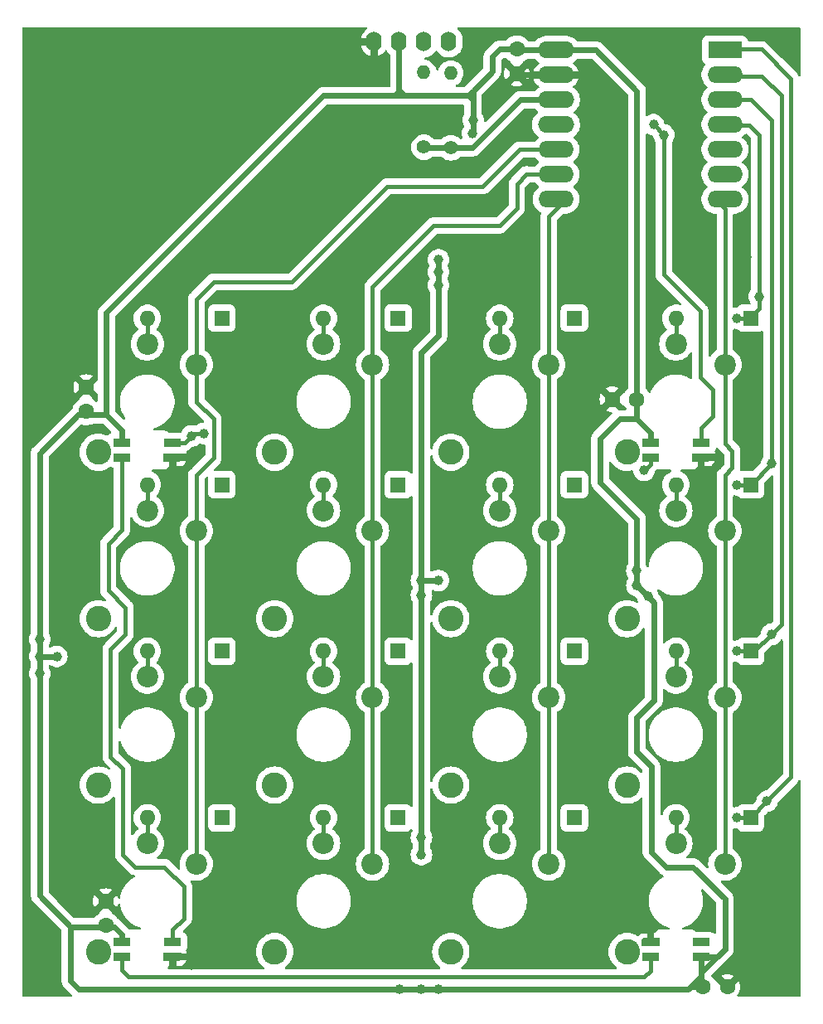
<source format=gbl>
G04 #@! TF.GenerationSoftware,KiCad,Pcbnew,8.0.6*
G04 #@! TF.CreationDate,2024-10-20T21:42:17+02:00*
G04 #@! TF.ProjectId,macropad,6d616372-6f70-4616-942e-6b696361645f,v7.6*
G04 #@! TF.SameCoordinates,Original*
G04 #@! TF.FileFunction,Copper,L2,Bot*
G04 #@! TF.FilePolarity,Positive*
%FSLAX46Y46*%
G04 Gerber Fmt 4.6, Leading zero omitted, Abs format (unit mm)*
G04 Created by KiCad (PCBNEW 8.0.6) date 2024-10-20 21:42:17*
%MOMM*%
%LPD*%
G01*
G04 APERTURE LIST*
G04 Aperture macros list*
%AMOutline5P*
0 Free polygon, 5 corners , with rotation*
0 The origin of the aperture is its center*
0 number of corners: always 5*
0 $1 to $10 corner X, Y*
0 $11 Rotation angle, in degrees counterclockwise*
0 create outline with 5 corners*
4,1,5,$1,$2,$3,$4,$5,$6,$7,$8,$9,$10,$1,$2,$11*%
%AMOutline6P*
0 Free polygon, 6 corners , with rotation*
0 The origin of the aperture is its center*
0 number of corners: always 6*
0 $1 to $12 corner X, Y*
0 $13 Rotation angle, in degrees counterclockwise*
0 create outline with 6 corners*
4,1,6,$1,$2,$3,$4,$5,$6,$7,$8,$9,$10,$11,$12,$1,$2,$13*%
%AMOutline7P*
0 Free polygon, 7 corners , with rotation*
0 The origin of the aperture is its center*
0 number of corners: always 7*
0 $1 to $14 corner X, Y*
0 $15 Rotation angle, in degrees counterclockwise*
0 create outline with 7 corners*
4,1,7,$1,$2,$3,$4,$5,$6,$7,$8,$9,$10,$11,$12,$13,$14,$1,$2,$15*%
%AMOutline8P*
0 Free polygon, 8 corners , with rotation*
0 The origin of the aperture is its center*
0 number of corners: always 8*
0 $1 to $16 corner X, Y*
0 $17 Rotation angle, in degrees counterclockwise*
0 create outline with 8 corners*
4,1,8,$1,$2,$3,$4,$5,$6,$7,$8,$9,$10,$11,$12,$13,$14,$15,$16,$1,$2,$17*%
G04 Aperture macros list end*
G04 #@! TA.AperFunction,ComponentPad*
%ADD10C,2.600000*%
G04 #@! TD*
G04 #@! TA.AperFunction,ComponentPad*
%ADD11C,2.200000*%
G04 #@! TD*
G04 #@! TA.AperFunction,ComponentPad*
%ADD12O,1.600000X2.000000*%
G04 #@! TD*
G04 #@! TA.AperFunction,ComponentPad*
%ADD13R,1.600000X1.600000*%
G04 #@! TD*
G04 #@! TA.AperFunction,ComponentPad*
%ADD14O,1.600000X1.600000*%
G04 #@! TD*
G04 #@! TA.AperFunction,ComponentPad*
%ADD15C,1.600000*%
G04 #@! TD*
G04 #@! TA.AperFunction,ComponentPad*
%ADD16R,3.500000X1.700000*%
G04 #@! TD*
G04 #@! TA.AperFunction,ComponentPad*
%ADD17O,3.600000X1.700000*%
G04 #@! TD*
G04 #@! TA.AperFunction,ComponentPad*
%ADD18O,3.700000X1.700000*%
G04 #@! TD*
G04 #@! TA.AperFunction,SMDPad,CuDef*
%ADD19R,1.800000X0.820000*%
G04 #@! TD*
G04 #@! TA.AperFunction,SMDPad,CuDef*
%ADD20Outline5P,-0.900000X0.410000X0.900000X0.410000X0.900000X-0.246000X0.736000X-0.410000X-0.900000X-0.410000X180.000000*%
G04 #@! TD*
G04 #@! TA.AperFunction,SMDPad,CuDef*
%ADD21Outline5P,-0.900000X0.410000X0.900000X0.410000X0.900000X-0.246000X0.736000X-0.410000X-0.900000X-0.410000X0.000000*%
G04 #@! TD*
G04 #@! TA.AperFunction,ComponentPad*
%ADD22C,1.400000*%
G04 #@! TD*
G04 #@! TA.AperFunction,ComponentPad*
%ADD23O,1.400000X1.400000*%
G04 #@! TD*
G04 #@! TA.AperFunction,ViaPad*
%ADD24C,1.000000*%
G04 #@! TD*
G04 #@! TA.AperFunction,Conductor*
%ADD25C,0.600000*%
G04 #@! TD*
G04 #@! TA.AperFunction,Conductor*
%ADD26C,0.450000*%
G04 #@! TD*
G04 APERTURE END LIST*
D10*
G04 #@! TO.P,SW4,*
G04 #@! TO.N,*
X8250000Y-60900000D03*
D11*
G04 #@! TO.P,SW4,1,1*
G04 #@! TO.N,Net-(D4-A)*
X13250000Y-49850000D03*
G04 #@! TO.P,SW4,2,2*
G04 #@! TO.N,COL0*
X18250000Y-51950000D03*
G04 #@! TD*
D10*
G04 #@! TO.P,SW14,*
G04 #@! TO.N,*
X44250000Y-94900000D03*
D11*
G04 #@! TO.P,SW14,1,1*
G04 #@! TO.N,Net-(D14-A)*
X49250000Y-83850000D03*
G04 #@! TO.P,SW14,2,2*
G04 #@! TO.N,COL2*
X54250000Y-85950000D03*
G04 #@! TD*
D10*
G04 #@! TO.P,SW1,*
G04 #@! TO.N,*
X8250000Y-43900000D03*
D11*
G04 #@! TO.P,SW1,1,1*
G04 #@! TO.N,Net-(D1-A)*
X13250000Y-32850000D03*
G04 #@! TO.P,SW1,2,2*
G04 #@! TO.N,COL0*
X18250000Y-34950000D03*
G04 #@! TD*
D10*
G04 #@! TO.P,SW8,*
G04 #@! TO.N,*
X26250000Y-77900000D03*
D11*
G04 #@! TO.P,SW8,1,1*
G04 #@! TO.N,Net-(D8-A)*
X31250000Y-66850000D03*
G04 #@! TO.P,SW8,2,2*
G04 #@! TO.N,COL1*
X36250000Y-68950000D03*
G04 #@! TD*
D10*
G04 #@! TO.P,SW9,*
G04 #@! TO.N,*
X44250000Y-77900000D03*
D11*
G04 #@! TO.P,SW9,1,1*
G04 #@! TO.N,Net-(D9-A)*
X49250000Y-66850000D03*
G04 #@! TO.P,SW9,2,2*
G04 #@! TO.N,COL2*
X54250000Y-68950000D03*
G04 #@! TD*
D10*
G04 #@! TO.P,SW12,*
G04 #@! TO.N,*
X62250000Y-77900000D03*
D11*
G04 #@! TO.P,SW12,1,1*
G04 #@! TO.N,Net-(D12-A)*
X67250000Y-66850000D03*
G04 #@! TO.P,SW12,2,2*
G04 #@! TO.N,COL3*
X72250000Y-68950000D03*
G04 #@! TD*
D10*
G04 #@! TO.P,SW6,*
G04 #@! TO.N,*
X44250000Y-60900000D03*
D11*
G04 #@! TO.P,SW6,1,1*
G04 #@! TO.N,Net-(D6-A)*
X49250000Y-49850000D03*
G04 #@! TO.P,SW6,2,2*
G04 #@! TO.N,COL2*
X54250000Y-51950000D03*
G04 #@! TD*
D10*
G04 #@! TO.P,SW10,*
G04 #@! TO.N,*
X62250000Y-43900000D03*
D11*
G04 #@! TO.P,SW10,1,1*
G04 #@! TO.N,Net-(D10-A)*
X67250000Y-32850000D03*
G04 #@! TO.P,SW10,2,2*
G04 #@! TO.N,COL3*
X72250000Y-34950000D03*
G04 #@! TD*
D10*
G04 #@! TO.P,SW7,*
G04 #@! TO.N,*
X8250000Y-77900000D03*
D11*
G04 #@! TO.P,SW7,1,1*
G04 #@! TO.N,Net-(D7-A)*
X13250000Y-66850000D03*
G04 #@! TO.P,SW7,2,2*
G04 #@! TO.N,COL0*
X18250000Y-68950000D03*
G04 #@! TD*
D12*
G04 #@! TO.P,Brd1,1,GND*
G04 #@! TO.N,GND*
X36420000Y-2000000D03*
G04 #@! TO.P,Brd1,2,VCC*
G04 #@! TO.N,+5V*
X38960000Y-2000000D03*
G04 #@! TO.P,Brd1,3,SCL*
G04 #@! TO.N,Net-(Brd1-SCL)*
X41500000Y-2000000D03*
G04 #@! TO.P,Brd1,4,SDA*
G04 #@! TO.N,Net-(Brd1-SDA)*
X44040000Y-2000000D03*
G04 #@! TD*
D10*
G04 #@! TO.P,SW2,*
G04 #@! TO.N,*
X26250000Y-43900000D03*
D11*
G04 #@! TO.P,SW2,1,1*
G04 #@! TO.N,Net-(D2-A)*
X31250000Y-32850000D03*
G04 #@! TO.P,SW2,2,2*
G04 #@! TO.N,COL1*
X36250000Y-34950000D03*
G04 #@! TD*
D10*
G04 #@! TO.P,SW11,*
G04 #@! TO.N,*
X62250000Y-60900000D03*
D11*
G04 #@! TO.P,SW11,1,1*
G04 #@! TO.N,Net-(D11-A)*
X67250000Y-49850000D03*
G04 #@! TO.P,SW11,2,2*
G04 #@! TO.N,COL3*
X72250000Y-51950000D03*
G04 #@! TD*
D10*
G04 #@! TO.P,SW3,*
G04 #@! TO.N,*
X44250000Y-43900000D03*
D11*
G04 #@! TO.P,SW3,1,1*
G04 #@! TO.N,Net-(D3-A)*
X49250000Y-32850000D03*
G04 #@! TO.P,SW3,2,2*
G04 #@! TO.N,COL2*
X54250000Y-34950000D03*
G04 #@! TD*
D10*
G04 #@! TO.P,SW16,*
G04 #@! TO.N,*
X8250000Y-94900000D03*
D11*
G04 #@! TO.P,SW16,1,1*
G04 #@! TO.N,Net-(D16-A)*
X13250000Y-83850000D03*
G04 #@! TO.P,SW16,2,2*
G04 #@! TO.N,COL0*
X18250000Y-85950000D03*
G04 #@! TD*
D10*
G04 #@! TO.P,SW5,*
G04 #@! TO.N,*
X26250000Y-60900000D03*
D11*
G04 #@! TO.P,SW5,1,1*
G04 #@! TO.N,Net-(D5-A)*
X31250000Y-49850000D03*
G04 #@! TO.P,SW5,2,2*
G04 #@! TO.N,COL1*
X36250000Y-51950000D03*
G04 #@! TD*
D10*
G04 #@! TO.P,SW13,*
G04 #@! TO.N,*
X62250000Y-94900000D03*
D11*
G04 #@! TO.P,SW13,1,1*
G04 #@! TO.N,Net-(D13-A)*
X67250000Y-83850000D03*
G04 #@! TO.P,SW13,2,2*
G04 #@! TO.N,COL3*
X72250000Y-85950000D03*
G04 #@! TD*
D10*
G04 #@! TO.P,SW15,*
G04 #@! TO.N,*
X26250000Y-94900000D03*
D11*
G04 #@! TO.P,SW15,1,1*
G04 #@! TO.N,Net-(D15-A)*
X31250000Y-83850000D03*
G04 #@! TO.P,SW15,2,2*
G04 #@! TO.N,COL1*
X36250000Y-85950000D03*
G04 #@! TD*
D13*
G04 #@! TO.P,D3,1,K*
G04 #@! TO.N,ROW0*
X56870000Y-30225000D03*
D14*
G04 #@! TO.P,D3,2,A*
G04 #@! TO.N,Net-(D3-A)*
X49250000Y-30225000D03*
G04 #@! TD*
D15*
G04 #@! TO.P,C5,1*
G04 #@! TO.N,+5V*
X7000000Y-39750000D03*
G04 #@! TO.P,C5,2*
G04 #@! TO.N,GND*
X7000000Y-37250000D03*
G04 #@! TD*
D16*
G04 #@! TO.P,U2,1,PA02_A0_D0*
G04 #@! TO.N,ROW3*
X72250000Y-2840000D03*
D17*
G04 #@! TO.P,U2,2,PA4_A1_D1*
G04 #@! TO.N,ROW2*
X72250000Y-5380000D03*
G04 #@! TO.P,U2,3,PA10_A2_D2*
G04 #@! TO.N,ROW1*
X72250000Y-7920000D03*
G04 #@! TO.P,U2,4,PA11_A3_D3*
G04 #@! TO.N,ROW0*
X72250000Y-10460000D03*
G04 #@! TO.P,U2,5,PA8_A4_D4_SDA*
G04 #@! TO.N,Net-(Brd1-SDA)*
X72250000Y-13000000D03*
G04 #@! TO.P,U2,6,PA9_A5_D5_SCL*
G04 #@! TO.N,Net-(Brd1-SCL)*
X72250000Y-15540000D03*
G04 #@! TO.P,U2,7,PB08_A6_D6_TX*
G04 #@! TO.N,COL3*
X72250000Y-18080000D03*
G04 #@! TO.P,U2,8,PB09_A7_D7_RX*
G04 #@! TO.N,COL2*
X55000000Y-18080000D03*
G04 #@! TO.P,U2,9,PA7_A8_D8_SCK*
G04 #@! TO.N,COL1*
X55000000Y-15540000D03*
G04 #@! TO.P,U2,10,PA5_A9_D9_MISO*
G04 #@! TO.N,COL0*
X55000000Y-13000000D03*
D18*
G04 #@! TO.P,U2,11,PA6_A10_D10_MOSI*
G04 #@! TO.N,LED*
X55000000Y-10460000D03*
G04 #@! TO.P,U2,12,3V3*
G04 #@! TO.N,+3.3V*
X55000000Y-7920000D03*
G04 #@! TO.P,U2,13,GND*
G04 #@! TO.N,GND*
X55000000Y-5380000D03*
G04 #@! TO.P,U2,14,5V*
G04 #@! TO.N,+5V*
X55000000Y-2840000D03*
G04 #@! TD*
D13*
G04 #@! TO.P,D11,1,K*
G04 #@! TO.N,ROW1*
X74870000Y-47225000D03*
D14*
G04 #@! TO.P,D11,2,A*
G04 #@! TO.N,Net-(D11-A)*
X67250000Y-47225000D03*
G04 #@! TD*
D19*
G04 #@! TO.P,D22,1,DOUT*
G04 #@! TO.N,unconnected-(D22-DOUT-Pad1)*
X69850000Y-93930000D03*
D20*
G04 #@! TO.P,D22,2,VSS*
G04 #@! TO.N,GND*
X64650000Y-93930000D03*
D19*
G04 #@! TO.P,D22,3,DIN*
G04 #@! TO.N,Net-(D21-DOUT)*
X64650000Y-95430000D03*
G04 #@! TO.P,D22,4,VDD*
G04 #@! TO.N,+5V*
X69850000Y-95430000D03*
G04 #@! TD*
D15*
G04 #@! TO.P,C4,1*
G04 #@! TO.N,+5V*
X63250000Y-38500000D03*
G04 #@! TO.P,C4,2*
G04 #@! TO.N,GND*
X60750000Y-38500000D03*
G04 #@! TD*
D13*
G04 #@! TO.P,D15,1,K*
G04 #@! TO.N,ROW3*
X38870000Y-81225000D03*
D14*
G04 #@! TO.P,D15,2,A*
G04 #@! TO.N,Net-(D15-A)*
X31250000Y-81225000D03*
G04 #@! TD*
D13*
G04 #@! TO.P,D4,1,K*
G04 #@! TO.N,ROW1*
X20870000Y-47225000D03*
D14*
G04 #@! TO.P,D4,2,A*
G04 #@! TO.N,Net-(D4-A)*
X13250000Y-47225000D03*
G04 #@! TD*
D13*
G04 #@! TO.P,D8,1,K*
G04 #@! TO.N,ROW2*
X38870000Y-64225000D03*
D14*
G04 #@! TO.P,D8,2,A*
G04 #@! TO.N,Net-(D8-A)*
X31250000Y-64225000D03*
G04 #@! TD*
D13*
G04 #@! TO.P,D10,1,K*
G04 #@! TO.N,ROW0*
X74870000Y-30225000D03*
D14*
G04 #@! TO.P,D10,2,A*
G04 #@! TO.N,Net-(D10-A)*
X67250000Y-30225000D03*
G04 #@! TD*
D13*
G04 #@! TO.P,D13,1,K*
G04 #@! TO.N,ROW3*
X74870000Y-81225000D03*
D14*
G04 #@! TO.P,D13,2,A*
G04 #@! TO.N,Net-(D13-A)*
X67250000Y-81225000D03*
G04 #@! TD*
D13*
G04 #@! TO.P,D16,1,K*
G04 #@! TO.N,ROW3*
X20870000Y-81225000D03*
D14*
G04 #@! TO.P,D16,2,A*
G04 #@! TO.N,Net-(D16-A)*
X13250000Y-81225000D03*
G04 #@! TD*
D19*
G04 #@! TO.P,D17,1,DOUT*
G04 #@! TO.N,Net-(D17-DOUT)*
X64650000Y-44430000D03*
D21*
G04 #@! TO.P,D17,2,VSS*
G04 #@! TO.N,GND*
X69850000Y-44430000D03*
D19*
G04 #@! TO.P,D17,3,DIN*
G04 #@! TO.N,LED*
X69850000Y-42930000D03*
G04 #@! TO.P,D17,4,VDD*
G04 #@! TO.N,+5V*
X64650000Y-42930000D03*
G04 #@! TD*
D15*
G04 #@! TO.P,C1,1*
G04 #@! TO.N,+5V*
X70000000Y-98500000D03*
G04 #@! TO.P,C1,2*
G04 #@! TO.N,GND*
X72500000Y-98500000D03*
G04 #@! TD*
D22*
G04 #@! TO.P,R2,1*
G04 #@! TO.N,+3.3V*
X44250000Y-12810000D03*
D23*
G04 #@! TO.P,R2,2*
G04 #@! TO.N,Net-(Brd1-SDA)*
X44250000Y-5190000D03*
G04 #@! TD*
D13*
G04 #@! TO.P,D1,1,K*
G04 #@! TO.N,ROW0*
X20870000Y-30225000D03*
D14*
G04 #@! TO.P,D1,2,A*
G04 #@! TO.N,Net-(D1-A)*
X13250000Y-30225000D03*
G04 #@! TD*
D13*
G04 #@! TO.P,D6,1,K*
G04 #@! TO.N,ROW1*
X56870000Y-47225000D03*
D14*
G04 #@! TO.P,D6,2,A*
G04 #@! TO.N,Net-(D6-A)*
X49250000Y-47225000D03*
G04 #@! TD*
D13*
G04 #@! TO.P,D7,1,K*
G04 #@! TO.N,ROW2*
X20870000Y-64225000D03*
D14*
G04 #@! TO.P,D7,2,A*
G04 #@! TO.N,Net-(D7-A)*
X13250000Y-64225000D03*
G04 #@! TD*
D13*
G04 #@! TO.P,D9,1,K*
G04 #@! TO.N,ROW2*
X56870000Y-64225000D03*
D14*
G04 #@! TO.P,D9,2,A*
G04 #@! TO.N,Net-(D9-A)*
X49250000Y-64225000D03*
G04 #@! TD*
D22*
G04 #@! TO.P,R1,1*
G04 #@! TO.N,+3.3V*
X41500000Y-12750000D03*
D23*
G04 #@! TO.P,R1,2*
G04 #@! TO.N,Net-(Brd1-SCL)*
X41500000Y-5130000D03*
G04 #@! TD*
D13*
G04 #@! TO.P,D12,1,K*
G04 #@! TO.N,ROW2*
X74870000Y-64225000D03*
D14*
G04 #@! TO.P,D12,2,A*
G04 #@! TO.N,Net-(D12-A)*
X67250000Y-64225000D03*
G04 #@! TD*
D13*
G04 #@! TO.P,D2,1,K*
G04 #@! TO.N,ROW0*
X38870000Y-30225000D03*
D14*
G04 #@! TO.P,D2,2,A*
G04 #@! TO.N,Net-(D2-A)*
X31250000Y-30225000D03*
G04 #@! TD*
D19*
G04 #@! TO.P,D18,1,DOUT*
G04 #@! TO.N,Net-(D18-DOUT)*
X10650000Y-44430000D03*
D21*
G04 #@! TO.P,D18,2,VSS*
G04 #@! TO.N,GND*
X15850000Y-44430000D03*
D19*
G04 #@! TO.P,D18,3,DIN*
G04 #@! TO.N,Net-(D17-DOUT)*
X15850000Y-42930000D03*
G04 #@! TO.P,D18,4,VDD*
G04 #@! TO.N,+5V*
X10650000Y-42930000D03*
G04 #@! TD*
D15*
G04 #@! TO.P,C2,1*
G04 #@! TO.N,+5V*
X51000000Y-2750000D03*
G04 #@! TO.P,C2,2*
G04 #@! TO.N,GND*
X51000000Y-5250000D03*
G04 #@! TD*
G04 #@! TO.P,C3,1*
G04 #@! TO.N,+5V*
X9000000Y-92250000D03*
G04 #@! TO.P,C3,2*
G04 #@! TO.N,GND*
X9000000Y-89750000D03*
G04 #@! TD*
D19*
G04 #@! TO.P,D21,1,DOUT*
G04 #@! TO.N,Net-(D21-DOUT)*
X10650000Y-95430000D03*
D21*
G04 #@! TO.P,D21,2,VSS*
G04 #@! TO.N,GND*
X15850000Y-95430000D03*
D19*
G04 #@! TO.P,D21,3,DIN*
G04 #@! TO.N,Net-(D18-DOUT)*
X15850000Y-93930000D03*
G04 #@! TO.P,D21,4,VDD*
G04 #@! TO.N,+5V*
X10650000Y-93930000D03*
G04 #@! TD*
D13*
G04 #@! TO.P,D5,1,K*
G04 #@! TO.N,ROW1*
X38870000Y-47225000D03*
D14*
G04 #@! TO.P,D5,2,A*
G04 #@! TO.N,Net-(D5-A)*
X31250000Y-47225000D03*
G04 #@! TD*
D13*
G04 #@! TO.P,D14,1,K*
G04 #@! TO.N,ROW3*
X56870000Y-81225000D03*
D14*
G04 #@! TO.P,D14,2,A*
G04 #@! TO.N,Net-(D14-A)*
X49250000Y-81225000D03*
G04 #@! TD*
D24*
G04 #@! TO.N,GND*
X59775000Y-13950000D03*
X46300000Y-3475000D03*
G04 #@! TO.N,ROW0*
X73500000Y-30225000D03*
X75750000Y-28000000D03*
G04 #@! TO.N,ROW1*
X77000000Y-45095000D03*
X73500000Y-47225000D03*
G04 #@! TO.N,ROW2*
X73500000Y-64225000D03*
X77000000Y-62500000D03*
G04 #@! TO.N,ROW3*
X73500000Y-81225000D03*
X76547500Y-79547500D03*
G04 #@! TO.N,GND*
X70500000Y-91500000D03*
X4250000Y-24750000D03*
X7000000Y-88500000D03*
X22200000Y-72775000D03*
X59750000Y-8000000D03*
X17750000Y-96250000D03*
X12000000Y-10500000D03*
X52250000Y-62000000D03*
X65250000Y-35000000D03*
X71500000Y-45250000D03*
X35750000Y-5750000D03*
X22000000Y-53750000D03*
X28250000Y-19750000D03*
X64500000Y-92250000D03*
X5750000Y-53500000D03*
X58250000Y-70500000D03*
X17500000Y-45250000D03*
X75000000Y-39500000D03*
X39750000Y-93500000D03*
X74500000Y-24000000D03*
X68000000Y-7000000D03*
X35750000Y-23000000D03*
X58750000Y-86250000D03*
X76250000Y-90500000D03*
X34500000Y-61750000D03*
X61250000Y-31500000D03*
X57750000Y-40500000D03*
X61250000Y-23250000D03*
X39250000Y-38750000D03*
X49500000Y-6750000D03*
X43500000Y-51750000D03*
X76000000Y-55500000D03*
X47250000Y-25750000D03*
X2500000Y-97750000D03*
X75500000Y-72500000D03*
X21750000Y-60250000D03*
X58500000Y-54250000D03*
G04 #@! TO.N,+5V*
X46525000Y-9975000D03*
X43000000Y-25500000D03*
X43000000Y-26850003D03*
X41250000Y-98750000D03*
X41250000Y-57000000D03*
X41250000Y-85000000D03*
X63250000Y-57500000D03*
X39000000Y-98750000D03*
X43000000Y-57000000D03*
X64375000Y-58625000D03*
X63250000Y-56000000D03*
X2250000Y-63000000D03*
X46478476Y-11324201D03*
X41250000Y-58500000D03*
X4000000Y-64750000D03*
X43000000Y-98750000D03*
X2250000Y-66500000D03*
X41250000Y-83250000D03*
X2250000Y-64750000D03*
X43000000Y-24250000D03*
G04 #@! TO.N,LED*
X66000000Y-11500000D03*
X64960000Y-10460000D03*
G04 #@! TO.N,Net-(D17-DOUT)*
X19000000Y-42000000D03*
X17750000Y-42250000D03*
X64000000Y-45750000D03*
G04 #@! TD*
D25*
G04 #@! TO.N,+3.3V*
X44250000Y-12810000D02*
X41560000Y-12810000D01*
X41560000Y-12810000D02*
X41500000Y-12750000D01*
G04 #@! TO.N,+5V*
X69850000Y-97400000D02*
X69850000Y-97025000D01*
X69850000Y-97025000D02*
X69850000Y-95430000D01*
X71460000Y-95430000D02*
X71445000Y-95430000D01*
D26*
G04 #@! TO.N,ROW0*
X74750000Y-10500000D02*
X71290000Y-10500000D01*
X75750000Y-29250000D02*
X75750000Y-28000000D01*
X74870000Y-30225000D02*
X73500000Y-30225000D01*
X75750000Y-28000000D02*
X75750000Y-11500000D01*
X74870000Y-30130000D02*
X75750000Y-29250000D01*
X71290000Y-10500000D02*
X71250000Y-10460000D01*
X74870000Y-30225000D02*
X74870000Y-30130000D01*
X75750000Y-11500000D02*
X74750000Y-10500000D01*
G04 #@! TO.N,Net-(D1-A)*
X13250000Y-32850000D02*
X13250000Y-30225000D01*
G04 #@! TO.N,Net-(D2-A)*
X31250000Y-32850000D02*
X31250000Y-30225000D01*
G04 #@! TO.N,Net-(D3-A)*
X49250000Y-32850000D02*
X49250000Y-30225000D01*
G04 #@! TO.N,ROW1*
X71250000Y-7920000D02*
X74920000Y-7920000D01*
X77000000Y-45095000D02*
X74870000Y-47225000D01*
X74870000Y-47225000D02*
X73500000Y-47225000D01*
X74920000Y-7920000D02*
X77000000Y-10000000D01*
X77000000Y-10000000D02*
X77000000Y-45095000D01*
G04 #@! TO.N,Net-(D4-A)*
X13250000Y-49850000D02*
X13250000Y-47225000D01*
G04 #@! TO.N,Net-(D5-A)*
X31250000Y-49850000D02*
X31250000Y-47225000D01*
G04 #@! TO.N,Net-(D6-A)*
X49250000Y-49850000D02*
X49250000Y-47225000D01*
G04 #@! TO.N,ROW2*
X75275000Y-64225000D02*
X77000000Y-62500000D01*
X78000000Y-61500000D02*
X78000000Y-7500000D01*
X71370000Y-5500000D02*
X71250000Y-5380000D01*
X76000000Y-5500000D02*
X71370000Y-5500000D01*
X74870000Y-64225000D02*
X75275000Y-64225000D01*
X78000000Y-7500000D02*
X76000000Y-5500000D01*
X74870000Y-64225000D02*
X73500000Y-64225000D01*
X77000000Y-62500000D02*
X78000000Y-61500000D01*
G04 #@! TO.N,Net-(D7-A)*
X13250000Y-64225000D02*
X13250000Y-66850000D01*
G04 #@! TO.N,Net-(D8-A)*
X31250000Y-66850000D02*
X31250000Y-64225000D01*
G04 #@! TO.N,Net-(D9-A)*
X49250000Y-66850000D02*
X49250000Y-64225000D01*
G04 #@! TO.N,Net-(D10-A)*
X67250000Y-32850000D02*
X67250000Y-30225000D01*
G04 #@! TO.N,Net-(D11-A)*
X67250000Y-49850000D02*
X67250000Y-47225000D01*
G04 #@! TO.N,Net-(D12-A)*
X67250000Y-66850000D02*
X67250000Y-64225000D01*
G04 #@! TO.N,ROW3*
X76000000Y-2750000D02*
X71340000Y-2750000D01*
X74870000Y-81225000D02*
X76547500Y-79547500D01*
X79000000Y-5750000D02*
X76000000Y-2750000D01*
X76547500Y-79547500D02*
X79000000Y-77095000D01*
X79000000Y-77095000D02*
X79000000Y-5750000D01*
X74870000Y-81225000D02*
X73500000Y-81225000D01*
X71340000Y-2750000D02*
X71250000Y-2840000D01*
G04 #@! TO.N,Net-(D13-A)*
X67250000Y-83850000D02*
X67250000Y-81225000D01*
G04 #@! TO.N,Net-(D14-A)*
X49250000Y-83850000D02*
X49250000Y-81225000D01*
G04 #@! TO.N,Net-(D15-A)*
X31250000Y-83850000D02*
X31250000Y-81225000D01*
G04 #@! TO.N,Net-(D16-A)*
X13250000Y-83850000D02*
X13250000Y-81225000D01*
G04 #@! TO.N,COL0*
X18250000Y-38750000D02*
X18250000Y-34950000D01*
X18250000Y-51950000D02*
X18250000Y-46250000D01*
X51250000Y-13000000D02*
X56000000Y-13000000D01*
X20000000Y-26500000D02*
X28000000Y-26500000D01*
X47500000Y-16750000D02*
X51250000Y-13000000D01*
X18250000Y-68950000D02*
X18250000Y-51950000D01*
X37750000Y-16750000D02*
X47500000Y-16750000D01*
X18250000Y-28250000D02*
X20000000Y-26500000D01*
X28000000Y-26500000D02*
X37750000Y-16750000D01*
X18250000Y-46250000D02*
X20000000Y-44500000D01*
X18250000Y-85950000D02*
X18250000Y-68950000D01*
X20000000Y-44500000D02*
X20000000Y-40500000D01*
X20000000Y-40500000D02*
X18250000Y-38750000D01*
X18250000Y-34950000D02*
X18250000Y-28250000D01*
G04 #@! TO.N,COL1*
X36250000Y-34950000D02*
X36250000Y-51950000D01*
X36250000Y-85950000D02*
X36250000Y-68950000D01*
X36250000Y-34950000D02*
X36250000Y-27000000D01*
X52040000Y-15540000D02*
X56000000Y-15540000D01*
X42500000Y-20750000D02*
X49250000Y-20750000D01*
X36250000Y-68950000D02*
X36250000Y-51950000D01*
X36250000Y-27000000D02*
X42500000Y-20750000D01*
X49250000Y-20750000D02*
X51000000Y-19000000D01*
X52000000Y-15500000D02*
X52040000Y-15540000D01*
X51000000Y-16500000D02*
X52000000Y-15500000D01*
X51000000Y-19000000D02*
X51000000Y-16500000D01*
G04 #@! TO.N,COL2*
X54250000Y-51950000D02*
X54250000Y-68950000D01*
X54250000Y-68950000D02*
X54250000Y-85950000D01*
X54250000Y-19830000D02*
X56000000Y-18080000D01*
X54250000Y-34950000D02*
X54250000Y-19830000D01*
X54250000Y-34950000D02*
X54250000Y-51950000D01*
G04 #@! TO.N,COL3*
X73000000Y-45500000D02*
X72250000Y-46250000D01*
X72250000Y-85950000D02*
X72250000Y-68950000D01*
X72250000Y-43000000D02*
X73000000Y-43750000D01*
X72250000Y-68950000D02*
X72250000Y-51950000D01*
X72250000Y-19080000D02*
X71250000Y-18080000D01*
X72250000Y-34950000D02*
X72250000Y-43000000D01*
X72250000Y-46250000D02*
X72250000Y-51950000D01*
X73000000Y-43750000D02*
X73000000Y-45500000D01*
X72250000Y-34950000D02*
X72250000Y-19080000D01*
D25*
G04 #@! TO.N,+3.3V*
X44250000Y-12810000D02*
X46440000Y-12810000D01*
X51330000Y-7920000D02*
X56000000Y-7920000D01*
X46440000Y-12810000D02*
X51330000Y-7920000D01*
G04 #@! TO.N,GND*
X64650000Y-92400000D02*
X64500000Y-92250000D01*
X56000000Y-5380000D02*
X51130000Y-5380000D01*
X64650000Y-93930000D02*
X64650000Y-92400000D01*
X51130000Y-5380000D02*
X51000000Y-5250000D01*
G04 #@! TO.N,+5V*
X63250000Y-40500000D02*
X63250000Y-7000000D01*
X43000000Y-25500000D02*
X43000000Y-24250000D01*
X2250000Y-63000000D02*
X2250000Y-64750000D01*
X63250000Y-56000000D02*
X63250000Y-57500000D01*
X46525000Y-11277677D02*
X46478476Y-11324201D01*
X64650000Y-41900000D02*
X63250000Y-40500000D01*
X38960000Y-2000000D02*
X38960000Y-6960000D01*
X6250000Y-98750000D02*
X39000000Y-98750000D01*
X9070000Y-29680000D02*
X9070000Y-40070000D01*
X69375000Y-97875000D02*
X69850000Y-97400000D01*
X72250000Y-89500000D02*
X72250000Y-94640000D01*
X2250000Y-66500000D02*
X2250000Y-64750000D01*
X46500000Y-8000000D02*
X46500000Y-7000000D01*
X9070000Y-29680000D02*
X31250000Y-7500000D01*
X61500000Y-40500000D02*
X59500000Y-42500000D01*
X41250000Y-57000000D02*
X43000000Y-57000000D01*
X5400000Y-92350000D02*
X5400000Y-97900000D01*
X39000000Y-7500000D02*
X38500000Y-7500000D01*
X64375000Y-58625000D02*
X65000000Y-59250000D01*
X38960000Y-7040000D02*
X38500000Y-7500000D01*
X5400000Y-92350000D02*
X9850000Y-92350000D01*
X66250000Y-86250000D02*
X69000000Y-86250000D01*
X41250000Y-58500000D02*
X41250000Y-33750000D01*
X46525000Y-9975000D02*
X46500000Y-9950000D01*
X9070000Y-40070000D02*
X10650000Y-41650000D01*
X56000000Y-2840000D02*
X59090000Y-2840000D01*
X2250000Y-44000000D02*
X6180000Y-40070000D01*
X69850000Y-97400000D02*
X69850000Y-98350000D01*
X41250000Y-33750000D02*
X43000000Y-32000000D01*
X69000000Y-86250000D02*
X72250000Y-89500000D01*
X69850000Y-98350000D02*
X70000000Y-98500000D01*
X2250000Y-89200000D02*
X2250000Y-66500000D01*
X46500000Y-7000000D02*
X48500000Y-5000000D01*
X64750000Y-76000000D02*
X64750000Y-84750000D01*
X5400000Y-92350000D02*
X2250000Y-89200000D01*
X65000000Y-69250000D02*
X63250000Y-71000000D01*
X38960000Y-6960000D02*
X39500000Y-7500000D01*
X2250000Y-44000000D02*
X2250000Y-63000000D01*
X59090000Y-2840000D02*
X63250000Y-7000000D01*
X38500000Y-7500000D02*
X31250000Y-7500000D01*
X41250000Y-83250000D02*
X41250000Y-85000000D01*
X39000000Y-7080000D02*
X39000000Y-7500000D01*
X48500000Y-3500000D02*
X49250000Y-2750000D01*
X63250000Y-57500000D02*
X64375000Y-58625000D01*
X71460000Y-95430000D02*
X69850000Y-95430000D01*
X70000000Y-98500000D02*
X69375000Y-97875000D01*
X6180000Y-40070000D02*
X9070000Y-40070000D01*
X48500000Y-5000000D02*
X48500000Y-3500000D01*
X39500000Y-7500000D02*
X46000000Y-7500000D01*
X39000000Y-98750000D02*
X43000000Y-98750000D01*
X64650000Y-42930000D02*
X64650000Y-41900000D01*
X5400000Y-97900000D02*
X6250000Y-98750000D01*
X68750000Y-98500000D02*
X68500000Y-98750000D01*
X63250000Y-40500000D02*
X61500000Y-40500000D01*
X46500000Y-8000000D02*
X46000000Y-7500000D01*
X64750000Y-84750000D02*
X66250000Y-86250000D01*
X63250000Y-50750000D02*
X63250000Y-56000000D01*
X70000000Y-98500000D02*
X68750000Y-98500000D01*
X10650000Y-41650000D02*
X10650000Y-42930000D01*
X10650000Y-93150000D02*
X10650000Y-93930000D01*
X49250000Y-2750000D02*
X51000000Y-2750000D01*
X65000000Y-59250000D02*
X65000000Y-69250000D01*
X59500000Y-42500000D02*
X59500000Y-47000000D01*
X63250000Y-74500000D02*
X64750000Y-76000000D01*
X38960000Y-6960000D02*
X38960000Y-7040000D01*
X68500000Y-98750000D02*
X69375000Y-97875000D01*
X9850000Y-92350000D02*
X10650000Y-93150000D01*
X43000000Y-98750000D02*
X68500000Y-98750000D01*
X38960000Y-7040000D02*
X39000000Y-7080000D01*
X46500000Y-9950000D02*
X46500000Y-8000000D01*
X39500000Y-7500000D02*
X39000000Y-7500000D01*
X41250000Y-83250000D02*
X41250000Y-58500000D01*
X46000000Y-7500000D02*
X46500000Y-7000000D01*
X2250000Y-64750000D02*
X4000000Y-64750000D01*
X56000000Y-2840000D02*
X51090000Y-2840000D01*
X43000000Y-32000000D02*
X43000000Y-25500000D01*
X51000000Y-2750000D02*
X51090000Y-2840000D01*
X46525000Y-9975000D02*
X46525000Y-11277677D01*
X59500000Y-47000000D02*
X63250000Y-50750000D01*
X72250000Y-94640000D02*
X71460000Y-95430000D01*
X63250000Y-71000000D02*
X63250000Y-74500000D01*
D26*
G04 #@! TO.N,LED*
X71000000Y-40250000D02*
X71000000Y-37500000D01*
X69750000Y-29500000D02*
X66000000Y-25750000D01*
X69850000Y-41400000D02*
X71000000Y-40250000D01*
X66000000Y-25750000D02*
X66000000Y-12000000D01*
X66000000Y-11500000D02*
X64960000Y-10460000D01*
X69850000Y-42930000D02*
X69850000Y-41400000D01*
X66000000Y-12000000D02*
X66000000Y-11500000D01*
X69750000Y-36250000D02*
X69750000Y-29500000D01*
X71000000Y-37500000D02*
X69750000Y-36250000D01*
G04 #@! TO.N,Net-(D17-DOUT)*
X17750000Y-42250000D02*
X17070000Y-42930000D01*
X64650000Y-44430000D02*
X64650000Y-45100000D01*
X64650000Y-45100000D02*
X64000000Y-45750000D01*
X19000000Y-42000000D02*
X18000000Y-42000000D01*
X18000000Y-42000000D02*
X17750000Y-42250000D01*
X15850000Y-42930000D02*
X17070000Y-42930000D01*
G04 #@! TO.N,Net-(D18-DOUT)*
X9500000Y-75000000D02*
X9500000Y-64000000D01*
X10750000Y-85000000D02*
X10750000Y-76250000D01*
X11000000Y-62500000D02*
X11000000Y-59750000D01*
X15850000Y-92650000D02*
X17000000Y-91500000D01*
X10750000Y-76250000D02*
X9500000Y-75000000D01*
X9250000Y-53250000D02*
X10650000Y-51850000D01*
X15000000Y-86250000D02*
X12000000Y-86250000D01*
X10650000Y-51850000D02*
X10650000Y-44430000D01*
X11000000Y-59750000D02*
X9250000Y-58000000D01*
X12000000Y-86250000D02*
X10750000Y-85000000D01*
X17000000Y-88250000D02*
X15000000Y-86250000D01*
X17000000Y-91500000D02*
X17000000Y-88250000D01*
X9250000Y-58000000D02*
X9250000Y-53250000D01*
X9500000Y-64000000D02*
X11000000Y-62500000D01*
X15850000Y-93930000D02*
X15850000Y-92650000D01*
G04 #@! TO.N,Net-(D21-DOUT)*
X10650000Y-95430000D02*
X10650000Y-96790000D01*
X64000000Y-97500000D02*
X64650000Y-96850000D01*
X11360000Y-97500000D02*
X64000000Y-97500000D01*
X10650000Y-96790000D02*
X11360000Y-97500000D01*
X64650000Y-96850000D02*
X64650000Y-95430000D01*
D25*
G04 #@! TO.N,+5V*
X71445000Y-95430000D02*
X69850000Y-97025000D01*
G04 #@! TD*
G04 #@! TA.AperFunction,Conductor*
G04 #@! TO.N,GND*
G36*
X35682321Y-520185D02*
G01*
X35728076Y-572989D01*
X35738020Y-642147D01*
X35708995Y-705703D01*
X35688168Y-724818D01*
X35573105Y-808417D01*
X35573104Y-808417D01*
X35428417Y-953104D01*
X35428417Y-953105D01*
X35308140Y-1118650D01*
X35215244Y-1300968D01*
X35152009Y-1495582D01*
X35127553Y-1650000D01*
X36062894Y-1650000D01*
X36019901Y-1692993D01*
X35954075Y-1807007D01*
X35920000Y-1934174D01*
X35920000Y-2065826D01*
X35954075Y-2192993D01*
X36019901Y-2307007D01*
X36062894Y-2350000D01*
X35127553Y-2350000D01*
X35152009Y-2504417D01*
X35215244Y-2699031D01*
X35308140Y-2881349D01*
X35428417Y-3046894D01*
X35428417Y-3046895D01*
X35573104Y-3191582D01*
X35738650Y-3311859D01*
X35920970Y-3404755D01*
X36069999Y-3453178D01*
X36070000Y-3453178D01*
X36070000Y-2357106D01*
X36112993Y-2400099D01*
X36227007Y-2465925D01*
X36354174Y-2500000D01*
X36485826Y-2500000D01*
X36612993Y-2465925D01*
X36727007Y-2400099D01*
X36770000Y-2357106D01*
X36770000Y-3453178D01*
X36919029Y-3404755D01*
X37101349Y-3311859D01*
X37266894Y-3191582D01*
X37266895Y-3191582D01*
X37411582Y-3046895D01*
X37411587Y-3046889D01*
X37532528Y-2880429D01*
X37587858Y-2837763D01*
X37657471Y-2831784D01*
X37719266Y-2864390D01*
X37743330Y-2897018D01*
X37758079Y-2925964D01*
X37762187Y-2934025D01*
X37891752Y-3112358D01*
X37891756Y-3112363D01*
X38023181Y-3243788D01*
X38056666Y-3305111D01*
X38059500Y-3331469D01*
X38059500Y-6475500D01*
X38039815Y-6542539D01*
X37987011Y-6588294D01*
X37935500Y-6599500D01*
X31161303Y-6599500D01*
X30987341Y-6634103D01*
X30987333Y-6634105D01*
X30889813Y-6674500D01*
X30889812Y-6674500D01*
X30823457Y-6701984D01*
X30823455Y-6701985D01*
X30790163Y-6724231D01*
X30790162Y-6724231D01*
X30675968Y-6800532D01*
X30675960Y-6800538D01*
X8370537Y-29105961D01*
X8359715Y-29122159D01*
X8271988Y-29253449D01*
X8250843Y-29304500D01*
X8204105Y-29417333D01*
X8204103Y-29417341D01*
X8176492Y-29556149D01*
X8176493Y-29556150D01*
X8169500Y-29591309D01*
X8169500Y-36524112D01*
X8149815Y-36591151D01*
X8133181Y-36611793D01*
X7494975Y-37249999D01*
X7494975Y-37250000D01*
X8133181Y-37888206D01*
X8166666Y-37949529D01*
X8169500Y-37975887D01*
X8169500Y-38634805D01*
X8149815Y-38701844D01*
X8097011Y-38747599D01*
X8027853Y-38757543D01*
X7964297Y-38728518D01*
X7954272Y-38718790D01*
X7951784Y-38716087D01*
X7951779Y-38716083D01*
X7951777Y-38716081D01*
X7768634Y-38573535D01*
X7768619Y-38573525D01*
X7700192Y-38536494D01*
X7650601Y-38487275D01*
X7635494Y-38419058D01*
X7637094Y-38405906D01*
X7640667Y-38385642D01*
X7000001Y-37744975D01*
X7000000Y-37744975D01*
X6359330Y-38385643D01*
X6362904Y-38405909D01*
X6355160Y-38475348D01*
X6311103Y-38529577D01*
X6299806Y-38536495D01*
X6231380Y-38573525D01*
X6231365Y-38573535D01*
X6048222Y-38716081D01*
X6048219Y-38716084D01*
X5891016Y-38886852D01*
X5764075Y-39081151D01*
X5670839Y-39293707D01*
X5669513Y-39297571D01*
X5629125Y-39354585D01*
X5621130Y-39360402D01*
X5605967Y-39370534D01*
X5605964Y-39370537D01*
X1550538Y-43425960D01*
X1550537Y-43425961D01*
X1511064Y-43485039D01*
X1511063Y-43485040D01*
X1451988Y-43573450D01*
X1451987Y-43573452D01*
X1428787Y-43629463D01*
X1428787Y-43629464D01*
X1384105Y-43737333D01*
X1384103Y-43737341D01*
X1349500Y-43911303D01*
X1349500Y-62324744D01*
X1329815Y-62391783D01*
X1324457Y-62399467D01*
X1310330Y-62418175D01*
X1310323Y-62418185D01*
X1219422Y-62600739D01*
X1219417Y-62600752D01*
X1163602Y-62796917D01*
X1144785Y-62999999D01*
X1144785Y-63000000D01*
X1163602Y-63203082D01*
X1219417Y-63399247D01*
X1219422Y-63399260D01*
X1310327Y-63581821D01*
X1324454Y-63600528D01*
X1349146Y-63665889D01*
X1349500Y-63675255D01*
X1349500Y-64074744D01*
X1329815Y-64141783D01*
X1324457Y-64149467D01*
X1310330Y-64168175D01*
X1310323Y-64168185D01*
X1219422Y-64350739D01*
X1219417Y-64350752D01*
X1163602Y-64546917D01*
X1144785Y-64749999D01*
X1144785Y-64750000D01*
X1163602Y-64953082D01*
X1219417Y-65149247D01*
X1219422Y-65149260D01*
X1310327Y-65331821D01*
X1324454Y-65350528D01*
X1349146Y-65415889D01*
X1349500Y-65425255D01*
X1349500Y-65824744D01*
X1329815Y-65891783D01*
X1324457Y-65899467D01*
X1310330Y-65918175D01*
X1310323Y-65918185D01*
X1219422Y-66100739D01*
X1219417Y-66100752D01*
X1163602Y-66296917D01*
X1144785Y-66499999D01*
X1144785Y-66500000D01*
X1163602Y-66703082D01*
X1219417Y-66899247D01*
X1219422Y-66899260D01*
X1310327Y-67081821D01*
X1324454Y-67100528D01*
X1349146Y-67165889D01*
X1349500Y-67175255D01*
X1349500Y-89288696D01*
X1384103Y-89462658D01*
X1384105Y-89462666D01*
X1418046Y-89544606D01*
X1418046Y-89544607D01*
X1451984Y-89626542D01*
X1451985Y-89626544D01*
X1511063Y-89714960D01*
X1511064Y-89714961D01*
X1550534Y-89774034D01*
X1550535Y-89774035D01*
X4463181Y-92686680D01*
X4496666Y-92748003D01*
X4499500Y-92774361D01*
X4499500Y-97988696D01*
X4534103Y-98162658D01*
X4534105Y-98162666D01*
X4565034Y-98237334D01*
X4565034Y-98237335D01*
X4601984Y-98326542D01*
X4601985Y-98326544D01*
X4652041Y-98401458D01*
X4652043Y-98401460D01*
X4700534Y-98474034D01*
X4700538Y-98474039D01*
X5514320Y-99287819D01*
X5547805Y-99349142D01*
X5542821Y-99418833D01*
X5500950Y-99474767D01*
X5435485Y-99499184D01*
X5426639Y-99499500D01*
X624500Y-99499500D01*
X557461Y-99479815D01*
X511706Y-99427011D01*
X500500Y-99375500D01*
X500500Y-37249997D01*
X5695034Y-37249997D01*
X5695034Y-37250002D01*
X5714858Y-37476599D01*
X5714860Y-37476610D01*
X5773730Y-37696317D01*
X5773735Y-37696331D01*
X5864355Y-37890668D01*
X5864356Y-37890668D01*
X6505025Y-37250000D01*
X6452364Y-37197339D01*
X6600000Y-37197339D01*
X6600000Y-37302661D01*
X6627259Y-37404394D01*
X6679920Y-37495606D01*
X6754394Y-37570080D01*
X6845606Y-37622741D01*
X6947339Y-37650000D01*
X7052661Y-37650000D01*
X7154394Y-37622741D01*
X7245606Y-37570080D01*
X7320080Y-37495606D01*
X7372741Y-37404394D01*
X7400000Y-37302661D01*
X7400000Y-37197339D01*
X7372741Y-37095606D01*
X7320080Y-37004394D01*
X7245606Y-36929920D01*
X7154394Y-36877259D01*
X7052661Y-36850000D01*
X6947339Y-36850000D01*
X6845606Y-36877259D01*
X6754394Y-36929920D01*
X6679920Y-37004394D01*
X6627259Y-37095606D01*
X6600000Y-37197339D01*
X6452364Y-37197339D01*
X5864355Y-36609330D01*
X5773735Y-36803668D01*
X5773730Y-36803682D01*
X5714860Y-37023389D01*
X5714858Y-37023400D01*
X5695034Y-37249997D01*
X500500Y-37249997D01*
X500500Y-36114355D01*
X6359330Y-36114355D01*
X7000000Y-36755025D01*
X7000001Y-36755025D01*
X7640668Y-36114356D01*
X7640668Y-36114355D01*
X7446331Y-36023735D01*
X7446317Y-36023730D01*
X7226610Y-35964860D01*
X7226599Y-35964858D01*
X7000002Y-35945034D01*
X6999998Y-35945034D01*
X6773400Y-35964858D01*
X6773389Y-35964860D01*
X6553682Y-36023730D01*
X6553668Y-36023735D01*
X6359330Y-36114355D01*
X500500Y-36114355D01*
X500500Y-624500D01*
X520185Y-557461D01*
X572989Y-511706D01*
X624500Y-500500D01*
X35615282Y-500500D01*
X35682321Y-520185D01*
G37*
G04 #@! TD.AperFunction*
G04 #@! TA.AperFunction,Conductor*
G36*
X79938773Y-77355875D02*
G01*
X79986384Y-77407012D01*
X79999500Y-77462517D01*
X79999500Y-99375500D01*
X79979815Y-99442539D01*
X79927011Y-99488294D01*
X79875500Y-99499500D01*
X73625351Y-99499500D01*
X73558312Y-99479815D01*
X73512557Y-99427011D01*
X73502613Y-99357853D01*
X73523776Y-99304376D01*
X73630134Y-99152482D01*
X73726265Y-98946326D01*
X73726269Y-98946317D01*
X73785139Y-98726610D01*
X73785141Y-98726599D01*
X73804966Y-98500002D01*
X73804966Y-98499997D01*
X73785141Y-98273400D01*
X73785139Y-98273389D01*
X73726269Y-98053682D01*
X73726265Y-98053673D01*
X73635642Y-97859331D01*
X72884512Y-98610460D01*
X72900000Y-98552661D01*
X72900000Y-98447339D01*
X72872741Y-98345606D01*
X72820080Y-98254394D01*
X72745606Y-98179920D01*
X72654394Y-98127259D01*
X72552661Y-98100000D01*
X72447339Y-98100000D01*
X72345606Y-98127259D01*
X72254394Y-98179920D01*
X72179920Y-98254394D01*
X72127259Y-98345606D01*
X72100000Y-98447339D01*
X72100000Y-98552661D01*
X72115487Y-98610462D01*
X71364355Y-97859330D01*
X71346285Y-97862517D01*
X71276846Y-97854773D01*
X71222617Y-97810716D01*
X71220944Y-97808222D01*
X71108983Y-97636852D01*
X71108980Y-97636849D01*
X71108979Y-97636847D01*
X70951784Y-97466087D01*
X70911116Y-97434434D01*
X70870303Y-97377723D01*
X70869599Y-97364355D01*
X71859330Y-97364355D01*
X72500000Y-98005025D01*
X72500001Y-98005025D01*
X73140668Y-97364356D01*
X73140668Y-97364355D01*
X72946331Y-97273735D01*
X72946317Y-97273730D01*
X72726610Y-97214860D01*
X72726599Y-97214858D01*
X72500002Y-97195034D01*
X72499998Y-97195034D01*
X72273400Y-97214858D01*
X72273389Y-97214860D01*
X72053682Y-97273730D01*
X72053668Y-97273735D01*
X71859330Y-97364355D01*
X70869599Y-97364355D01*
X70866630Y-97307950D01*
X70899596Y-97248902D01*
X71980194Y-96168303D01*
X71998990Y-96152880D01*
X72005106Y-96148794D01*
X72005109Y-96148792D01*
X72034036Y-96129464D01*
X72949464Y-95214035D01*
X72980669Y-95167334D01*
X73048013Y-95066547D01*
X73074147Y-95003453D01*
X73115895Y-94902666D01*
X73150500Y-94728691D01*
X73150500Y-94551308D01*
X73150500Y-89411309D01*
X73150500Y-89411308D01*
X73115895Y-89237334D01*
X73081953Y-89155393D01*
X73048013Y-89073453D01*
X72957061Y-88937334D01*
X72949464Y-88925964D01*
X71860849Y-87837349D01*
X71827364Y-87776026D01*
X71832348Y-87706334D01*
X71874220Y-87650401D01*
X71939684Y-87625984D01*
X71967005Y-87627052D01*
X72122565Y-87650500D01*
X72377435Y-87650500D01*
X72629458Y-87612513D01*
X72873004Y-87537389D01*
X73102634Y-87426805D01*
X73313217Y-87283232D01*
X73500050Y-87109877D01*
X73658959Y-86910612D01*
X73786393Y-86689888D01*
X73879508Y-86452637D01*
X73936222Y-86204157D01*
X73946798Y-86063022D01*
X73955268Y-85950004D01*
X73955268Y-85949995D01*
X73936222Y-85695845D01*
X73916353Y-85608794D01*
X73879508Y-85447363D01*
X73786393Y-85210112D01*
X73658959Y-84989388D01*
X73500050Y-84790123D01*
X73313217Y-84616768D01*
X73289707Y-84600739D01*
X73129648Y-84491612D01*
X73085346Y-84437584D01*
X73075500Y-84389159D01*
X73075500Y-82414537D01*
X73095185Y-82347498D01*
X73147989Y-82301743D01*
X73217147Y-82291799D01*
X73222244Y-82292641D01*
X73398024Y-82325500D01*
X73482518Y-82325500D01*
X73549557Y-82345185D01*
X73580892Y-82374013D01*
X73604323Y-82404548D01*
X73640235Y-82451350D01*
X73641718Y-82453282D01*
X73767159Y-82549536D01*
X73913238Y-82610044D01*
X74030639Y-82625500D01*
X75709360Y-82625499D01*
X75709363Y-82625499D01*
X75826753Y-82610046D01*
X75826757Y-82610044D01*
X75826762Y-82610044D01*
X75972841Y-82549536D01*
X76098282Y-82453282D01*
X76194536Y-82327841D01*
X76255044Y-82181762D01*
X76270500Y-82064361D01*
X76270499Y-81043295D01*
X76290183Y-80976257D01*
X76306818Y-80955615D01*
X76420962Y-80841471D01*
X76579226Y-80683206D01*
X76640548Y-80649723D01*
X76644121Y-80649000D01*
X76649470Y-80648000D01*
X76649476Y-80648000D01*
X76849956Y-80610524D01*
X77040137Y-80536848D01*
X77213541Y-80429481D01*
X77364264Y-80292079D01*
X77487173Y-80129321D01*
X77578082Y-79946750D01*
X77633897Y-79750583D01*
X77642230Y-79660650D01*
X77668016Y-79595714D01*
X77678012Y-79584419D01*
X79641208Y-77621225D01*
X79731548Y-77486021D01*
X79732614Y-77483449D01*
X79760939Y-77415065D01*
X79804779Y-77360661D01*
X79871073Y-77338596D01*
X79938773Y-77355875D01*
G37*
G04 #@! TD.AperFunction*
G04 #@! TA.AperFunction,Conductor*
G36*
X72587680Y-98907293D02*
G01*
X72526357Y-98940778D01*
X72456665Y-98935794D01*
X72412318Y-98907293D01*
X72389537Y-98884512D01*
X72447339Y-98900000D01*
X72552661Y-98900000D01*
X72610460Y-98884512D01*
X72587680Y-98907293D01*
G37*
G04 #@! TD.AperFunction*
G04 #@! TA.AperFunction,Conductor*
G36*
X58732677Y-3760185D02*
G01*
X58753319Y-3776819D01*
X62313181Y-7336680D01*
X62346666Y-7398003D01*
X62349500Y-7424361D01*
X62349500Y-37365551D01*
X62329815Y-37432590D01*
X62301664Y-37463403D01*
X62298219Y-37466084D01*
X62298216Y-37466086D01*
X62298216Y-37466087D01*
X62154007Y-37622741D01*
X62141015Y-37636854D01*
X62029054Y-37808223D01*
X61975908Y-37853579D01*
X61906677Y-37863003D01*
X61903714Y-37862517D01*
X61885643Y-37859330D01*
X61244975Y-38499999D01*
X61244975Y-38500000D01*
X61885642Y-39140667D01*
X61903713Y-39137481D01*
X61973152Y-39145225D01*
X62027381Y-39189281D01*
X62029055Y-39191776D01*
X62141016Y-39363147D01*
X62141019Y-39363151D01*
X62141021Y-39363153D01*
X62167134Y-39391519D01*
X62198055Y-39454172D01*
X62190195Y-39523598D01*
X62146048Y-39577753D01*
X62079630Y-39599444D01*
X62075903Y-39599500D01*
X61405887Y-39599500D01*
X61338848Y-39579815D01*
X61318206Y-39563181D01*
X60750001Y-38994975D01*
X60750000Y-38994975D01*
X60109331Y-39635642D01*
X60303673Y-39726265D01*
X60303682Y-39726269D01*
X60523389Y-39785139D01*
X60523400Y-39785141D01*
X60642826Y-39795589D01*
X60707895Y-39821041D01*
X60748874Y-39877631D01*
X60752753Y-39947393D01*
X60719701Y-40006798D01*
X58800540Y-41925958D01*
X58800534Y-41925966D01*
X58800431Y-41926121D01*
X58800362Y-41926225D01*
X58701990Y-42073447D01*
X58701985Y-42073456D01*
X58677924Y-42131547D01*
X58634105Y-42237333D01*
X58634103Y-42237341D01*
X58599500Y-42411303D01*
X58599500Y-47088696D01*
X58634103Y-47262659D01*
X58634105Y-47262665D01*
X58659321Y-47323541D01*
X58659320Y-47323541D01*
X58659321Y-47323542D01*
X58701984Y-47426542D01*
X58701987Y-47426547D01*
X58721869Y-47456304D01*
X58721871Y-47456306D01*
X58800532Y-47574031D01*
X58800538Y-47574039D01*
X62313181Y-51086681D01*
X62346666Y-51148004D01*
X62349500Y-51174362D01*
X62349500Y-55324744D01*
X62329815Y-55391783D01*
X62324457Y-55399467D01*
X62310330Y-55418175D01*
X62310323Y-55418185D01*
X62219422Y-55600739D01*
X62219417Y-55600752D01*
X62163602Y-55796917D01*
X62144785Y-55999999D01*
X62144785Y-56000000D01*
X62163602Y-56203082D01*
X62219417Y-56399247D01*
X62219422Y-56399260D01*
X62310327Y-56581821D01*
X62324454Y-56600528D01*
X62349146Y-56665889D01*
X62349500Y-56675255D01*
X62349500Y-56824744D01*
X62329815Y-56891783D01*
X62324457Y-56899467D01*
X62310330Y-56918175D01*
X62310323Y-56918185D01*
X62219422Y-57100739D01*
X62219417Y-57100752D01*
X62163602Y-57296917D01*
X62144785Y-57499999D01*
X62144785Y-57500000D01*
X62163602Y-57703082D01*
X62219417Y-57899247D01*
X62219422Y-57899260D01*
X62310327Y-58081821D01*
X62433237Y-58244581D01*
X62583958Y-58381980D01*
X62583960Y-58381982D01*
X62598559Y-58391021D01*
X62757363Y-58489348D01*
X62947544Y-58563024D01*
X63022928Y-58577115D01*
X63085208Y-58608783D01*
X63087823Y-58611323D01*
X63259475Y-58782975D01*
X63291060Y-58836721D01*
X63344417Y-59024247D01*
X63344424Y-59024265D01*
X63379166Y-59094036D01*
X63391427Y-59162821D01*
X63364554Y-59227316D01*
X63307078Y-59267043D01*
X63237247Y-59269390D01*
X63208740Y-59258139D01*
X63041525Y-59166833D01*
X63041519Y-59166830D01*
X62991920Y-59148330D01*
X62786801Y-59071825D01*
X62786794Y-59071823D01*
X62786793Y-59071823D01*
X62521167Y-59014040D01*
X62521160Y-59014039D01*
X62250001Y-58994645D01*
X62249999Y-58994645D01*
X61978839Y-59014039D01*
X61978832Y-59014040D01*
X61713206Y-59071823D01*
X61713202Y-59071824D01*
X61713199Y-59071825D01*
X61585843Y-59119326D01*
X61458480Y-59166830D01*
X61219892Y-59297109D01*
X61219891Y-59297110D01*
X61002259Y-59460028D01*
X61002247Y-59460038D01*
X60810038Y-59652247D01*
X60810028Y-59652259D01*
X60647110Y-59869891D01*
X60647109Y-59869892D01*
X60516830Y-60108480D01*
X60469326Y-60235843D01*
X60421825Y-60363199D01*
X60421824Y-60363202D01*
X60421823Y-60363206D01*
X60364040Y-60628832D01*
X60364039Y-60628839D01*
X60344645Y-60899998D01*
X60344645Y-60900001D01*
X60364039Y-61171160D01*
X60364040Y-61171167D01*
X60421823Y-61436793D01*
X60421825Y-61436801D01*
X60489415Y-61618017D01*
X60516830Y-61691519D01*
X60647109Y-61930107D01*
X60647110Y-61930108D01*
X60647113Y-61930113D01*
X60810029Y-62147742D01*
X60810033Y-62147746D01*
X60810038Y-62147752D01*
X61002247Y-62339961D01*
X61002253Y-62339966D01*
X61002258Y-62339971D01*
X61219887Y-62502887D01*
X61219891Y-62502889D01*
X61219892Y-62502890D01*
X61458481Y-62633169D01*
X61458480Y-62633169D01*
X61458484Y-62633170D01*
X61458487Y-62633172D01*
X61713199Y-62728175D01*
X61978840Y-62785961D01*
X62230605Y-62803967D01*
X62249999Y-62805355D01*
X62250000Y-62805355D01*
X62250001Y-62805355D01*
X62268100Y-62804060D01*
X62521160Y-62785961D01*
X62786801Y-62728175D01*
X63041513Y-62633172D01*
X63041517Y-62633169D01*
X63041519Y-62633169D01*
X63160813Y-62568029D01*
X63280113Y-62502887D01*
X63497742Y-62339971D01*
X63689971Y-62147742D01*
X63852887Y-61930113D01*
X63866667Y-61904875D01*
X63916072Y-61855471D01*
X63984345Y-61840618D01*
X64049809Y-61865034D01*
X64091681Y-61920967D01*
X64099500Y-61964302D01*
X64099500Y-68825637D01*
X64079815Y-68892676D01*
X64063181Y-68913318D01*
X62550538Y-70425960D01*
X62550532Y-70425968D01*
X62512530Y-70482843D01*
X62512530Y-70482844D01*
X62451990Y-70573446D01*
X62451985Y-70573455D01*
X62420073Y-70650500D01*
X62384105Y-70737333D01*
X62384103Y-70737341D01*
X62349500Y-70911303D01*
X62349500Y-74588696D01*
X62384103Y-74762658D01*
X62384105Y-74762666D01*
X62409010Y-74822791D01*
X62409010Y-74822792D01*
X62451984Y-74926542D01*
X62451985Y-74926544D01*
X62511063Y-75014960D01*
X62550537Y-75074038D01*
X62550540Y-75074041D01*
X63813181Y-76336680D01*
X63846666Y-76398003D01*
X63849500Y-76424361D01*
X63849500Y-76512424D01*
X63829815Y-76579463D01*
X63777011Y-76625218D01*
X63707853Y-76635162D01*
X63644297Y-76606137D01*
X63637819Y-76600105D01*
X63497752Y-76460038D01*
X63497746Y-76460033D01*
X63497742Y-76460029D01*
X63280113Y-76297113D01*
X63280108Y-76297110D01*
X63280107Y-76297109D01*
X63041518Y-76166830D01*
X63041519Y-76166830D01*
X62991920Y-76148330D01*
X62786801Y-76071825D01*
X62786794Y-76071823D01*
X62786793Y-76071823D01*
X62521167Y-76014040D01*
X62521160Y-76014039D01*
X62250001Y-75994645D01*
X62249999Y-75994645D01*
X61978839Y-76014039D01*
X61978832Y-76014040D01*
X61713206Y-76071823D01*
X61713202Y-76071824D01*
X61713199Y-76071825D01*
X61605400Y-76112032D01*
X61458480Y-76166830D01*
X61219892Y-76297109D01*
X61219891Y-76297110D01*
X61002259Y-76460028D01*
X61002247Y-76460038D01*
X60810038Y-76652247D01*
X60810028Y-76652259D01*
X60647110Y-76869891D01*
X60647109Y-76869892D01*
X60516830Y-77108480D01*
X60491533Y-77176305D01*
X60421825Y-77363199D01*
X60421824Y-77363202D01*
X60421823Y-77363206D01*
X60364040Y-77628832D01*
X60364039Y-77628839D01*
X60344645Y-77899998D01*
X60344645Y-77900001D01*
X60364039Y-78171160D01*
X60364040Y-78171167D01*
X60395666Y-78316550D01*
X60421825Y-78436801D01*
X60467087Y-78558152D01*
X60516830Y-78691519D01*
X60647109Y-78930107D01*
X60647110Y-78930108D01*
X60647113Y-78930113D01*
X60810029Y-79147742D01*
X60810033Y-79147746D01*
X60810038Y-79147752D01*
X61002247Y-79339961D01*
X61002253Y-79339966D01*
X61002258Y-79339971D01*
X61219887Y-79502887D01*
X61219891Y-79502889D01*
X61219892Y-79502890D01*
X61458481Y-79633169D01*
X61458480Y-79633169D01*
X61458484Y-79633170D01*
X61458487Y-79633172D01*
X61713199Y-79728175D01*
X61978840Y-79785961D01*
X62230605Y-79803967D01*
X62249999Y-79805355D01*
X62250000Y-79805355D01*
X62250001Y-79805355D01*
X62268100Y-79804060D01*
X62521160Y-79785961D01*
X62786801Y-79728175D01*
X63041513Y-79633172D01*
X63041517Y-79633169D01*
X63041519Y-79633169D01*
X63266013Y-79510586D01*
X63280113Y-79502887D01*
X63497742Y-79339971D01*
X63558983Y-79278730D01*
X63637819Y-79199895D01*
X63699142Y-79166410D01*
X63768834Y-79171394D01*
X63824767Y-79213266D01*
X63849184Y-79278730D01*
X63849500Y-79287576D01*
X63849500Y-84838696D01*
X63884103Y-85012659D01*
X63884106Y-85012670D01*
X63899775Y-85050494D01*
X63899776Y-85050500D01*
X63899777Y-85050500D01*
X63951983Y-85176540D01*
X63951990Y-85176552D01*
X63956455Y-85183234D01*
X64009530Y-85262666D01*
X64029895Y-85293144D01*
X64050537Y-85324038D01*
X64050538Y-85324039D01*
X65550536Y-86824035D01*
X65617706Y-86891205D01*
X65675966Y-86949465D01*
X65823449Y-87048011D01*
X65823451Y-87048011D01*
X65823453Y-87048013D01*
X65880958Y-87071832D01*
X65911715Y-87084572D01*
X65966119Y-87128413D01*
X65988184Y-87194707D01*
X65970905Y-87262406D01*
X65919768Y-87310017D01*
X65918068Y-87310852D01*
X65905322Y-87316990D01*
X65641368Y-87482843D01*
X65397641Y-87677208D01*
X65177208Y-87897641D01*
X64982843Y-88141368D01*
X64816988Y-88405325D01*
X64681733Y-88686185D01*
X64578775Y-88980420D01*
X64578771Y-88980432D01*
X64509404Y-89284350D01*
X64509402Y-89284366D01*
X64474500Y-89594126D01*
X64474500Y-89905873D01*
X64509402Y-90215633D01*
X64509404Y-90215649D01*
X64578771Y-90519567D01*
X64578775Y-90519579D01*
X64681733Y-90813814D01*
X64816988Y-91094674D01*
X64816990Y-91094677D01*
X64982844Y-91358633D01*
X65005344Y-91386847D01*
X65160420Y-91581307D01*
X65177209Y-91602359D01*
X65397641Y-91822791D01*
X65641367Y-92017156D01*
X65905323Y-92183010D01*
X66186189Y-92318268D01*
X66407174Y-92395594D01*
X66480420Y-92421224D01*
X66480428Y-92421227D01*
X66539058Y-92434609D01*
X66600036Y-92468718D01*
X66632894Y-92530379D01*
X66627199Y-92600016D01*
X66584759Y-92655520D01*
X66519049Y-92679268D01*
X66511465Y-92679500D01*
X65484108Y-92679500D01*
X65356812Y-92713608D01*
X65242686Y-92779500D01*
X65242683Y-92779502D01*
X65149502Y-92872683D01*
X65149498Y-92872689D01*
X65100244Y-92958000D01*
X65049677Y-93006216D01*
X65002287Y-93017712D01*
X65000000Y-93020000D01*
X65000000Y-94156000D01*
X64980315Y-94223039D01*
X64927511Y-94268794D01*
X64876000Y-94280000D01*
X64424000Y-94280000D01*
X64356961Y-94260315D01*
X64311206Y-94207511D01*
X64300000Y-94156000D01*
X64300000Y-93020000D01*
X63873056Y-93020000D01*
X63789074Y-93030549D01*
X63656241Y-93085570D01*
X63589403Y-93137492D01*
X63589398Y-93137496D01*
X63441682Y-93285212D01*
X63380359Y-93318696D01*
X63310667Y-93313712D01*
X63284044Y-93299174D01*
X63283833Y-93299504D01*
X63280107Y-93297109D01*
X63041518Y-93166830D01*
X63041519Y-93166830D01*
X62962860Y-93137492D01*
X62786801Y-93071825D01*
X62786794Y-93071823D01*
X62786793Y-93071823D01*
X62521167Y-93014040D01*
X62521160Y-93014039D01*
X62250001Y-92994645D01*
X62249999Y-92994645D01*
X61978839Y-93014039D01*
X61978832Y-93014040D01*
X61713206Y-93071823D01*
X61713202Y-93071824D01*
X61713199Y-93071825D01*
X61599834Y-93114108D01*
X61458480Y-93166830D01*
X61219892Y-93297109D01*
X61219891Y-93297110D01*
X61002259Y-93460028D01*
X61002247Y-93460038D01*
X60810038Y-93652247D01*
X60810028Y-93652259D01*
X60647110Y-93869891D01*
X60647109Y-93869892D01*
X60516830Y-94108480D01*
X60479894Y-94207511D01*
X60421825Y-94363199D01*
X60421824Y-94363202D01*
X60421823Y-94363206D01*
X60364040Y-94628832D01*
X60364039Y-94628839D01*
X60344645Y-94899998D01*
X60344645Y-94900001D01*
X60364039Y-95171160D01*
X60364040Y-95171167D01*
X60373366Y-95214038D01*
X60421825Y-95436801D01*
X60498330Y-95641920D01*
X60516830Y-95691519D01*
X60647109Y-95930107D01*
X60647110Y-95930108D01*
X60647113Y-95930113D01*
X60810029Y-96147742D01*
X60810033Y-96147746D01*
X60810038Y-96147752D01*
X61002247Y-96339961D01*
X61002253Y-96339966D01*
X61002258Y-96339971D01*
X61150886Y-96451233D01*
X61192757Y-96507167D01*
X61197741Y-96576858D01*
X61164256Y-96638182D01*
X61102933Y-96671666D01*
X61076575Y-96674500D01*
X45423425Y-96674500D01*
X45356386Y-96654815D01*
X45310631Y-96602011D01*
X45300687Y-96532853D01*
X45329712Y-96469297D01*
X45349114Y-96451233D01*
X45497742Y-96339971D01*
X45689971Y-96147742D01*
X45852887Y-95930113D01*
X45923429Y-95800924D01*
X45983169Y-95691519D01*
X45983169Y-95691517D01*
X45983172Y-95691513D01*
X46078175Y-95436801D01*
X46135961Y-95171160D01*
X46155355Y-94900000D01*
X46135961Y-94628840D01*
X46078175Y-94363199D01*
X45983172Y-94108487D01*
X45983170Y-94108484D01*
X45983169Y-94108480D01*
X45852890Y-93869892D01*
X45852889Y-93869891D01*
X45852887Y-93869887D01*
X45689971Y-93652258D01*
X45689966Y-93652253D01*
X45689961Y-93652247D01*
X45497752Y-93460038D01*
X45497746Y-93460033D01*
X45497742Y-93460029D01*
X45280113Y-93297113D01*
X45280108Y-93297110D01*
X45280107Y-93297109D01*
X45041518Y-93166830D01*
X45041519Y-93166830D01*
X44962860Y-93137492D01*
X44786801Y-93071825D01*
X44786794Y-93071823D01*
X44786793Y-93071823D01*
X44521167Y-93014040D01*
X44521160Y-93014039D01*
X44250001Y-92994645D01*
X44249999Y-92994645D01*
X43978839Y-93014039D01*
X43978832Y-93014040D01*
X43713206Y-93071823D01*
X43713202Y-93071824D01*
X43713199Y-93071825D01*
X43599834Y-93114108D01*
X43458480Y-93166830D01*
X43219892Y-93297109D01*
X43219891Y-93297110D01*
X43002259Y-93460028D01*
X43002247Y-93460038D01*
X42810038Y-93652247D01*
X42810028Y-93652259D01*
X42647110Y-93869891D01*
X42647109Y-93869892D01*
X42516830Y-94108480D01*
X42479894Y-94207511D01*
X42421825Y-94363199D01*
X42421824Y-94363202D01*
X42421823Y-94363206D01*
X42364040Y-94628832D01*
X42364039Y-94628839D01*
X42344645Y-94899998D01*
X42344645Y-94900001D01*
X42364039Y-95171160D01*
X42364040Y-95171167D01*
X42373366Y-95214038D01*
X42421825Y-95436801D01*
X42498330Y-95641920D01*
X42516830Y-95691519D01*
X42647109Y-95930107D01*
X42647110Y-95930108D01*
X42647113Y-95930113D01*
X42810029Y-96147742D01*
X42810033Y-96147746D01*
X42810038Y-96147752D01*
X43002247Y-96339961D01*
X43002253Y-96339966D01*
X43002258Y-96339971D01*
X43150886Y-96451233D01*
X43192757Y-96507167D01*
X43197741Y-96576858D01*
X43164256Y-96638182D01*
X43102933Y-96671666D01*
X43076575Y-96674500D01*
X27423425Y-96674500D01*
X27356386Y-96654815D01*
X27310631Y-96602011D01*
X27300687Y-96532853D01*
X27329712Y-96469297D01*
X27349114Y-96451233D01*
X27497742Y-96339971D01*
X27689971Y-96147742D01*
X27852887Y-95930113D01*
X27923429Y-95800924D01*
X27983169Y-95691519D01*
X27983169Y-95691517D01*
X27983172Y-95691513D01*
X28078175Y-95436801D01*
X28135961Y-95171160D01*
X28155355Y-94900000D01*
X28135961Y-94628840D01*
X28078175Y-94363199D01*
X27983172Y-94108487D01*
X27983170Y-94108484D01*
X27983169Y-94108480D01*
X27852890Y-93869892D01*
X27852889Y-93869891D01*
X27852887Y-93869887D01*
X27689971Y-93652258D01*
X27689966Y-93652253D01*
X27689961Y-93652247D01*
X27497752Y-93460038D01*
X27497746Y-93460033D01*
X27497742Y-93460029D01*
X27280113Y-93297113D01*
X27280108Y-93297110D01*
X27280107Y-93297109D01*
X27041518Y-93166830D01*
X27041519Y-93166830D01*
X26962860Y-93137492D01*
X26786801Y-93071825D01*
X26786794Y-93071823D01*
X26786793Y-93071823D01*
X26521167Y-93014040D01*
X26521160Y-93014039D01*
X26250001Y-92994645D01*
X26249999Y-92994645D01*
X25978839Y-93014039D01*
X25978832Y-93014040D01*
X25713206Y-93071823D01*
X25713202Y-93071824D01*
X25713199Y-93071825D01*
X25599834Y-93114108D01*
X25458480Y-93166830D01*
X25219892Y-93297109D01*
X25219891Y-93297110D01*
X25002259Y-93460028D01*
X25002247Y-93460038D01*
X24810038Y-93652247D01*
X24810028Y-93652259D01*
X24647110Y-93869891D01*
X24647109Y-93869892D01*
X24516830Y-94108480D01*
X24479894Y-94207511D01*
X24421825Y-94363199D01*
X24421824Y-94363202D01*
X24421823Y-94363206D01*
X24364040Y-94628832D01*
X24364039Y-94628839D01*
X24344645Y-94899998D01*
X24344645Y-94900001D01*
X24364039Y-95171160D01*
X24364040Y-95171167D01*
X24373366Y-95214038D01*
X24421825Y-95436801D01*
X24498330Y-95641920D01*
X24516830Y-95691519D01*
X24647109Y-95930107D01*
X24647110Y-95930108D01*
X24647113Y-95930113D01*
X24810029Y-96147742D01*
X24810033Y-96147746D01*
X24810038Y-96147752D01*
X25002247Y-96339961D01*
X25002253Y-96339966D01*
X25002258Y-96339971D01*
X25150886Y-96451233D01*
X25192757Y-96507167D01*
X25197741Y-96576858D01*
X25164256Y-96638182D01*
X25102933Y-96671666D01*
X25076575Y-96674500D01*
X15457202Y-96674500D01*
X15390163Y-96654815D01*
X15344408Y-96602011D01*
X15334464Y-96532853D01*
X15349815Y-96488500D01*
X15363743Y-96464377D01*
X15399756Y-96401999D01*
X15450323Y-96353784D01*
X15497712Y-96342287D01*
X15500000Y-96340000D01*
X16200000Y-96340000D01*
X16626942Y-96340000D01*
X16626943Y-96339999D01*
X16710925Y-96329450D01*
X16843758Y-96274429D01*
X16910596Y-96222507D01*
X16910609Y-96222496D01*
X17132496Y-96000609D01*
X17132507Y-96000596D01*
X17184429Y-95933758D01*
X17184429Y-95933757D01*
X17239451Y-95800924D01*
X17242079Y-95780000D01*
X16200000Y-95780000D01*
X16200000Y-96340000D01*
X15500000Y-96340000D01*
X15500000Y-95204000D01*
X15519685Y-95136961D01*
X15572489Y-95091206D01*
X15624000Y-95080000D01*
X17250000Y-95080000D01*
X17250000Y-94972172D01*
X17249999Y-94972155D01*
X17243598Y-94912627D01*
X17243595Y-94912616D01*
X17210004Y-94822555D01*
X17205019Y-94752864D01*
X17227806Y-94703739D01*
X17274536Y-94642841D01*
X17335044Y-94496762D01*
X17350500Y-94379361D01*
X17350499Y-93480640D01*
X17350499Y-93480636D01*
X17335046Y-93363246D01*
X17335044Y-93363241D01*
X17335044Y-93363238D01*
X17274536Y-93217159D01*
X17178282Y-93091718D01*
X17052841Y-92995464D01*
X17050864Y-92994645D01*
X16954975Y-92954926D01*
X16900571Y-92911084D01*
X16878507Y-92844790D01*
X16895787Y-92777091D01*
X16914742Y-92752689D01*
X17641208Y-92026225D01*
X17731548Y-91891021D01*
X17793776Y-91740789D01*
X17811730Y-91650531D01*
X17825500Y-91581307D01*
X17825500Y-89594126D01*
X28474500Y-89594126D01*
X28474500Y-89905873D01*
X28509402Y-90215633D01*
X28509404Y-90215649D01*
X28578771Y-90519567D01*
X28578775Y-90519579D01*
X28681733Y-90813814D01*
X28816988Y-91094674D01*
X28816990Y-91094677D01*
X28982844Y-91358633D01*
X29005344Y-91386847D01*
X29160420Y-91581307D01*
X29177209Y-91602359D01*
X29397641Y-91822791D01*
X29641367Y-92017156D01*
X29905323Y-92183010D01*
X30186189Y-92318268D01*
X30407174Y-92395594D01*
X30480420Y-92421224D01*
X30480429Y-92421227D01*
X30480432Y-92421228D01*
X30784354Y-92490596D01*
X31094126Y-92525499D01*
X31094127Y-92525500D01*
X31094131Y-92525500D01*
X31405873Y-92525500D01*
X31405873Y-92525499D01*
X31715646Y-92490596D01*
X32019568Y-92421228D01*
X32313811Y-92318268D01*
X32594677Y-92183010D01*
X32858633Y-92017156D01*
X33102359Y-91822791D01*
X33322791Y-91602359D01*
X33517156Y-91358633D01*
X33683010Y-91094677D01*
X33818268Y-90813811D01*
X33921228Y-90519568D01*
X33990596Y-90215646D01*
X34025500Y-89905869D01*
X34025500Y-89594131D01*
X34025499Y-89594126D01*
X46474500Y-89594126D01*
X46474500Y-89905873D01*
X46509402Y-90215633D01*
X46509404Y-90215649D01*
X46578771Y-90519567D01*
X46578775Y-90519579D01*
X46681733Y-90813814D01*
X46816988Y-91094674D01*
X46816990Y-91094677D01*
X46982844Y-91358633D01*
X47005344Y-91386847D01*
X47160420Y-91581307D01*
X47177209Y-91602359D01*
X47397641Y-91822791D01*
X47641367Y-92017156D01*
X47905323Y-92183010D01*
X48186189Y-92318268D01*
X48407174Y-92395594D01*
X48480420Y-92421224D01*
X48480429Y-92421227D01*
X48480432Y-92421228D01*
X48784354Y-92490596D01*
X49094126Y-92525499D01*
X49094127Y-92525500D01*
X49094131Y-92525500D01*
X49405873Y-92525500D01*
X49405873Y-92525499D01*
X49715646Y-92490596D01*
X50019568Y-92421228D01*
X50313811Y-92318268D01*
X50594677Y-92183010D01*
X50858633Y-92017156D01*
X51102359Y-91822791D01*
X51322791Y-91602359D01*
X51517156Y-91358633D01*
X51683010Y-91094677D01*
X51818268Y-90813811D01*
X51921228Y-90519568D01*
X51990596Y-90215646D01*
X52025500Y-89905869D01*
X52025500Y-89594131D01*
X51990596Y-89284354D01*
X51921228Y-88980432D01*
X51818268Y-88686189D01*
X51683010Y-88405323D01*
X51517156Y-88141367D01*
X51322791Y-87897641D01*
X51102359Y-87677209D01*
X50858633Y-87482844D01*
X50594677Y-87316990D01*
X50594674Y-87316988D01*
X50313814Y-87181733D01*
X50019579Y-87078775D01*
X50019567Y-87078771D01*
X49715649Y-87009404D01*
X49715633Y-87009402D01*
X49405873Y-86974500D01*
X49405869Y-86974500D01*
X49094131Y-86974500D01*
X49094127Y-86974500D01*
X48784366Y-87009402D01*
X48784350Y-87009404D01*
X48480432Y-87078771D01*
X48480420Y-87078775D01*
X48186185Y-87181733D01*
X47905325Y-87316988D01*
X47641368Y-87482843D01*
X47397641Y-87677208D01*
X47177208Y-87897641D01*
X46982843Y-88141368D01*
X46816988Y-88405325D01*
X46681733Y-88686185D01*
X46578775Y-88980420D01*
X46578771Y-88980432D01*
X46509404Y-89284350D01*
X46509402Y-89284366D01*
X46474500Y-89594126D01*
X34025499Y-89594126D01*
X33990596Y-89284354D01*
X33921228Y-88980432D01*
X33818268Y-88686189D01*
X33683010Y-88405323D01*
X33517156Y-88141367D01*
X33322791Y-87897641D01*
X33102359Y-87677209D01*
X32858633Y-87482844D01*
X32594677Y-87316990D01*
X32594674Y-87316988D01*
X32313814Y-87181733D01*
X32019579Y-87078775D01*
X32019567Y-87078771D01*
X31715649Y-87009404D01*
X31715633Y-87009402D01*
X31405873Y-86974500D01*
X31405869Y-86974500D01*
X31094131Y-86974500D01*
X31094127Y-86974500D01*
X30784366Y-87009402D01*
X30784350Y-87009404D01*
X30480432Y-87078771D01*
X30480420Y-87078775D01*
X30186185Y-87181733D01*
X29905325Y-87316988D01*
X29641368Y-87482843D01*
X29397641Y-87677208D01*
X29177208Y-87897641D01*
X28982843Y-88141368D01*
X28816988Y-88405325D01*
X28681733Y-88686185D01*
X28578775Y-88980420D01*
X28578771Y-88980432D01*
X28509404Y-89284350D01*
X28509402Y-89284366D01*
X28474500Y-89594126D01*
X17825500Y-89594126D01*
X17825500Y-88168692D01*
X17793777Y-88009216D01*
X17793776Y-88009215D01*
X17793776Y-88009211D01*
X17793774Y-88009206D01*
X17731550Y-87858982D01*
X17681990Y-87784810D01*
X17661113Y-87718133D01*
X17679598Y-87650753D01*
X17731577Y-87604063D01*
X17800547Y-87592887D01*
X17821642Y-87597429D01*
X17870542Y-87612513D01*
X18122565Y-87650500D01*
X18377435Y-87650500D01*
X18629458Y-87612513D01*
X18873004Y-87537389D01*
X19102634Y-87426805D01*
X19313217Y-87283232D01*
X19500050Y-87109877D01*
X19658959Y-86910612D01*
X19786393Y-86689888D01*
X19879508Y-86452637D01*
X19936222Y-86204157D01*
X19946798Y-86063022D01*
X19955268Y-85950004D01*
X19955268Y-85949995D01*
X19936222Y-85695845D01*
X19916353Y-85608794D01*
X19879508Y-85447363D01*
X19786393Y-85210112D01*
X19658959Y-84989388D01*
X19500050Y-84790123D01*
X19313217Y-84616768D01*
X19289707Y-84600739D01*
X19129648Y-84491612D01*
X19085346Y-84437584D01*
X19075500Y-84389159D01*
X19075500Y-83849995D01*
X29544732Y-83849995D01*
X29544732Y-83850004D01*
X29563777Y-84104154D01*
X29614125Y-84324744D01*
X29620492Y-84352637D01*
X29713607Y-84589888D01*
X29841041Y-84810612D01*
X29999950Y-85009877D01*
X30186783Y-85183232D01*
X30397366Y-85326805D01*
X30397371Y-85326807D01*
X30397372Y-85326808D01*
X30397373Y-85326809D01*
X30516351Y-85384105D01*
X30626992Y-85437387D01*
X30626993Y-85437387D01*
X30626996Y-85437389D01*
X30870542Y-85512513D01*
X31122565Y-85550500D01*
X31377435Y-85550500D01*
X31629458Y-85512513D01*
X31873004Y-85437389D01*
X32102634Y-85326805D01*
X32313217Y-85183232D01*
X32500050Y-85009877D01*
X32658959Y-84810612D01*
X32786393Y-84589888D01*
X32879508Y-84352637D01*
X32936222Y-84104157D01*
X32949629Y-83925255D01*
X32955268Y-83850004D01*
X32955268Y-83849995D01*
X32936222Y-83595845D01*
X32924499Y-83544485D01*
X32879508Y-83347363D01*
X32786393Y-83110112D01*
X32658959Y-82889388D01*
X32500050Y-82690123D01*
X32313217Y-82516768D01*
X32217265Y-82451349D01*
X32172965Y-82397322D01*
X32164906Y-82327918D01*
X32195649Y-82265176D01*
X32200447Y-82260364D01*
X32201779Y-82258916D01*
X32201784Y-82258913D01*
X32358979Y-82088153D01*
X32485924Y-81893849D01*
X32579157Y-81681300D01*
X32636134Y-81456305D01*
X32655300Y-81225000D01*
X32655300Y-81224993D01*
X32636135Y-80993702D01*
X32636133Y-80993691D01*
X32579157Y-80768699D01*
X32485924Y-80556151D01*
X32358983Y-80361852D01*
X32358980Y-80361849D01*
X32358979Y-80361847D01*
X32201784Y-80191087D01*
X32201779Y-80191083D01*
X32201777Y-80191081D01*
X32018634Y-80048535D01*
X32018628Y-80048531D01*
X31814504Y-79938064D01*
X31814495Y-79938061D01*
X31594984Y-79862702D01*
X31423282Y-79834050D01*
X31366049Y-79824500D01*
X31133951Y-79824500D01*
X31088164Y-79832140D01*
X30905015Y-79862702D01*
X30685504Y-79938061D01*
X30685495Y-79938064D01*
X30481371Y-80048531D01*
X30481365Y-80048535D01*
X30298222Y-80191081D01*
X30298219Y-80191084D01*
X30141016Y-80361852D01*
X30014075Y-80556151D01*
X29920842Y-80768699D01*
X29863866Y-80993691D01*
X29863864Y-80993702D01*
X29844700Y-81224993D01*
X29844700Y-81225006D01*
X29863864Y-81456297D01*
X29863866Y-81456308D01*
X29920842Y-81681300D01*
X30014075Y-81893848D01*
X30141016Y-82088147D01*
X30141019Y-82088151D01*
X30141021Y-82088153D01*
X30298216Y-82258913D01*
X30298218Y-82258914D01*
X30301690Y-82262686D01*
X30300525Y-82263758D01*
X30332855Y-82317560D01*
X30330751Y-82387398D01*
X30291224Y-82445013D01*
X30282732Y-82451350D01*
X30186786Y-82516764D01*
X29999952Y-82690121D01*
X29999950Y-82690123D01*
X29841041Y-82889388D01*
X29713608Y-83110109D01*
X29620492Y-83347362D01*
X29620490Y-83347369D01*
X29563777Y-83595845D01*
X29544732Y-83849995D01*
X19075500Y-83849995D01*
X19075500Y-80385645D01*
X19469500Y-80385645D01*
X19469500Y-82064363D01*
X19484953Y-82181753D01*
X19484956Y-82181762D01*
X19530886Y-82292648D01*
X19545464Y-82327841D01*
X19641718Y-82453282D01*
X19767159Y-82549536D01*
X19913238Y-82610044D01*
X20030639Y-82625500D01*
X21709360Y-82625499D01*
X21709363Y-82625499D01*
X21826753Y-82610046D01*
X21826757Y-82610044D01*
X21826762Y-82610044D01*
X21972841Y-82549536D01*
X22098282Y-82453282D01*
X22194536Y-82327841D01*
X22255044Y-82181762D01*
X22270500Y-82064361D01*
X22270499Y-80385640D01*
X22270499Y-80385639D01*
X22270499Y-80385636D01*
X22255046Y-80268246D01*
X22255044Y-80268239D01*
X22255044Y-80268238D01*
X22194536Y-80122159D01*
X22098282Y-79996718D01*
X21972841Y-79900464D01*
X21826762Y-79839956D01*
X21826760Y-79839955D01*
X21709370Y-79824501D01*
X21709367Y-79824500D01*
X21709361Y-79824500D01*
X21709354Y-79824500D01*
X20030636Y-79824500D01*
X19913246Y-79839953D01*
X19913237Y-79839956D01*
X19767160Y-79900463D01*
X19641718Y-79996718D01*
X19545463Y-80122160D01*
X19484956Y-80268237D01*
X19484955Y-80268239D01*
X19469501Y-80385629D01*
X19469501Y-80385636D01*
X19469500Y-80385645D01*
X19075500Y-80385645D01*
X19075500Y-77899998D01*
X24344645Y-77899998D01*
X24344645Y-77900001D01*
X24364039Y-78171160D01*
X24364040Y-78171167D01*
X24395666Y-78316550D01*
X24421825Y-78436801D01*
X24467087Y-78558152D01*
X24516830Y-78691519D01*
X24647109Y-78930107D01*
X24647110Y-78930108D01*
X24647113Y-78930113D01*
X24810029Y-79147742D01*
X24810033Y-79147746D01*
X24810038Y-79147752D01*
X25002247Y-79339961D01*
X25002253Y-79339966D01*
X25002258Y-79339971D01*
X25219887Y-79502887D01*
X25219891Y-79502889D01*
X25219892Y-79502890D01*
X25458481Y-79633169D01*
X25458480Y-79633169D01*
X25458484Y-79633170D01*
X25458487Y-79633172D01*
X25713199Y-79728175D01*
X25978840Y-79785961D01*
X26230605Y-79803967D01*
X26249999Y-79805355D01*
X26250000Y-79805355D01*
X26250001Y-79805355D01*
X26268100Y-79804060D01*
X26521160Y-79785961D01*
X26786801Y-79728175D01*
X27041513Y-79633172D01*
X27041517Y-79633169D01*
X27041519Y-79633169D01*
X27266013Y-79510586D01*
X27280113Y-79502887D01*
X27497742Y-79339971D01*
X27689971Y-79147742D01*
X27852887Y-78930113D01*
X27983172Y-78691513D01*
X28078175Y-78436801D01*
X28135961Y-78171160D01*
X28155355Y-77900000D01*
X28135961Y-77628840D01*
X28078175Y-77363199D01*
X27983172Y-77108487D01*
X27983170Y-77108484D01*
X27983169Y-77108480D01*
X27852890Y-76869892D01*
X27852889Y-76869891D01*
X27852887Y-76869887D01*
X27689971Y-76652258D01*
X27689966Y-76652253D01*
X27689961Y-76652247D01*
X27497752Y-76460038D01*
X27497746Y-76460033D01*
X27497742Y-76460029D01*
X27280113Y-76297113D01*
X27280108Y-76297110D01*
X27280107Y-76297109D01*
X27041518Y-76166830D01*
X27041519Y-76166830D01*
X26991920Y-76148330D01*
X26786801Y-76071825D01*
X26786794Y-76071823D01*
X26786793Y-76071823D01*
X26521167Y-76014040D01*
X26521160Y-76014039D01*
X26250001Y-75994645D01*
X26249999Y-75994645D01*
X25978839Y-76014039D01*
X25978832Y-76014040D01*
X25713206Y-76071823D01*
X25713202Y-76071824D01*
X25713199Y-76071825D01*
X25605400Y-76112032D01*
X25458480Y-76166830D01*
X25219892Y-76297109D01*
X25219891Y-76297110D01*
X25002259Y-76460028D01*
X25002247Y-76460038D01*
X24810038Y-76652247D01*
X24810028Y-76652259D01*
X24647110Y-76869891D01*
X24647109Y-76869892D01*
X24516830Y-77108480D01*
X24491533Y-77176305D01*
X24421825Y-77363199D01*
X24421824Y-77363202D01*
X24421823Y-77363206D01*
X24364040Y-77628832D01*
X24364039Y-77628839D01*
X24344645Y-77899998D01*
X19075500Y-77899998D01*
X19075500Y-72594126D01*
X28474500Y-72594126D01*
X28474500Y-72905873D01*
X28509402Y-73215633D01*
X28509404Y-73215649D01*
X28578771Y-73519567D01*
X28578775Y-73519579D01*
X28681733Y-73813814D01*
X28816988Y-74094674D01*
X28816990Y-74094677D01*
X28982844Y-74358633D01*
X29177209Y-74602359D01*
X29397641Y-74822791D01*
X29641367Y-75017156D01*
X29905323Y-75183010D01*
X30186189Y-75318268D01*
X30394100Y-75391019D01*
X30480420Y-75421224D01*
X30480432Y-75421228D01*
X30784354Y-75490596D01*
X31094126Y-75525499D01*
X31094127Y-75525500D01*
X31094131Y-75525500D01*
X31405873Y-75525500D01*
X31405873Y-75525499D01*
X31715646Y-75490596D01*
X32019568Y-75421228D01*
X32313811Y-75318268D01*
X32594677Y-75183010D01*
X32858633Y-75017156D01*
X33102359Y-74822791D01*
X33322791Y-74602359D01*
X33517156Y-74358633D01*
X33683010Y-74094677D01*
X33818268Y-73813811D01*
X33921228Y-73519568D01*
X33990596Y-73215646D01*
X34025500Y-72905869D01*
X34025500Y-72594131D01*
X33990596Y-72284354D01*
X33921228Y-71980432D01*
X33818268Y-71686189D01*
X33683010Y-71405323D01*
X33517156Y-71141367D01*
X33322791Y-70897641D01*
X33102359Y-70677209D01*
X32858633Y-70482844D01*
X32594677Y-70316990D01*
X32594674Y-70316988D01*
X32313814Y-70181733D01*
X32019579Y-70078775D01*
X32019567Y-70078771D01*
X31715649Y-70009404D01*
X31715633Y-70009402D01*
X31405873Y-69974500D01*
X31405869Y-69974500D01*
X31094131Y-69974500D01*
X31094127Y-69974500D01*
X30784366Y-70009402D01*
X30784350Y-70009404D01*
X30480432Y-70078771D01*
X30480420Y-70078775D01*
X30186185Y-70181733D01*
X29905325Y-70316988D01*
X29641368Y-70482843D01*
X29397641Y-70677208D01*
X29177208Y-70897641D01*
X28982843Y-71141368D01*
X28816988Y-71405325D01*
X28681733Y-71686185D01*
X28578775Y-71980420D01*
X28578771Y-71980432D01*
X28509404Y-72284350D01*
X28509402Y-72284366D01*
X28474500Y-72594126D01*
X19075500Y-72594126D01*
X19075500Y-70510840D01*
X19095185Y-70443801D01*
X19129647Y-70408387D01*
X19313217Y-70283232D01*
X19500050Y-70109877D01*
X19658959Y-69910612D01*
X19786393Y-69689888D01*
X19879508Y-69452637D01*
X19936222Y-69204157D01*
X19955268Y-68950000D01*
X19950972Y-68892676D01*
X19936222Y-68695845D01*
X19894377Y-68512511D01*
X19879508Y-68447363D01*
X19786393Y-68210112D01*
X19658959Y-67989388D01*
X19500050Y-67790123D01*
X19313217Y-67616768D01*
X19313213Y-67616765D01*
X19129648Y-67491612D01*
X19085346Y-67437584D01*
X19075500Y-67389159D01*
X19075500Y-66849995D01*
X29544732Y-66849995D01*
X29544732Y-66850004D01*
X29563777Y-67104154D01*
X29580005Y-67175255D01*
X29620492Y-67352637D01*
X29713607Y-67589888D01*
X29841041Y-67810612D01*
X29999950Y-68009877D01*
X30186783Y-68183232D01*
X30397366Y-68326805D01*
X30397371Y-68326807D01*
X30397372Y-68326808D01*
X30397373Y-68326809D01*
X30519328Y-68385538D01*
X30626992Y-68437387D01*
X30626993Y-68437387D01*
X30626996Y-68437389D01*
X30870542Y-68512513D01*
X31122565Y-68550500D01*
X31377435Y-68550500D01*
X31629458Y-68512513D01*
X31873004Y-68437389D01*
X32102634Y-68326805D01*
X32313217Y-68183232D01*
X32500050Y-68009877D01*
X32658959Y-67810612D01*
X32786393Y-67589888D01*
X32879508Y-67352637D01*
X32936222Y-67104157D01*
X32951577Y-66899260D01*
X32955268Y-66850004D01*
X32955268Y-66849995D01*
X32936222Y-66595845D01*
X32879509Y-66347369D01*
X32879508Y-66347363D01*
X32786393Y-66110112D01*
X32658959Y-65889388D01*
X32500050Y-65690123D01*
X32313217Y-65516768D01*
X32217265Y-65451349D01*
X32172965Y-65397322D01*
X32164906Y-65327918D01*
X32195649Y-65265176D01*
X32200447Y-65260364D01*
X32201779Y-65258916D01*
X32201784Y-65258913D01*
X32358979Y-65088153D01*
X32485924Y-64893849D01*
X32579157Y-64681300D01*
X32636134Y-64456305D01*
X32644063Y-64360614D01*
X32655300Y-64225006D01*
X32655300Y-64224993D01*
X32636135Y-63993702D01*
X32636133Y-63993691D01*
X32579157Y-63768699D01*
X32485924Y-63556151D01*
X32358983Y-63361852D01*
X32358980Y-63361849D01*
X32358979Y-63361847D01*
X32201784Y-63191087D01*
X32201779Y-63191083D01*
X32201777Y-63191081D01*
X32018634Y-63048535D01*
X32018628Y-63048531D01*
X31814504Y-62938064D01*
X31814495Y-62938061D01*
X31594984Y-62862702D01*
X31423282Y-62834050D01*
X31366049Y-62824500D01*
X31133951Y-62824500D01*
X31088164Y-62832140D01*
X30905015Y-62862702D01*
X30685504Y-62938061D01*
X30685495Y-62938064D01*
X30481371Y-63048531D01*
X30481365Y-63048535D01*
X30298222Y-63191081D01*
X30298219Y-63191084D01*
X30141016Y-63361852D01*
X30014075Y-63556151D01*
X29920842Y-63768699D01*
X29863866Y-63993691D01*
X29863864Y-63993702D01*
X29844700Y-64224993D01*
X29844700Y-64225006D01*
X29863864Y-64456297D01*
X29863866Y-64456308D01*
X29920842Y-64681300D01*
X30014075Y-64893848D01*
X30141016Y-65088147D01*
X30141019Y-65088151D01*
X30141021Y-65088153D01*
X30298216Y-65258913D01*
X30298218Y-65258914D01*
X30301690Y-65262686D01*
X30300525Y-65263758D01*
X30332855Y-65317560D01*
X30330751Y-65387398D01*
X30291224Y-65445013D01*
X30282732Y-65451350D01*
X30186786Y-65516764D01*
X29999952Y-65690121D01*
X29999950Y-65690123D01*
X29841041Y-65889388D01*
X29713608Y-66110109D01*
X29620492Y-66347362D01*
X29620490Y-66347369D01*
X29563777Y-66595845D01*
X29544732Y-66849995D01*
X19075500Y-66849995D01*
X19075500Y-63385645D01*
X19469500Y-63385645D01*
X19469500Y-65064363D01*
X19484953Y-65181753D01*
X19484956Y-65181762D01*
X19530886Y-65292648D01*
X19545464Y-65327841D01*
X19641718Y-65453282D01*
X19767159Y-65549536D01*
X19913238Y-65610044D01*
X20030639Y-65625500D01*
X21709360Y-65625499D01*
X21709363Y-65625499D01*
X21826753Y-65610046D01*
X21826757Y-65610044D01*
X21826762Y-65610044D01*
X21972841Y-65549536D01*
X22098282Y-65453282D01*
X22194536Y-65327841D01*
X22255044Y-65181762D01*
X22270500Y-65064361D01*
X22270499Y-63385640D01*
X22270499Y-63385639D01*
X22270499Y-63385636D01*
X22255046Y-63268246D01*
X22255044Y-63268239D01*
X22255044Y-63268238D01*
X22194536Y-63122159D01*
X22098282Y-62996718D01*
X21972841Y-62900464D01*
X21969910Y-62899250D01*
X21826762Y-62839956D01*
X21826760Y-62839955D01*
X21709370Y-62824501D01*
X21709367Y-62824500D01*
X21709361Y-62824500D01*
X21709354Y-62824500D01*
X20030636Y-62824500D01*
X19913246Y-62839953D01*
X19913237Y-62839956D01*
X19767160Y-62900463D01*
X19641718Y-62996718D01*
X19545463Y-63122160D01*
X19484956Y-63268237D01*
X19484955Y-63268239D01*
X19469981Y-63381982D01*
X19469501Y-63385636D01*
X19469500Y-63385645D01*
X19075500Y-63385645D01*
X19075500Y-60899998D01*
X24344645Y-60899998D01*
X24344645Y-60900001D01*
X24364039Y-61171160D01*
X24364040Y-61171167D01*
X24421823Y-61436793D01*
X24421825Y-61436801D01*
X24489415Y-61618017D01*
X24516830Y-61691519D01*
X24647109Y-61930107D01*
X24647110Y-61930108D01*
X24647113Y-61930113D01*
X24810029Y-62147742D01*
X24810033Y-62147746D01*
X24810038Y-62147752D01*
X25002247Y-62339961D01*
X25002253Y-62339966D01*
X25002258Y-62339971D01*
X25219887Y-62502887D01*
X25219891Y-62502889D01*
X25219892Y-62502890D01*
X25458481Y-62633169D01*
X25458480Y-62633169D01*
X25458484Y-62633170D01*
X25458487Y-62633172D01*
X25713199Y-62728175D01*
X25978840Y-62785961D01*
X26230605Y-62803967D01*
X26249999Y-62805355D01*
X26250000Y-62805355D01*
X26250001Y-62805355D01*
X26268100Y-62804060D01*
X26521160Y-62785961D01*
X26786801Y-62728175D01*
X27041513Y-62633172D01*
X27041517Y-62633169D01*
X27041519Y-62633169D01*
X27160813Y-62568029D01*
X27280113Y-62502887D01*
X27497742Y-62339971D01*
X27689971Y-62147742D01*
X27852887Y-61930113D01*
X27968645Y-61718118D01*
X27983169Y-61691519D01*
X27983169Y-61691517D01*
X27983172Y-61691513D01*
X28078175Y-61436801D01*
X28135961Y-61171160D01*
X28155355Y-60900000D01*
X28135961Y-60628840D01*
X28078175Y-60363199D01*
X27983172Y-60108487D01*
X27983170Y-60108484D01*
X27983169Y-60108480D01*
X27852890Y-59869892D01*
X27852889Y-59869891D01*
X27852887Y-59869887D01*
X27689971Y-59652258D01*
X27689966Y-59652253D01*
X27689961Y-59652247D01*
X27497752Y-59460038D01*
X27497746Y-59460033D01*
X27497742Y-59460029D01*
X27280113Y-59297113D01*
X27280108Y-59297110D01*
X27280107Y-59297109D01*
X27041518Y-59166830D01*
X27041519Y-59166830D01*
X26991920Y-59148330D01*
X26786801Y-59071825D01*
X26786794Y-59071823D01*
X26786793Y-59071823D01*
X26521167Y-59014040D01*
X26521160Y-59014039D01*
X26250001Y-58994645D01*
X26249999Y-58994645D01*
X25978839Y-59014039D01*
X25978832Y-59014040D01*
X25713206Y-59071823D01*
X25713202Y-59071824D01*
X25713199Y-59071825D01*
X25585843Y-59119326D01*
X25458480Y-59166830D01*
X25219892Y-59297109D01*
X25219891Y-59297110D01*
X25002259Y-59460028D01*
X25002247Y-59460038D01*
X24810038Y-59652247D01*
X24810028Y-59652259D01*
X24647110Y-59869891D01*
X24647109Y-59869892D01*
X24516830Y-60108480D01*
X24469326Y-60235843D01*
X24421825Y-60363199D01*
X24421824Y-60363202D01*
X24421823Y-60363206D01*
X24364040Y-60628832D01*
X24364039Y-60628839D01*
X24344645Y-60899998D01*
X19075500Y-60899998D01*
X19075500Y-55594126D01*
X28474500Y-55594126D01*
X28474500Y-55905873D01*
X28509402Y-56215633D01*
X28509404Y-56215649D01*
X28578771Y-56519567D01*
X28578775Y-56519579D01*
X28681733Y-56813814D01*
X28816988Y-57094674D01*
X28816990Y-57094677D01*
X28982844Y-57358633D01*
X29177209Y-57602359D01*
X29397641Y-57822791D01*
X29641367Y-58017156D01*
X29905323Y-58183010D01*
X30186189Y-58318268D01*
X30394100Y-58391019D01*
X30480420Y-58421224D01*
X30480432Y-58421228D01*
X30784354Y-58490596D01*
X31094126Y-58525499D01*
X31094127Y-58525500D01*
X31094131Y-58525500D01*
X31405873Y-58525500D01*
X31405873Y-58525499D01*
X31715646Y-58490596D01*
X32019568Y-58421228D01*
X32313811Y-58318268D01*
X32594677Y-58183010D01*
X32858633Y-58017156D01*
X33102359Y-57822791D01*
X33322791Y-57602359D01*
X33517156Y-57358633D01*
X33683010Y-57094677D01*
X33818268Y-56813811D01*
X33921228Y-56519568D01*
X33990596Y-56215646D01*
X34025500Y-55905869D01*
X34025500Y-55594131D01*
X33990596Y-55284354D01*
X33921228Y-54980432D01*
X33818268Y-54686189D01*
X33683010Y-54405323D01*
X33517156Y-54141367D01*
X33322791Y-53897641D01*
X33102359Y-53677209D01*
X32858633Y-53482844D01*
X32594677Y-53316990D01*
X32594674Y-53316988D01*
X32313814Y-53181733D01*
X32019579Y-53078775D01*
X32019567Y-53078771D01*
X31715649Y-53009404D01*
X31715633Y-53009402D01*
X31405873Y-52974500D01*
X31405869Y-52974500D01*
X31094131Y-52974500D01*
X31094127Y-52974500D01*
X30784366Y-53009402D01*
X30784350Y-53009404D01*
X30480432Y-53078771D01*
X30480420Y-53078775D01*
X30186185Y-53181733D01*
X29905325Y-53316988D01*
X29641368Y-53482843D01*
X29397641Y-53677208D01*
X29177208Y-53897641D01*
X28982843Y-54141368D01*
X28816988Y-54405325D01*
X28681733Y-54686185D01*
X28578775Y-54980420D01*
X28578771Y-54980432D01*
X28509404Y-55284350D01*
X28509402Y-55284366D01*
X28474500Y-55594126D01*
X19075500Y-55594126D01*
X19075500Y-53510840D01*
X19095185Y-53443801D01*
X19129647Y-53408387D01*
X19313217Y-53283232D01*
X19500050Y-53109877D01*
X19658959Y-52910612D01*
X19786393Y-52689888D01*
X19879508Y-52452637D01*
X19936222Y-52204157D01*
X19955268Y-51950000D01*
X19953867Y-51931307D01*
X19936222Y-51695845D01*
X19901652Y-51544386D01*
X19879508Y-51447363D01*
X19786393Y-51210112D01*
X19658959Y-50989388D01*
X19500050Y-50790123D01*
X19313217Y-50616768D01*
X19313213Y-50616765D01*
X19129648Y-50491612D01*
X19085346Y-50437584D01*
X19075500Y-50389159D01*
X19075500Y-49849995D01*
X29544732Y-49849995D01*
X29544732Y-49850004D01*
X29563777Y-50104154D01*
X29580166Y-50175960D01*
X29620492Y-50352637D01*
X29713607Y-50589888D01*
X29841041Y-50810612D01*
X29999950Y-51009877D01*
X30186783Y-51183232D01*
X30397366Y-51326805D01*
X30397371Y-51326807D01*
X30397372Y-51326808D01*
X30397373Y-51326809D01*
X30519328Y-51385538D01*
X30626992Y-51437387D01*
X30626993Y-51437387D01*
X30626996Y-51437389D01*
X30870542Y-51512513D01*
X31122565Y-51550500D01*
X31377435Y-51550500D01*
X31629458Y-51512513D01*
X31873004Y-51437389D01*
X32102634Y-51326805D01*
X32313217Y-51183232D01*
X32500050Y-51009877D01*
X32658959Y-50810612D01*
X32786393Y-50589888D01*
X32879508Y-50352637D01*
X32936222Y-50104157D01*
X32955268Y-49850000D01*
X32936222Y-49595843D01*
X32879508Y-49347363D01*
X32786393Y-49110112D01*
X32658959Y-48889388D01*
X32500050Y-48690123D01*
X32313217Y-48516768D01*
X32217265Y-48451349D01*
X32172965Y-48397322D01*
X32164906Y-48327918D01*
X32195649Y-48265176D01*
X32200447Y-48260364D01*
X32201779Y-48258916D01*
X32201784Y-48258913D01*
X32358979Y-48088153D01*
X32485924Y-47893849D01*
X32579157Y-47681300D01*
X32636134Y-47456306D01*
X32636135Y-47456297D01*
X32655300Y-47225006D01*
X32655300Y-47224993D01*
X32636135Y-46993702D01*
X32636133Y-46993691D01*
X32579157Y-46768699D01*
X32485924Y-46556151D01*
X32358983Y-46361852D01*
X32358980Y-46361849D01*
X32358979Y-46361847D01*
X32201784Y-46191087D01*
X32201779Y-46191083D01*
X32201777Y-46191081D01*
X32018634Y-46048535D01*
X32018628Y-46048531D01*
X31814504Y-45938064D01*
X31814495Y-45938061D01*
X31594984Y-45862702D01*
X31423282Y-45834050D01*
X31366049Y-45824500D01*
X31133951Y-45824500D01*
X31088164Y-45832140D01*
X30905015Y-45862702D01*
X30685504Y-45938061D01*
X30685495Y-45938064D01*
X30481371Y-46048531D01*
X30481365Y-46048535D01*
X30298222Y-46191081D01*
X30298219Y-46191084D01*
X30141016Y-46361852D01*
X30014075Y-46556151D01*
X29920842Y-46768699D01*
X29863866Y-46993691D01*
X29863864Y-46993702D01*
X29844700Y-47224993D01*
X29844700Y-47225006D01*
X29863864Y-47456297D01*
X29863866Y-47456306D01*
X29920842Y-47681300D01*
X30014075Y-47893848D01*
X30141016Y-48088147D01*
X30141019Y-48088151D01*
X30141021Y-48088153D01*
X30298216Y-48258913D01*
X30298218Y-48258914D01*
X30301690Y-48262686D01*
X30300525Y-48263758D01*
X30332855Y-48317560D01*
X30330751Y-48387398D01*
X30291224Y-48445013D01*
X30282732Y-48451350D01*
X30186786Y-48516764D01*
X29999952Y-48690121D01*
X29999950Y-48690123D01*
X29841041Y-48889388D01*
X29713608Y-49110109D01*
X29620492Y-49347362D01*
X29620490Y-49347369D01*
X29563777Y-49595845D01*
X29544732Y-49849995D01*
X19075500Y-49849995D01*
X19075500Y-46643294D01*
X19095185Y-46576255D01*
X19111815Y-46555617D01*
X19257820Y-46409612D01*
X19319142Y-46376128D01*
X19388834Y-46381112D01*
X19444767Y-46422984D01*
X19469184Y-46488448D01*
X19469500Y-46497294D01*
X19469500Y-48064363D01*
X19484953Y-48181753D01*
X19484956Y-48181762D01*
X19530886Y-48292648D01*
X19545464Y-48327841D01*
X19641718Y-48453282D01*
X19767159Y-48549536D01*
X19913238Y-48610044D01*
X20030639Y-48625500D01*
X21709360Y-48625499D01*
X21709363Y-48625499D01*
X21826753Y-48610046D01*
X21826757Y-48610044D01*
X21826762Y-48610044D01*
X21972841Y-48549536D01*
X22098282Y-48453282D01*
X22194536Y-48327841D01*
X22255044Y-48181762D01*
X22270500Y-48064361D01*
X22270499Y-46385640D01*
X22270499Y-46385639D01*
X22270499Y-46385636D01*
X22255046Y-46268246D01*
X22255044Y-46268239D01*
X22255044Y-46268238D01*
X22194536Y-46122159D01*
X22098282Y-45996718D01*
X21972841Y-45900464D01*
X21839144Y-45845085D01*
X21826762Y-45839956D01*
X21826760Y-45839955D01*
X21709370Y-45824501D01*
X21709367Y-45824500D01*
X21709361Y-45824500D01*
X21709354Y-45824500D01*
X20142293Y-45824500D01*
X20075254Y-45804815D01*
X20029499Y-45752011D01*
X20019555Y-45682853D01*
X20048580Y-45619297D01*
X20054594Y-45612838D01*
X20641208Y-45026225D01*
X20705432Y-44930107D01*
X20731547Y-44891023D01*
X20731549Y-44891019D01*
X20793774Y-44740793D01*
X20793776Y-44740789D01*
X20825500Y-44581305D01*
X20825500Y-44418695D01*
X20825500Y-43899998D01*
X24344645Y-43899998D01*
X24344645Y-43900001D01*
X24364039Y-44171160D01*
X24364040Y-44171167D01*
X24421823Y-44436793D01*
X24421825Y-44436801D01*
X24475723Y-44581307D01*
X24516830Y-44691519D01*
X24647109Y-44930107D01*
X24647110Y-44930108D01*
X24647113Y-44930113D01*
X24810029Y-45147742D01*
X24810033Y-45147746D01*
X24810038Y-45147752D01*
X25002247Y-45339961D01*
X25002253Y-45339966D01*
X25002258Y-45339971D01*
X25219887Y-45502887D01*
X25219891Y-45502889D01*
X25219892Y-45502890D01*
X25458481Y-45633169D01*
X25458480Y-45633169D01*
X25458484Y-45633170D01*
X25458487Y-45633172D01*
X25713199Y-45728175D01*
X25978840Y-45785961D01*
X26230605Y-45803967D01*
X26249999Y-45805355D01*
X26250000Y-45805355D01*
X26250001Y-45805355D01*
X26268100Y-45804060D01*
X26521160Y-45785961D01*
X26786801Y-45728175D01*
X27041513Y-45633172D01*
X27041517Y-45633169D01*
X27041519Y-45633169D01*
X27248681Y-45520050D01*
X27280113Y-45502887D01*
X27497742Y-45339971D01*
X27689971Y-45147742D01*
X27852887Y-44930113D01*
X27956263Y-44740793D01*
X27983169Y-44691519D01*
X27983169Y-44691517D01*
X27983172Y-44691513D01*
X28078175Y-44436801D01*
X28135961Y-44171160D01*
X28155355Y-43900000D01*
X28135961Y-43628840D01*
X28078175Y-43363199D01*
X27983172Y-43108487D01*
X27983170Y-43108484D01*
X27983169Y-43108480D01*
X27852890Y-42869892D01*
X27852889Y-42869891D01*
X27852887Y-42869887D01*
X27689971Y-42652258D01*
X27689966Y-42652253D01*
X27689961Y-42652247D01*
X27497752Y-42460038D01*
X27497746Y-42460033D01*
X27497742Y-42460029D01*
X27280113Y-42297113D01*
X27280108Y-42297110D01*
X27280107Y-42297109D01*
X27041518Y-42166830D01*
X27041519Y-42166830D01*
X26991920Y-42148330D01*
X26786801Y-42071825D01*
X26786794Y-42071823D01*
X26786793Y-42071823D01*
X26521167Y-42014040D01*
X26521160Y-42014039D01*
X26250001Y-41994645D01*
X26249999Y-41994645D01*
X25978839Y-42014039D01*
X25978832Y-42014040D01*
X25713206Y-42071823D01*
X25713202Y-42071824D01*
X25713199Y-42071825D01*
X25607685Y-42111180D01*
X25458480Y-42166830D01*
X25219892Y-42297109D01*
X25219891Y-42297110D01*
X25002259Y-42460028D01*
X25002247Y-42460038D01*
X24810038Y-42652247D01*
X24810028Y-42652259D01*
X24647110Y-42869891D01*
X24647109Y-42869892D01*
X24516830Y-43108480D01*
X24492770Y-43172989D01*
X24421825Y-43363199D01*
X24421824Y-43363202D01*
X24421823Y-43363206D01*
X24364040Y-43628832D01*
X24364039Y-43628839D01*
X24344645Y-43899998D01*
X20825500Y-43899998D01*
X20825500Y-40418695D01*
X20825500Y-40418692D01*
X20793777Y-40259216D01*
X20793776Y-40259215D01*
X20793776Y-40259211D01*
X20769331Y-40200195D01*
X20731549Y-40108980D01*
X20731547Y-40108976D01*
X20641211Y-39973779D01*
X20641209Y-39973776D01*
X20591177Y-39923744D01*
X20526225Y-39858792D01*
X19261559Y-38594126D01*
X28474500Y-38594126D01*
X28474500Y-38905873D01*
X28509402Y-39215633D01*
X28509404Y-39215649D01*
X28578771Y-39519567D01*
X28578775Y-39519579D01*
X28681733Y-39813814D01*
X28816988Y-40094674D01*
X28825977Y-40108980D01*
X28982844Y-40358633D01*
X29177209Y-40602359D01*
X29397641Y-40822791D01*
X29641367Y-41017156D01*
X29905323Y-41183010D01*
X29905325Y-41183011D01*
X29950184Y-41204614D01*
X30186189Y-41318268D01*
X30407174Y-41395594D01*
X30480420Y-41421224D01*
X30480429Y-41421227D01*
X30480432Y-41421228D01*
X30784354Y-41490596D01*
X31094126Y-41525499D01*
X31094127Y-41525500D01*
X31094131Y-41525500D01*
X31405873Y-41525500D01*
X31405873Y-41525499D01*
X31715646Y-41490596D01*
X32019568Y-41421228D01*
X32313811Y-41318268D01*
X32594677Y-41183010D01*
X32858633Y-41017156D01*
X33102359Y-40822791D01*
X33322791Y-40602359D01*
X33517156Y-40358633D01*
X33683010Y-40094677D01*
X33818268Y-39813811D01*
X33921228Y-39519568D01*
X33990596Y-39215646D01*
X34025500Y-38905869D01*
X34025500Y-38594131D01*
X33990596Y-38284354D01*
X33921228Y-37980432D01*
X33818268Y-37686189D01*
X33683010Y-37405323D01*
X33517156Y-37141367D01*
X33322791Y-36897641D01*
X33102359Y-36677209D01*
X32858633Y-36482844D01*
X32594677Y-36316990D01*
X32594674Y-36316988D01*
X32313814Y-36181733D01*
X32019579Y-36078775D01*
X32019567Y-36078771D01*
X31715649Y-36009404D01*
X31715633Y-36009402D01*
X31405873Y-35974500D01*
X31405869Y-35974500D01*
X31094131Y-35974500D01*
X31094127Y-35974500D01*
X30784366Y-36009402D01*
X30784350Y-36009404D01*
X30480432Y-36078771D01*
X30480420Y-36078775D01*
X30186185Y-36181733D01*
X29905325Y-36316988D01*
X29641368Y-36482843D01*
X29397641Y-36677208D01*
X29177208Y-36897641D01*
X28982843Y-37141368D01*
X28816988Y-37405325D01*
X28681733Y-37686185D01*
X28578775Y-37980420D01*
X28578771Y-37980432D01*
X28509404Y-38284350D01*
X28509402Y-38284366D01*
X28474500Y-38594126D01*
X19261559Y-38594126D01*
X19111819Y-38444386D01*
X19078334Y-38383063D01*
X19075500Y-38356705D01*
X19075500Y-36510840D01*
X19095185Y-36443801D01*
X19129647Y-36408387D01*
X19313217Y-36283232D01*
X19500050Y-36109877D01*
X19658959Y-35910612D01*
X19786393Y-35689888D01*
X19879508Y-35452637D01*
X19936222Y-35204157D01*
X19955268Y-34950000D01*
X19936222Y-34695843D01*
X19879508Y-34447363D01*
X19786393Y-34210112D01*
X19658959Y-33989388D01*
X19500050Y-33790123D01*
X19313217Y-33616768D01*
X19313213Y-33616765D01*
X19129648Y-33491612D01*
X19085346Y-33437584D01*
X19075500Y-33389159D01*
X19075500Y-32849995D01*
X29544732Y-32849995D01*
X29544732Y-32850004D01*
X29563777Y-33104154D01*
X29580166Y-33175961D01*
X29620492Y-33352637D01*
X29713607Y-33589888D01*
X29841041Y-33810612D01*
X29999950Y-34009877D01*
X30186783Y-34183232D01*
X30397366Y-34326805D01*
X30397371Y-34326807D01*
X30397372Y-34326808D01*
X30397373Y-34326809D01*
X30519328Y-34385538D01*
X30626992Y-34437387D01*
X30626993Y-34437387D01*
X30626996Y-34437389D01*
X30870542Y-34512513D01*
X31122565Y-34550500D01*
X31377435Y-34550500D01*
X31629458Y-34512513D01*
X31873004Y-34437389D01*
X32102634Y-34326805D01*
X32313217Y-34183232D01*
X32500050Y-34009877D01*
X32658959Y-33810612D01*
X32786393Y-33589888D01*
X32879508Y-33352637D01*
X32936222Y-33104157D01*
X32955268Y-32850000D01*
X32936222Y-32595843D01*
X32879508Y-32347363D01*
X32786393Y-32110112D01*
X32658959Y-31889388D01*
X32500050Y-31690123D01*
X32313217Y-31516768D01*
X32217265Y-31451349D01*
X32172965Y-31397322D01*
X32164906Y-31327918D01*
X32195649Y-31265176D01*
X32200447Y-31260364D01*
X32201779Y-31258916D01*
X32201784Y-31258913D01*
X32358979Y-31088153D01*
X32485924Y-30893849D01*
X32579157Y-30681300D01*
X32636134Y-30456305D01*
X32655300Y-30225000D01*
X32655300Y-30224993D01*
X32636135Y-29993702D01*
X32636133Y-29993691D01*
X32579157Y-29768699D01*
X32485924Y-29556150D01*
X32358983Y-29361852D01*
X32358980Y-29361849D01*
X32358979Y-29361847D01*
X32201784Y-29191087D01*
X32201779Y-29191083D01*
X32201777Y-29191081D01*
X32018634Y-29048535D01*
X32018628Y-29048531D01*
X31814504Y-28938064D01*
X31814495Y-28938061D01*
X31594984Y-28862702D01*
X31423282Y-28834050D01*
X31366049Y-28824500D01*
X31133951Y-28824500D01*
X31088164Y-28832140D01*
X30905015Y-28862702D01*
X30685504Y-28938061D01*
X30685495Y-28938064D01*
X30481371Y-29048531D01*
X30481365Y-29048535D01*
X30298222Y-29191081D01*
X30298219Y-29191084D01*
X30141016Y-29361852D01*
X30014076Y-29556150D01*
X29920842Y-29768699D01*
X29863866Y-29993691D01*
X29863864Y-29993702D01*
X29844700Y-30224993D01*
X29844700Y-30225006D01*
X29863864Y-30456297D01*
X29863866Y-30456308D01*
X29920842Y-30681300D01*
X30014075Y-30893848D01*
X30141016Y-31088147D01*
X30141019Y-31088151D01*
X30141021Y-31088153D01*
X30298216Y-31258913D01*
X30298218Y-31258914D01*
X30301690Y-31262686D01*
X30300525Y-31263758D01*
X30332855Y-31317560D01*
X30330751Y-31387398D01*
X30291224Y-31445013D01*
X30282732Y-31451350D01*
X30186786Y-31516764D01*
X29999952Y-31690121D01*
X29999950Y-31690123D01*
X29841041Y-31889388D01*
X29713608Y-32110109D01*
X29620492Y-32347362D01*
X29620490Y-32347369D01*
X29563777Y-32595845D01*
X29544732Y-32849995D01*
X19075500Y-32849995D01*
X19075500Y-29385645D01*
X19469500Y-29385645D01*
X19469500Y-31064363D01*
X19484953Y-31181753D01*
X19484956Y-31181762D01*
X19530886Y-31292648D01*
X19545464Y-31327841D01*
X19641718Y-31453282D01*
X19767159Y-31549536D01*
X19913238Y-31610044D01*
X20030639Y-31625500D01*
X21709360Y-31625499D01*
X21709363Y-31625499D01*
X21826753Y-31610046D01*
X21826757Y-31610044D01*
X21826762Y-31610044D01*
X21972841Y-31549536D01*
X22098282Y-31453282D01*
X22194536Y-31327841D01*
X22255044Y-31181762D01*
X22270500Y-31064361D01*
X22270499Y-29385640D01*
X22270499Y-29385639D01*
X22270499Y-29385636D01*
X22255046Y-29268246D01*
X22255044Y-29268239D01*
X22255044Y-29268238D01*
X22194536Y-29122159D01*
X22098282Y-28996718D01*
X21972841Y-28900464D01*
X21872238Y-28858793D01*
X21826762Y-28839956D01*
X21826760Y-28839955D01*
X21709370Y-28824501D01*
X21709367Y-28824500D01*
X21709361Y-28824500D01*
X21709354Y-28824500D01*
X20030636Y-28824500D01*
X19913246Y-28839953D01*
X19913237Y-28839956D01*
X19767160Y-28900463D01*
X19641718Y-28996718D01*
X19545463Y-29122160D01*
X19484956Y-29268237D01*
X19484955Y-29268239D01*
X19469501Y-29385629D01*
X19469501Y-29385636D01*
X19469500Y-29385645D01*
X19075500Y-29385645D01*
X19075500Y-28643295D01*
X19095185Y-28576256D01*
X19111819Y-28555614D01*
X20305614Y-27361819D01*
X20366937Y-27328334D01*
X20393295Y-27325500D01*
X28081307Y-27325500D01*
X28208725Y-27300154D01*
X28240789Y-27293776D01*
X28391021Y-27231548D01*
X28391023Y-27231547D01*
X28458169Y-27186680D01*
X28526225Y-27141208D01*
X38055614Y-17611819D01*
X38116937Y-17578334D01*
X38143295Y-17575500D01*
X47581307Y-17575500D01*
X47688598Y-17554157D01*
X47740789Y-17543776D01*
X47891021Y-17481548D01*
X47891023Y-17481547D01*
X47958169Y-17436680D01*
X48026225Y-17391208D01*
X51555614Y-13861819D01*
X51616937Y-13828334D01*
X51643295Y-13825500D01*
X52793663Y-13825500D01*
X52860702Y-13845185D01*
X52893980Y-13876614D01*
X52939280Y-13938963D01*
X52943621Y-13944937D01*
X53105063Y-14106379D01*
X53105069Y-14106383D01*
X53192191Y-14169683D01*
X53234857Y-14225013D01*
X53240835Y-14294627D01*
X53208228Y-14356421D01*
X53192191Y-14370317D01*
X53105069Y-14433616D01*
X53105060Y-14433623D01*
X52943623Y-14595060D01*
X52943616Y-14595069D01*
X52893980Y-14663386D01*
X52838650Y-14706052D01*
X52793663Y-14714500D01*
X52285434Y-14714500D01*
X52246963Y-14706847D01*
X52246616Y-14707992D01*
X52240783Y-14706222D01*
X52081308Y-14674500D01*
X52081306Y-14674500D01*
X51918695Y-14674500D01*
X51918693Y-14674500D01*
X51759216Y-14706222D01*
X51759206Y-14706225D01*
X51608980Y-14768450D01*
X51608976Y-14768452D01*
X51473779Y-14858788D01*
X51473771Y-14858794D01*
X50678410Y-15654157D01*
X50473775Y-15858792D01*
X50444386Y-15888181D01*
X50358790Y-15973776D01*
X50358788Y-15973779D01*
X50268452Y-16108976D01*
X50268450Y-16108980D01*
X50206225Y-16259206D01*
X50206222Y-16259216D01*
X50174500Y-16418692D01*
X50174500Y-18606705D01*
X50154815Y-18673744D01*
X50138181Y-18694386D01*
X48944386Y-19888181D01*
X48883063Y-19921666D01*
X48856705Y-19924500D01*
X42418693Y-19924500D01*
X42259216Y-19956222D01*
X42259206Y-19956225D01*
X42108980Y-20018450D01*
X42108976Y-20018452D01*
X41973779Y-20108788D01*
X41973771Y-20108794D01*
X37262839Y-24819728D01*
X35723775Y-26358792D01*
X35666282Y-26416284D01*
X35608790Y-26473776D01*
X35608788Y-26473779D01*
X35518452Y-26608976D01*
X35518450Y-26608980D01*
X35456225Y-26759206D01*
X35456222Y-26759216D01*
X35424500Y-26918692D01*
X35424500Y-33389159D01*
X35404815Y-33456198D01*
X35370352Y-33491612D01*
X35186786Y-33616765D01*
X34999952Y-33790121D01*
X34999950Y-33790123D01*
X34841041Y-33989388D01*
X34713608Y-34210109D01*
X34620492Y-34447362D01*
X34620490Y-34447369D01*
X34563777Y-34695845D01*
X34544732Y-34949995D01*
X34544732Y-34950004D01*
X34563777Y-35204154D01*
X34563778Y-35204157D01*
X34620492Y-35452637D01*
X34713607Y-35689888D01*
X34841041Y-35910612D01*
X34999950Y-36109877D01*
X35186783Y-36283232D01*
X35370351Y-36408387D01*
X35414653Y-36462415D01*
X35424500Y-36510840D01*
X35424500Y-50389159D01*
X35404815Y-50456198D01*
X35370352Y-50491612D01*
X35186786Y-50616765D01*
X34999952Y-50790121D01*
X34999950Y-50790123D01*
X34841041Y-50989388D01*
X34713608Y-51210109D01*
X34620492Y-51447362D01*
X34620490Y-51447369D01*
X34563777Y-51695845D01*
X34544732Y-51949995D01*
X34544732Y-51950004D01*
X34563777Y-52204154D01*
X34620490Y-52452630D01*
X34620492Y-52452637D01*
X34713608Y-52689890D01*
X34733172Y-52723776D01*
X34841041Y-52910612D01*
X34999950Y-53109877D01*
X35186783Y-53283232D01*
X35370351Y-53408387D01*
X35414653Y-53462415D01*
X35424500Y-53510840D01*
X35424500Y-67389159D01*
X35404815Y-67456198D01*
X35370352Y-67491612D01*
X35186786Y-67616765D01*
X34999952Y-67790121D01*
X34999950Y-67790123D01*
X34841041Y-67989388D01*
X34713608Y-68210109D01*
X34620492Y-68447362D01*
X34620490Y-68447369D01*
X34563777Y-68695845D01*
X34544732Y-68949995D01*
X34544732Y-68950004D01*
X34563777Y-69204154D01*
X34594485Y-69338696D01*
X34620492Y-69452637D01*
X34713607Y-69689888D01*
X34841041Y-69910612D01*
X34999950Y-70109877D01*
X35186783Y-70283232D01*
X35370351Y-70408387D01*
X35414653Y-70462415D01*
X35424500Y-70510840D01*
X35424500Y-84389159D01*
X35404815Y-84456198D01*
X35370352Y-84491612D01*
X35186786Y-84616765D01*
X34999952Y-84790121D01*
X34999950Y-84790123D01*
X34841041Y-84989388D01*
X34713608Y-85210109D01*
X34620492Y-85447362D01*
X34620490Y-85447369D01*
X34563777Y-85695845D01*
X34544732Y-85949995D01*
X34544732Y-85950004D01*
X34563777Y-86204154D01*
X34598682Y-86357085D01*
X34620492Y-86452637D01*
X34713607Y-86689888D01*
X34841041Y-86910612D01*
X34999950Y-87109877D01*
X35186783Y-87283232D01*
X35397366Y-87426805D01*
X35397371Y-87426807D01*
X35397372Y-87426808D01*
X35397373Y-87426809D01*
X35499481Y-87475981D01*
X35626992Y-87537387D01*
X35626993Y-87537387D01*
X35626996Y-87537389D01*
X35870542Y-87612513D01*
X36122565Y-87650500D01*
X36377435Y-87650500D01*
X36629458Y-87612513D01*
X36873004Y-87537389D01*
X37102634Y-87426805D01*
X37313217Y-87283232D01*
X37500050Y-87109877D01*
X37658959Y-86910612D01*
X37786393Y-86689888D01*
X37879508Y-86452637D01*
X37936222Y-86204157D01*
X37946798Y-86063022D01*
X37955268Y-85950004D01*
X37955268Y-85949995D01*
X37936222Y-85695845D01*
X37916353Y-85608794D01*
X37879508Y-85447363D01*
X37786393Y-85210112D01*
X37658959Y-84989388D01*
X37500050Y-84790123D01*
X37313217Y-84616768D01*
X37289707Y-84600739D01*
X37129648Y-84491612D01*
X37085346Y-84437584D01*
X37075500Y-84389159D01*
X37075500Y-70510840D01*
X37095185Y-70443801D01*
X37129647Y-70408387D01*
X37313217Y-70283232D01*
X37500050Y-70109877D01*
X37658959Y-69910612D01*
X37786393Y-69689888D01*
X37879508Y-69452637D01*
X37936222Y-69204157D01*
X37955268Y-68950000D01*
X37950972Y-68892676D01*
X37936222Y-68695845D01*
X37894377Y-68512511D01*
X37879508Y-68447363D01*
X37786393Y-68210112D01*
X37658959Y-67989388D01*
X37500050Y-67790123D01*
X37313217Y-67616768D01*
X37313213Y-67616765D01*
X37129648Y-67491612D01*
X37085346Y-67437584D01*
X37075500Y-67389159D01*
X37075500Y-53510840D01*
X37095185Y-53443801D01*
X37129647Y-53408387D01*
X37313217Y-53283232D01*
X37500050Y-53109877D01*
X37658959Y-52910612D01*
X37786393Y-52689888D01*
X37879508Y-52452637D01*
X37936222Y-52204157D01*
X37955268Y-51950000D01*
X37953867Y-51931307D01*
X37936222Y-51695845D01*
X37901652Y-51544386D01*
X37879508Y-51447363D01*
X37786393Y-51210112D01*
X37658959Y-50989388D01*
X37500050Y-50790123D01*
X37313217Y-50616768D01*
X37313213Y-50616765D01*
X37129648Y-50491612D01*
X37085346Y-50437584D01*
X37075500Y-50389159D01*
X37075500Y-46385645D01*
X37469500Y-46385645D01*
X37469500Y-48064363D01*
X37484953Y-48181753D01*
X37484956Y-48181762D01*
X37530886Y-48292648D01*
X37545464Y-48327841D01*
X37641718Y-48453282D01*
X37767159Y-48549536D01*
X37913238Y-48610044D01*
X38030639Y-48625500D01*
X39709360Y-48625499D01*
X39709363Y-48625499D01*
X39826753Y-48610046D01*
X39826757Y-48610044D01*
X39826762Y-48610044D01*
X39972841Y-48549536D01*
X40098282Y-48453282D01*
X40127124Y-48415693D01*
X40183552Y-48374491D01*
X40253298Y-48370336D01*
X40314218Y-48404548D01*
X40346971Y-48466266D01*
X40349500Y-48491180D01*
X40349500Y-56324744D01*
X40329815Y-56391783D01*
X40324457Y-56399467D01*
X40310330Y-56418175D01*
X40310323Y-56418185D01*
X40219422Y-56600739D01*
X40219417Y-56600752D01*
X40163602Y-56796917D01*
X40144785Y-56999999D01*
X40144785Y-57000000D01*
X40163602Y-57203082D01*
X40219417Y-57399247D01*
X40219422Y-57399260D01*
X40310327Y-57581821D01*
X40324454Y-57600528D01*
X40349146Y-57665889D01*
X40349500Y-57675255D01*
X40349500Y-57824744D01*
X40329815Y-57891783D01*
X40324457Y-57899467D01*
X40310330Y-57918175D01*
X40310323Y-57918185D01*
X40219422Y-58100739D01*
X40219417Y-58100752D01*
X40163602Y-58296917D01*
X40144785Y-58499999D01*
X40144785Y-58500000D01*
X40163602Y-58703082D01*
X40219417Y-58899247D01*
X40219422Y-58899260D01*
X40310327Y-59081821D01*
X40324454Y-59100528D01*
X40349146Y-59165889D01*
X40349500Y-59175255D01*
X40349500Y-62958819D01*
X40329815Y-63025858D01*
X40277011Y-63071613D01*
X40207853Y-63081557D01*
X40144297Y-63052532D01*
X40127125Y-63034306D01*
X40098284Y-62996720D01*
X40098282Y-62996719D01*
X40098282Y-62996718D01*
X39972841Y-62900464D01*
X39969910Y-62899250D01*
X39826762Y-62839956D01*
X39826760Y-62839955D01*
X39709370Y-62824501D01*
X39709367Y-62824500D01*
X39709361Y-62824500D01*
X39709354Y-62824500D01*
X38030636Y-62824500D01*
X37913246Y-62839953D01*
X37913237Y-62839956D01*
X37767160Y-62900463D01*
X37641718Y-62996718D01*
X37545463Y-63122160D01*
X37484956Y-63268237D01*
X37484955Y-63268239D01*
X37469981Y-63381982D01*
X37469501Y-63385636D01*
X37469500Y-63385645D01*
X37469500Y-65064363D01*
X37484953Y-65181753D01*
X37484956Y-65181762D01*
X37530886Y-65292648D01*
X37545464Y-65327841D01*
X37641718Y-65453282D01*
X37767159Y-65549536D01*
X37913238Y-65610044D01*
X38030639Y-65625500D01*
X39709360Y-65625499D01*
X39709363Y-65625499D01*
X39826753Y-65610046D01*
X39826757Y-65610044D01*
X39826762Y-65610044D01*
X39972841Y-65549536D01*
X40098282Y-65453282D01*
X40127124Y-65415693D01*
X40183552Y-65374491D01*
X40253298Y-65370336D01*
X40314218Y-65404548D01*
X40346971Y-65466266D01*
X40349500Y-65491180D01*
X40349500Y-79958819D01*
X40329815Y-80025858D01*
X40277011Y-80071613D01*
X40207853Y-80081557D01*
X40144297Y-80052532D01*
X40127125Y-80034306D01*
X40098284Y-79996720D01*
X40098282Y-79996719D01*
X40098282Y-79996718D01*
X39972841Y-79900464D01*
X39826762Y-79839956D01*
X39826760Y-79839955D01*
X39709370Y-79824501D01*
X39709367Y-79824500D01*
X39709361Y-79824500D01*
X39709354Y-79824500D01*
X38030636Y-79824500D01*
X37913246Y-79839953D01*
X37913237Y-79839956D01*
X37767160Y-79900463D01*
X37641718Y-79996718D01*
X37545463Y-80122160D01*
X37484956Y-80268237D01*
X37484955Y-80268239D01*
X37469501Y-80385629D01*
X37469501Y-80385636D01*
X37469500Y-80385645D01*
X37469500Y-82064363D01*
X37484953Y-82181753D01*
X37484956Y-82181762D01*
X37530886Y-82292648D01*
X37545464Y-82327841D01*
X37641718Y-82453282D01*
X37767159Y-82549536D01*
X37913238Y-82610044D01*
X38030639Y-82625500D01*
X39709360Y-82625499D01*
X39709363Y-82625499D01*
X39826753Y-82610046D01*
X39826757Y-82610044D01*
X39826762Y-82610044D01*
X39972841Y-82549536D01*
X40098282Y-82453282D01*
X40127124Y-82415693D01*
X40183552Y-82374491D01*
X40253298Y-82370336D01*
X40314218Y-82404548D01*
X40346971Y-82466266D01*
X40349500Y-82491180D01*
X40349500Y-82574744D01*
X40329815Y-82641783D01*
X40324457Y-82649467D01*
X40310330Y-82668175D01*
X40310323Y-82668185D01*
X40219422Y-82850739D01*
X40219417Y-82850752D01*
X40163602Y-83046917D01*
X40144785Y-83249999D01*
X40144785Y-83250000D01*
X40163602Y-83453082D01*
X40219417Y-83649247D01*
X40219422Y-83649260D01*
X40310327Y-83831821D01*
X40324454Y-83850528D01*
X40349146Y-83915889D01*
X40349500Y-83925255D01*
X40349500Y-84324744D01*
X40329815Y-84391783D01*
X40324457Y-84399467D01*
X40310330Y-84418175D01*
X40310323Y-84418185D01*
X40219422Y-84600739D01*
X40219417Y-84600752D01*
X40163602Y-84796917D01*
X40144785Y-84999999D01*
X40144785Y-85000000D01*
X40163602Y-85203082D01*
X40219417Y-85399247D01*
X40219422Y-85399260D01*
X40310327Y-85581821D01*
X40433237Y-85744581D01*
X40583958Y-85881980D01*
X40583960Y-85881982D01*
X40683141Y-85943392D01*
X40757363Y-85989348D01*
X40947544Y-86063024D01*
X41148024Y-86100500D01*
X41148026Y-86100500D01*
X41351974Y-86100500D01*
X41351976Y-86100500D01*
X41552456Y-86063024D01*
X41742637Y-85989348D01*
X41916041Y-85881981D01*
X42066764Y-85744579D01*
X42189673Y-85581821D01*
X42280582Y-85399250D01*
X42336397Y-85203083D01*
X42355215Y-85000000D01*
X42336397Y-84796917D01*
X42280582Y-84600750D01*
X42275174Y-84589890D01*
X42189676Y-84418185D01*
X42189675Y-84418184D01*
X42189673Y-84418179D01*
X42175543Y-84399467D01*
X42150854Y-84334105D01*
X42150500Y-84324744D01*
X42150500Y-83925255D01*
X42170185Y-83858216D01*
X42175546Y-83850528D01*
X42175945Y-83850000D01*
X42175949Y-83849995D01*
X47544732Y-83849995D01*
X47544732Y-83850004D01*
X47563777Y-84104154D01*
X47614125Y-84324744D01*
X47620492Y-84352637D01*
X47713607Y-84589888D01*
X47841041Y-84810612D01*
X47999950Y-85009877D01*
X48186783Y-85183232D01*
X48397366Y-85326805D01*
X48397371Y-85326807D01*
X48397372Y-85326808D01*
X48397373Y-85326809D01*
X48516351Y-85384105D01*
X48626992Y-85437387D01*
X48626993Y-85437387D01*
X48626996Y-85437389D01*
X48870542Y-85512513D01*
X49122565Y-85550500D01*
X49377435Y-85550500D01*
X49629458Y-85512513D01*
X49873004Y-85437389D01*
X50102634Y-85326805D01*
X50313217Y-85183232D01*
X50500050Y-85009877D01*
X50658959Y-84810612D01*
X50786393Y-84589888D01*
X50879508Y-84352637D01*
X50936222Y-84104157D01*
X50949629Y-83925255D01*
X50955268Y-83850004D01*
X50955268Y-83849995D01*
X50936222Y-83595845D01*
X50924499Y-83544485D01*
X50879508Y-83347363D01*
X50786393Y-83110112D01*
X50658959Y-82889388D01*
X50500050Y-82690123D01*
X50313217Y-82516768D01*
X50217265Y-82451349D01*
X50172965Y-82397322D01*
X50164906Y-82327918D01*
X50195649Y-82265176D01*
X50200447Y-82260364D01*
X50201779Y-82258916D01*
X50201784Y-82258913D01*
X50358979Y-82088153D01*
X50485924Y-81893849D01*
X50579157Y-81681300D01*
X50636134Y-81456305D01*
X50655300Y-81225000D01*
X50655300Y-81224993D01*
X50636135Y-80993702D01*
X50636133Y-80993691D01*
X50579157Y-80768699D01*
X50485924Y-80556151D01*
X50358983Y-80361852D01*
X50358980Y-80361849D01*
X50358979Y-80361847D01*
X50201784Y-80191087D01*
X50201779Y-80191083D01*
X50201777Y-80191081D01*
X50018634Y-80048535D01*
X50018628Y-80048531D01*
X49814504Y-79938064D01*
X49814495Y-79938061D01*
X49594984Y-79862702D01*
X49423282Y-79834050D01*
X49366049Y-79824500D01*
X49133951Y-79824500D01*
X49088164Y-79832140D01*
X48905015Y-79862702D01*
X48685504Y-79938061D01*
X48685495Y-79938064D01*
X48481371Y-80048531D01*
X48481365Y-80048535D01*
X48298222Y-80191081D01*
X48298219Y-80191084D01*
X48141016Y-80361852D01*
X48014075Y-80556151D01*
X47920842Y-80768699D01*
X47863866Y-80993691D01*
X47863864Y-80993702D01*
X47844700Y-81224993D01*
X47844700Y-81225006D01*
X47863864Y-81456297D01*
X47863866Y-81456308D01*
X47920842Y-81681300D01*
X48014075Y-81893848D01*
X48141016Y-82088147D01*
X48141019Y-82088151D01*
X48141021Y-82088153D01*
X48298216Y-82258913D01*
X48298218Y-82258914D01*
X48301690Y-82262686D01*
X48300525Y-82263758D01*
X48332855Y-82317560D01*
X48330751Y-82387398D01*
X48291224Y-82445013D01*
X48282732Y-82451350D01*
X48186786Y-82516764D01*
X47999952Y-82690121D01*
X47999950Y-82690123D01*
X47841041Y-82889388D01*
X47713608Y-83110109D01*
X47620492Y-83347362D01*
X47620490Y-83347369D01*
X47563777Y-83595845D01*
X47544732Y-83849995D01*
X42175949Y-83849995D01*
X42189673Y-83831821D01*
X42280582Y-83649250D01*
X42336397Y-83453083D01*
X42355215Y-83250000D01*
X42342252Y-83110109D01*
X42336397Y-83046917D01*
X42280582Y-82850750D01*
X42253611Y-82796585D01*
X42189676Y-82668185D01*
X42189675Y-82668184D01*
X42189673Y-82668179D01*
X42175543Y-82649467D01*
X42150854Y-82584105D01*
X42150500Y-82574744D01*
X42150500Y-78342908D01*
X42170185Y-78275869D01*
X42222989Y-78230114D01*
X42292147Y-78220170D01*
X42355703Y-78249195D01*
X42393477Y-78307973D01*
X42395666Y-78316550D01*
X42421825Y-78436801D01*
X42467087Y-78558152D01*
X42516830Y-78691519D01*
X42647109Y-78930107D01*
X42647110Y-78930108D01*
X42647113Y-78930113D01*
X42810029Y-79147742D01*
X42810033Y-79147746D01*
X42810038Y-79147752D01*
X43002247Y-79339961D01*
X43002253Y-79339966D01*
X43002258Y-79339971D01*
X43219887Y-79502887D01*
X43219891Y-79502889D01*
X43219892Y-79502890D01*
X43458481Y-79633169D01*
X43458480Y-79633169D01*
X43458484Y-79633170D01*
X43458487Y-79633172D01*
X43713199Y-79728175D01*
X43978840Y-79785961D01*
X44230605Y-79803967D01*
X44249999Y-79805355D01*
X44250000Y-79805355D01*
X44250001Y-79805355D01*
X44268100Y-79804060D01*
X44521160Y-79785961D01*
X44786801Y-79728175D01*
X45041513Y-79633172D01*
X45041517Y-79633169D01*
X45041519Y-79633169D01*
X45266013Y-79510586D01*
X45280113Y-79502887D01*
X45497742Y-79339971D01*
X45689971Y-79147742D01*
X45852887Y-78930113D01*
X45983172Y-78691513D01*
X46078175Y-78436801D01*
X46135961Y-78171160D01*
X46155355Y-77900000D01*
X46135961Y-77628840D01*
X46078175Y-77363199D01*
X45983172Y-77108487D01*
X45983170Y-77108484D01*
X45983169Y-77108480D01*
X45852890Y-76869892D01*
X45852889Y-76869891D01*
X45852887Y-76869887D01*
X45689971Y-76652258D01*
X45689966Y-76652253D01*
X45689961Y-76652247D01*
X45497752Y-76460038D01*
X45497746Y-76460033D01*
X45497742Y-76460029D01*
X45280113Y-76297113D01*
X45280108Y-76297110D01*
X45280107Y-76297109D01*
X45041518Y-76166830D01*
X45041519Y-76166830D01*
X44991920Y-76148330D01*
X44786801Y-76071825D01*
X44786794Y-76071823D01*
X44786793Y-76071823D01*
X44521167Y-76014040D01*
X44521160Y-76014039D01*
X44250001Y-75994645D01*
X44249999Y-75994645D01*
X43978839Y-76014039D01*
X43978832Y-76014040D01*
X43713206Y-76071823D01*
X43713202Y-76071824D01*
X43713199Y-76071825D01*
X43605400Y-76112032D01*
X43458480Y-76166830D01*
X43219892Y-76297109D01*
X43219891Y-76297110D01*
X43002259Y-76460028D01*
X43002247Y-76460038D01*
X42810038Y-76652247D01*
X42810028Y-76652259D01*
X42647110Y-76869891D01*
X42647109Y-76869892D01*
X42516830Y-77108480D01*
X42491533Y-77176305D01*
X42421825Y-77363199D01*
X42421824Y-77363202D01*
X42421823Y-77363206D01*
X42395666Y-77483449D01*
X42362181Y-77544772D01*
X42300858Y-77578257D01*
X42231167Y-77573273D01*
X42175233Y-77531401D01*
X42150816Y-77465937D01*
X42150500Y-77457091D01*
X42150500Y-72594126D01*
X46474500Y-72594126D01*
X46474500Y-72905873D01*
X46509402Y-73215633D01*
X46509404Y-73215649D01*
X46578771Y-73519567D01*
X46578775Y-73519579D01*
X46681733Y-73813814D01*
X46816988Y-74094674D01*
X46816990Y-74094677D01*
X46982844Y-74358633D01*
X47177209Y-74602359D01*
X47397641Y-74822791D01*
X47641367Y-75017156D01*
X47905323Y-75183010D01*
X48186189Y-75318268D01*
X48394100Y-75391019D01*
X48480420Y-75421224D01*
X48480432Y-75421228D01*
X48784354Y-75490596D01*
X49094126Y-75525499D01*
X49094127Y-75525500D01*
X49094131Y-75525500D01*
X49405873Y-75525500D01*
X49405873Y-75525499D01*
X49715646Y-75490596D01*
X50019568Y-75421228D01*
X50313811Y-75318268D01*
X50594677Y-75183010D01*
X50858633Y-75017156D01*
X51102359Y-74822791D01*
X51322791Y-74602359D01*
X51517156Y-74358633D01*
X51683010Y-74094677D01*
X51818268Y-73813811D01*
X51921228Y-73519568D01*
X51990596Y-73215646D01*
X52025500Y-72905869D01*
X52025500Y-72594131D01*
X51990596Y-72284354D01*
X51921228Y-71980432D01*
X51818268Y-71686189D01*
X51683010Y-71405323D01*
X51517156Y-71141367D01*
X51322791Y-70897641D01*
X51102359Y-70677209D01*
X50858633Y-70482844D01*
X50594677Y-70316990D01*
X50594674Y-70316988D01*
X50313814Y-70181733D01*
X50019579Y-70078775D01*
X50019567Y-70078771D01*
X49715649Y-70009404D01*
X49715633Y-70009402D01*
X49405873Y-69974500D01*
X49405869Y-69974500D01*
X49094131Y-69974500D01*
X49094127Y-69974500D01*
X48784366Y-70009402D01*
X48784350Y-70009404D01*
X48480432Y-70078771D01*
X48480420Y-70078775D01*
X48186185Y-70181733D01*
X47905325Y-70316988D01*
X47641368Y-70482843D01*
X47397641Y-70677208D01*
X47177208Y-70897641D01*
X46982843Y-71141368D01*
X46816988Y-71405325D01*
X46681733Y-71686185D01*
X46578775Y-71980420D01*
X46578771Y-71980432D01*
X46509404Y-72284350D01*
X46509402Y-72284366D01*
X46474500Y-72594126D01*
X42150500Y-72594126D01*
X42150500Y-66849995D01*
X47544732Y-66849995D01*
X47544732Y-66850004D01*
X47563777Y-67104154D01*
X47580005Y-67175255D01*
X47620492Y-67352637D01*
X47713607Y-67589888D01*
X47841041Y-67810612D01*
X47999950Y-68009877D01*
X48186783Y-68183232D01*
X48397366Y-68326805D01*
X48397371Y-68326807D01*
X48397372Y-68326808D01*
X48397373Y-68326809D01*
X48519328Y-68385538D01*
X48626992Y-68437387D01*
X48626993Y-68437387D01*
X48626996Y-68437389D01*
X48870542Y-68512513D01*
X49122565Y-68550500D01*
X49377435Y-68550500D01*
X49629458Y-68512513D01*
X49873004Y-68437389D01*
X50102634Y-68326805D01*
X50313217Y-68183232D01*
X50500050Y-68009877D01*
X50658959Y-67810612D01*
X50786393Y-67589888D01*
X50879508Y-67352637D01*
X50936222Y-67104157D01*
X50951577Y-66899260D01*
X50955268Y-66850004D01*
X50955268Y-66849995D01*
X50936222Y-66595845D01*
X50879509Y-66347369D01*
X50879508Y-66347363D01*
X50786393Y-66110112D01*
X50658959Y-65889388D01*
X50500050Y-65690123D01*
X50313217Y-65516768D01*
X50217265Y-65451349D01*
X50172965Y-65397322D01*
X50164906Y-65327918D01*
X50195649Y-65265176D01*
X50200447Y-65260364D01*
X50201779Y-65258916D01*
X50201784Y-65258913D01*
X50358979Y-65088153D01*
X50485924Y-64893849D01*
X50579157Y-64681300D01*
X50636134Y-64456305D01*
X50644063Y-64360614D01*
X50655300Y-64225006D01*
X50655300Y-64224993D01*
X50636135Y-63993702D01*
X50636133Y-63993691D01*
X50579157Y-63768699D01*
X50485924Y-63556151D01*
X50358983Y-63361852D01*
X50358980Y-63361849D01*
X50358979Y-63361847D01*
X50201784Y-63191087D01*
X50201779Y-63191083D01*
X50201777Y-63191081D01*
X50018634Y-63048535D01*
X50018628Y-63048531D01*
X49814504Y-62938064D01*
X49814495Y-62938061D01*
X49594984Y-62862702D01*
X49423282Y-62834050D01*
X49366049Y-62824500D01*
X49133951Y-62824500D01*
X49088164Y-62832140D01*
X48905015Y-62862702D01*
X48685504Y-62938061D01*
X48685495Y-62938064D01*
X48481371Y-63048531D01*
X48481365Y-63048535D01*
X48298222Y-63191081D01*
X48298219Y-63191084D01*
X48141016Y-63361852D01*
X48014075Y-63556151D01*
X47920842Y-63768699D01*
X47863866Y-63993691D01*
X47863864Y-63993702D01*
X47844700Y-64224993D01*
X47844700Y-64225006D01*
X47863864Y-64456297D01*
X47863866Y-64456308D01*
X47920842Y-64681300D01*
X48014075Y-64893848D01*
X48141016Y-65088147D01*
X48141019Y-65088151D01*
X48141021Y-65088153D01*
X48298216Y-65258913D01*
X48298218Y-65258914D01*
X48301690Y-65262686D01*
X48300525Y-65263758D01*
X48332855Y-65317560D01*
X48330751Y-65387398D01*
X48291224Y-65445013D01*
X48282732Y-65451350D01*
X48186786Y-65516764D01*
X47999952Y-65690121D01*
X47999950Y-65690123D01*
X47841041Y-65889388D01*
X47713608Y-66110109D01*
X47620492Y-66347362D01*
X47620490Y-66347369D01*
X47563777Y-66595845D01*
X47544732Y-66849995D01*
X42150500Y-66849995D01*
X42150500Y-61342908D01*
X42170185Y-61275869D01*
X42222989Y-61230114D01*
X42292147Y-61220170D01*
X42355703Y-61249195D01*
X42393477Y-61307973D01*
X42395666Y-61316550D01*
X42421823Y-61436793D01*
X42421825Y-61436801D01*
X42489415Y-61618017D01*
X42516830Y-61691519D01*
X42647109Y-61930107D01*
X42647110Y-61930108D01*
X42647113Y-61930113D01*
X42810029Y-62147742D01*
X42810033Y-62147746D01*
X42810038Y-62147752D01*
X43002247Y-62339961D01*
X43002253Y-62339966D01*
X43002258Y-62339971D01*
X43219887Y-62502887D01*
X43219891Y-62502889D01*
X43219892Y-62502890D01*
X43458481Y-62633169D01*
X43458480Y-62633169D01*
X43458484Y-62633170D01*
X43458487Y-62633172D01*
X43713199Y-62728175D01*
X43978840Y-62785961D01*
X44230605Y-62803967D01*
X44249999Y-62805355D01*
X44250000Y-62805355D01*
X44250001Y-62805355D01*
X44268100Y-62804060D01*
X44521160Y-62785961D01*
X44786801Y-62728175D01*
X45041513Y-62633172D01*
X45041517Y-62633169D01*
X45041519Y-62633169D01*
X45160813Y-62568029D01*
X45280113Y-62502887D01*
X45497742Y-62339971D01*
X45689971Y-62147742D01*
X45852887Y-61930113D01*
X45968645Y-61718118D01*
X45983169Y-61691519D01*
X45983169Y-61691517D01*
X45983172Y-61691513D01*
X46078175Y-61436801D01*
X46135961Y-61171160D01*
X46155355Y-60900000D01*
X46135961Y-60628840D01*
X46078175Y-60363199D01*
X45983172Y-60108487D01*
X45983170Y-60108484D01*
X45983169Y-60108480D01*
X45852890Y-59869892D01*
X45852889Y-59869891D01*
X45852887Y-59869887D01*
X45689971Y-59652258D01*
X45689966Y-59652253D01*
X45689961Y-59652247D01*
X45497752Y-59460038D01*
X45497746Y-59460033D01*
X45497742Y-59460029D01*
X45280113Y-59297113D01*
X45280108Y-59297110D01*
X45280107Y-59297109D01*
X45041518Y-59166830D01*
X45041519Y-59166830D01*
X44991920Y-59148330D01*
X44786801Y-59071825D01*
X44786794Y-59071823D01*
X44786793Y-59071823D01*
X44521167Y-59014040D01*
X44521160Y-59014039D01*
X44250001Y-58994645D01*
X44249999Y-58994645D01*
X43978839Y-59014039D01*
X43978832Y-59014040D01*
X43713206Y-59071823D01*
X43713202Y-59071824D01*
X43713199Y-59071825D01*
X43585843Y-59119326D01*
X43458480Y-59166830D01*
X43219892Y-59297109D01*
X43219891Y-59297110D01*
X43002259Y-59460028D01*
X43002247Y-59460038D01*
X42810038Y-59652247D01*
X42810028Y-59652259D01*
X42647110Y-59869891D01*
X42647109Y-59869892D01*
X42516830Y-60108480D01*
X42469326Y-60235843D01*
X42421825Y-60363199D01*
X42421824Y-60363202D01*
X42421823Y-60363206D01*
X42395666Y-60483449D01*
X42362181Y-60544772D01*
X42300858Y-60578257D01*
X42231167Y-60573273D01*
X42175233Y-60531401D01*
X42150816Y-60465937D01*
X42150500Y-60457091D01*
X42150500Y-59175255D01*
X42170185Y-59108216D01*
X42175546Y-59100528D01*
X42176861Y-59098787D01*
X42189673Y-59081821D01*
X42280582Y-58899250D01*
X42336397Y-58703083D01*
X42355215Y-58500000D01*
X42347915Y-58421224D01*
X42336397Y-58296918D01*
X42336397Y-58296917D01*
X42281205Y-58102939D01*
X42281791Y-58033076D01*
X42320058Y-57974617D01*
X42383855Y-57946126D01*
X42452927Y-57956650D01*
X42465738Y-57963575D01*
X42507363Y-57989348D01*
X42697544Y-58063024D01*
X42898024Y-58100500D01*
X42898026Y-58100500D01*
X43101974Y-58100500D01*
X43101976Y-58100500D01*
X43302456Y-58063024D01*
X43492637Y-57989348D01*
X43666041Y-57881981D01*
X43816764Y-57744579D01*
X43939673Y-57581821D01*
X44030582Y-57399250D01*
X44086397Y-57203083D01*
X44105215Y-57000000D01*
X44088975Y-56824744D01*
X44086397Y-56796917D01*
X44030582Y-56600750D01*
X44030471Y-56600528D01*
X43986272Y-56511764D01*
X43939673Y-56418179D01*
X43816764Y-56255421D01*
X43816762Y-56255418D01*
X43666041Y-56118019D01*
X43666039Y-56118017D01*
X43492642Y-56010655D01*
X43492635Y-56010651D01*
X43397546Y-55973814D01*
X43302456Y-55936976D01*
X43101976Y-55899500D01*
X42898024Y-55899500D01*
X42697544Y-55936976D01*
X42697541Y-55936976D01*
X42697541Y-55936977D01*
X42507364Y-56010651D01*
X42507357Y-56010655D01*
X42393864Y-56080927D01*
X42328587Y-56099500D01*
X42274500Y-56099500D01*
X42207461Y-56079815D01*
X42161706Y-56027011D01*
X42150500Y-55975500D01*
X42150500Y-55594126D01*
X46474500Y-55594126D01*
X46474500Y-55905873D01*
X46509402Y-56215633D01*
X46509404Y-56215649D01*
X46578771Y-56519567D01*
X46578775Y-56519579D01*
X46681733Y-56813814D01*
X46816988Y-57094674D01*
X46816990Y-57094677D01*
X46982844Y-57358633D01*
X47177209Y-57602359D01*
X47397641Y-57822791D01*
X47641367Y-58017156D01*
X47905323Y-58183010D01*
X48186189Y-58318268D01*
X48394100Y-58391019D01*
X48480420Y-58421224D01*
X48480432Y-58421228D01*
X48784354Y-58490596D01*
X49094126Y-58525499D01*
X49094127Y-58525500D01*
X49094131Y-58525500D01*
X49405873Y-58525500D01*
X49405873Y-58525499D01*
X49715646Y-58490596D01*
X50019568Y-58421228D01*
X50313811Y-58318268D01*
X50594677Y-58183010D01*
X50858633Y-58017156D01*
X51102359Y-57822791D01*
X51322791Y-57602359D01*
X51517156Y-57358633D01*
X51683010Y-57094677D01*
X51818268Y-56813811D01*
X51921228Y-56519568D01*
X51990596Y-56215646D01*
X52025500Y-55905869D01*
X52025500Y-55594131D01*
X51990596Y-55284354D01*
X51921228Y-54980432D01*
X51818268Y-54686189D01*
X51683010Y-54405323D01*
X51517156Y-54141367D01*
X51322791Y-53897641D01*
X51102359Y-53677209D01*
X50858633Y-53482844D01*
X50594677Y-53316990D01*
X50594674Y-53316988D01*
X50313814Y-53181733D01*
X50019579Y-53078775D01*
X50019567Y-53078771D01*
X49715649Y-53009404D01*
X49715633Y-53009402D01*
X49405873Y-52974500D01*
X49405869Y-52974500D01*
X49094131Y-52974500D01*
X49094127Y-52974500D01*
X48784366Y-53009402D01*
X48784350Y-53009404D01*
X48480432Y-53078771D01*
X48480420Y-53078775D01*
X48186185Y-53181733D01*
X47905325Y-53316988D01*
X47641368Y-53482843D01*
X47397641Y-53677208D01*
X47177208Y-53897641D01*
X46982843Y-54141368D01*
X46816988Y-54405325D01*
X46681733Y-54686185D01*
X46578775Y-54980420D01*
X46578771Y-54980432D01*
X46509404Y-55284350D01*
X46509402Y-55284366D01*
X46474500Y-55594126D01*
X42150500Y-55594126D01*
X42150500Y-49849995D01*
X47544732Y-49849995D01*
X47544732Y-49850004D01*
X47563777Y-50104154D01*
X47580166Y-50175960D01*
X47620492Y-50352637D01*
X47713607Y-50589888D01*
X47841041Y-50810612D01*
X47999950Y-51009877D01*
X48186783Y-51183232D01*
X48397366Y-51326805D01*
X48397371Y-51326807D01*
X48397372Y-51326808D01*
X48397373Y-51326809D01*
X48519328Y-51385538D01*
X48626992Y-51437387D01*
X48626993Y-51437387D01*
X48626996Y-51437389D01*
X48870542Y-51512513D01*
X49122565Y-51550500D01*
X49377435Y-51550500D01*
X49629458Y-51512513D01*
X49873004Y-51437389D01*
X50102634Y-51326805D01*
X50313217Y-51183232D01*
X50500050Y-51009877D01*
X50658959Y-50810612D01*
X50786393Y-50589888D01*
X50879508Y-50352637D01*
X50936222Y-50104157D01*
X50955268Y-49850000D01*
X50936222Y-49595843D01*
X50879508Y-49347363D01*
X50786393Y-49110112D01*
X50658959Y-48889388D01*
X50500050Y-48690123D01*
X50313217Y-48516768D01*
X50217265Y-48451349D01*
X50172965Y-48397322D01*
X50164906Y-48327918D01*
X50195649Y-48265176D01*
X50200447Y-48260364D01*
X50201779Y-48258916D01*
X50201784Y-48258913D01*
X50358979Y-48088153D01*
X50485924Y-47893849D01*
X50579157Y-47681300D01*
X50636134Y-47456306D01*
X50636135Y-47456297D01*
X50655300Y-47225006D01*
X50655300Y-47224993D01*
X50636135Y-46993702D01*
X50636133Y-46993691D01*
X50579157Y-46768699D01*
X50485924Y-46556151D01*
X50358983Y-46361852D01*
X50358980Y-46361849D01*
X50358979Y-46361847D01*
X50201784Y-46191087D01*
X50201779Y-46191083D01*
X50201777Y-46191081D01*
X50018634Y-46048535D01*
X50018628Y-46048531D01*
X49814504Y-45938064D01*
X49814495Y-45938061D01*
X49594984Y-45862702D01*
X49423282Y-45834050D01*
X49366049Y-45824500D01*
X49133951Y-45824500D01*
X49088164Y-45832140D01*
X48905015Y-45862702D01*
X48685504Y-45938061D01*
X48685495Y-45938064D01*
X48481371Y-46048531D01*
X48481365Y-46048535D01*
X48298222Y-46191081D01*
X48298219Y-46191084D01*
X48141016Y-46361852D01*
X48014075Y-46556151D01*
X47920842Y-46768699D01*
X47863866Y-46993691D01*
X47863864Y-46993702D01*
X47844700Y-47224993D01*
X47844700Y-47225006D01*
X47863864Y-47456297D01*
X47863866Y-47456306D01*
X47920842Y-47681300D01*
X48014075Y-47893848D01*
X48141016Y-48088147D01*
X48141019Y-48088151D01*
X48141021Y-48088153D01*
X48298216Y-48258913D01*
X48298218Y-48258914D01*
X48301690Y-48262686D01*
X48300525Y-48263758D01*
X48332855Y-48317560D01*
X48330751Y-48387398D01*
X48291224Y-48445013D01*
X48282732Y-48451350D01*
X48186786Y-48516764D01*
X47999952Y-48690121D01*
X47999950Y-48690123D01*
X47841041Y-48889388D01*
X47713608Y-49110109D01*
X47620492Y-49347362D01*
X47620490Y-49347369D01*
X47563777Y-49595845D01*
X47544732Y-49849995D01*
X42150500Y-49849995D01*
X42150500Y-44342908D01*
X42170185Y-44275869D01*
X42222989Y-44230114D01*
X42292147Y-44220170D01*
X42355703Y-44249195D01*
X42393477Y-44307973D01*
X42395666Y-44316550D01*
X42421823Y-44436793D01*
X42421825Y-44436801D01*
X42475723Y-44581307D01*
X42516830Y-44691519D01*
X42647109Y-44930107D01*
X42647110Y-44930108D01*
X42647113Y-44930113D01*
X42810029Y-45147742D01*
X42810033Y-45147746D01*
X42810038Y-45147752D01*
X43002247Y-45339961D01*
X43002253Y-45339966D01*
X43002258Y-45339971D01*
X43219887Y-45502887D01*
X43219891Y-45502889D01*
X43219892Y-45502890D01*
X43458481Y-45633169D01*
X43458480Y-45633169D01*
X43458484Y-45633170D01*
X43458487Y-45633172D01*
X43713199Y-45728175D01*
X43978840Y-45785961D01*
X44230605Y-45803967D01*
X44249999Y-45805355D01*
X44250000Y-45805355D01*
X44250001Y-45805355D01*
X44268100Y-45804060D01*
X44521160Y-45785961D01*
X44786801Y-45728175D01*
X45041513Y-45633172D01*
X45041517Y-45633169D01*
X45041519Y-45633169D01*
X45248681Y-45520050D01*
X45280113Y-45502887D01*
X45497742Y-45339971D01*
X45689971Y-45147742D01*
X45852887Y-44930113D01*
X45956263Y-44740793D01*
X45983169Y-44691519D01*
X45983169Y-44691517D01*
X45983172Y-44691513D01*
X46078175Y-44436801D01*
X46135961Y-44171160D01*
X46155355Y-43900000D01*
X46135961Y-43628840D01*
X46078175Y-43363199D01*
X45983172Y-43108487D01*
X45983170Y-43108484D01*
X45983169Y-43108480D01*
X45852890Y-42869892D01*
X45852889Y-42869891D01*
X45852887Y-42869887D01*
X45689971Y-42652258D01*
X45689966Y-42652253D01*
X45689961Y-42652247D01*
X45497752Y-42460038D01*
X45497746Y-42460033D01*
X45497742Y-42460029D01*
X45280113Y-42297113D01*
X45280108Y-42297110D01*
X45280107Y-42297109D01*
X45041518Y-42166830D01*
X45041519Y-42166830D01*
X44991920Y-42148330D01*
X44786801Y-42071825D01*
X44786794Y-42071823D01*
X44786793Y-42071823D01*
X44521167Y-42014040D01*
X44521160Y-42014039D01*
X44250001Y-41994645D01*
X44249999Y-41994645D01*
X43978839Y-42014039D01*
X43978832Y-42014040D01*
X43713206Y-42071823D01*
X43713202Y-42071824D01*
X43713199Y-42071825D01*
X43607685Y-42111180D01*
X43458480Y-42166830D01*
X43219892Y-42297109D01*
X43219891Y-42297110D01*
X43002259Y-42460028D01*
X43002247Y-42460038D01*
X42810038Y-42652247D01*
X42810028Y-42652259D01*
X42647110Y-42869891D01*
X42647109Y-42869892D01*
X42516830Y-43108480D01*
X42492770Y-43172989D01*
X42421825Y-43363199D01*
X42421824Y-43363202D01*
X42421823Y-43363206D01*
X42395666Y-43483449D01*
X42362181Y-43544772D01*
X42300858Y-43578257D01*
X42231167Y-43573273D01*
X42175233Y-43531401D01*
X42150816Y-43465937D01*
X42150500Y-43457091D01*
X42150500Y-38594126D01*
X46474500Y-38594126D01*
X46474500Y-38905873D01*
X46509402Y-39215633D01*
X46509404Y-39215649D01*
X46578771Y-39519567D01*
X46578775Y-39519579D01*
X46681733Y-39813814D01*
X46816988Y-40094674D01*
X46825977Y-40108980D01*
X46982844Y-40358633D01*
X47177209Y-40602359D01*
X47397641Y-40822791D01*
X47641367Y-41017156D01*
X47905323Y-41183010D01*
X47905325Y-41183011D01*
X47950184Y-41204614D01*
X48186189Y-41318268D01*
X48407174Y-41395594D01*
X48480420Y-41421224D01*
X48480429Y-41421227D01*
X48480432Y-41421228D01*
X48784354Y-41490596D01*
X49094126Y-41525499D01*
X49094127Y-41525500D01*
X49094131Y-41525500D01*
X49405873Y-41525500D01*
X49405873Y-41525499D01*
X49715646Y-41490596D01*
X50019568Y-41421228D01*
X50313811Y-41318268D01*
X50594677Y-41183010D01*
X50858633Y-41017156D01*
X51102359Y-40822791D01*
X51322791Y-40602359D01*
X51517156Y-40358633D01*
X51683010Y-40094677D01*
X51818268Y-39813811D01*
X51921228Y-39519568D01*
X51990596Y-39215646D01*
X52025500Y-38905869D01*
X52025500Y-38594131D01*
X51990596Y-38284354D01*
X51921228Y-37980432D01*
X51818268Y-37686189D01*
X51683010Y-37405323D01*
X51517156Y-37141367D01*
X51322791Y-36897641D01*
X51102359Y-36677209D01*
X50858633Y-36482844D01*
X50594677Y-36316990D01*
X50594674Y-36316988D01*
X50313814Y-36181733D01*
X50019579Y-36078775D01*
X50019567Y-36078771D01*
X49715649Y-36009404D01*
X49715633Y-36009402D01*
X49405873Y-35974500D01*
X49405869Y-35974500D01*
X49094131Y-35974500D01*
X49094127Y-35974500D01*
X48784366Y-36009402D01*
X48784350Y-36009404D01*
X48480432Y-36078771D01*
X48480420Y-36078775D01*
X48186185Y-36181733D01*
X47905325Y-36316988D01*
X47641368Y-36482843D01*
X47397641Y-36677208D01*
X47177208Y-36897641D01*
X46982843Y-37141368D01*
X46816988Y-37405325D01*
X46681733Y-37686185D01*
X46578775Y-37980420D01*
X46578771Y-37980432D01*
X46509404Y-38284350D01*
X46509402Y-38284366D01*
X46474500Y-38594126D01*
X42150500Y-38594126D01*
X42150500Y-34174361D01*
X42170185Y-34107322D01*
X42186819Y-34086680D01*
X42920869Y-33352630D01*
X43423504Y-32849995D01*
X47544732Y-32849995D01*
X47544732Y-32850004D01*
X47563777Y-33104154D01*
X47580166Y-33175961D01*
X47620492Y-33352637D01*
X47713607Y-33589888D01*
X47841041Y-33810612D01*
X47999950Y-34009877D01*
X48186783Y-34183232D01*
X48397366Y-34326805D01*
X48397371Y-34326807D01*
X48397372Y-34326808D01*
X48397373Y-34326809D01*
X48519328Y-34385538D01*
X48626992Y-34437387D01*
X48626993Y-34437387D01*
X48626996Y-34437389D01*
X48870542Y-34512513D01*
X49122565Y-34550500D01*
X49377435Y-34550500D01*
X49629458Y-34512513D01*
X49873004Y-34437389D01*
X50102634Y-34326805D01*
X50313217Y-34183232D01*
X50500050Y-34009877D01*
X50658959Y-33810612D01*
X50786393Y-33589888D01*
X50879508Y-33352637D01*
X50936222Y-33104157D01*
X50955268Y-32850000D01*
X50936222Y-32595843D01*
X50879508Y-32347363D01*
X50786393Y-32110112D01*
X50658959Y-31889388D01*
X50500050Y-31690123D01*
X50313217Y-31516768D01*
X50217265Y-31451349D01*
X50172965Y-31397322D01*
X50164906Y-31327918D01*
X50195649Y-31265176D01*
X50200447Y-31260364D01*
X50201779Y-31258916D01*
X50201784Y-31258913D01*
X50358979Y-31088153D01*
X50485924Y-30893849D01*
X50579157Y-30681300D01*
X50636134Y-30456305D01*
X50655300Y-30225000D01*
X50655300Y-30224993D01*
X50636135Y-29993702D01*
X50636133Y-29993691D01*
X50579157Y-29768699D01*
X50485924Y-29556150D01*
X50358983Y-29361852D01*
X50358980Y-29361849D01*
X50358979Y-29361847D01*
X50201784Y-29191087D01*
X50201779Y-29191083D01*
X50201777Y-29191081D01*
X50018634Y-29048535D01*
X50018628Y-29048531D01*
X49814504Y-28938064D01*
X49814495Y-28938061D01*
X49594984Y-28862702D01*
X49423282Y-28834050D01*
X49366049Y-28824500D01*
X49133951Y-28824500D01*
X49088164Y-28832140D01*
X48905015Y-28862702D01*
X48685504Y-28938061D01*
X48685495Y-28938064D01*
X48481371Y-29048531D01*
X48481365Y-29048535D01*
X48298222Y-29191081D01*
X48298219Y-29191084D01*
X48141016Y-29361852D01*
X48014076Y-29556150D01*
X47920842Y-29768699D01*
X47863866Y-29993691D01*
X47863864Y-29993702D01*
X47844700Y-30224993D01*
X47844700Y-30225006D01*
X47863864Y-30456297D01*
X47863866Y-30456308D01*
X47920842Y-30681300D01*
X48014075Y-30893848D01*
X48141016Y-31088147D01*
X48141019Y-31088151D01*
X48141021Y-31088153D01*
X48298216Y-31258913D01*
X48298218Y-31258914D01*
X48301690Y-31262686D01*
X48300525Y-31263758D01*
X48332855Y-31317560D01*
X48330751Y-31387398D01*
X48291224Y-31445013D01*
X48282732Y-31451350D01*
X48186786Y-31516764D01*
X47999952Y-31690121D01*
X47999950Y-31690123D01*
X47841041Y-31889388D01*
X47713608Y-32110109D01*
X47620492Y-32347362D01*
X47620490Y-32347369D01*
X47563777Y-32595845D01*
X47544732Y-32849995D01*
X43423504Y-32849995D01*
X43699464Y-32574035D01*
X43702907Y-32568882D01*
X43798013Y-32426547D01*
X43830812Y-32347363D01*
X43865895Y-32262666D01*
X43900500Y-32088692D01*
X43900500Y-31911308D01*
X43900500Y-27525258D01*
X43920185Y-27458219D01*
X43925546Y-27450531D01*
X43939673Y-27431824D01*
X44030582Y-27249253D01*
X44086397Y-27053086D01*
X44105215Y-26850003D01*
X44086397Y-26646920D01*
X44030582Y-26450753D01*
X43939673Y-26268182D01*
X43925736Y-26249726D01*
X43901045Y-26184365D01*
X43915611Y-26116030D01*
X43925732Y-26100280D01*
X43939673Y-26081821D01*
X44030582Y-25899250D01*
X44086397Y-25703083D01*
X44105215Y-25500000D01*
X44086397Y-25296917D01*
X44030582Y-25100750D01*
X44030574Y-25100734D01*
X43991581Y-25022426D01*
X43945693Y-24930270D01*
X43933433Y-24861486D01*
X43945694Y-24819729D01*
X44030582Y-24649250D01*
X44086397Y-24453083D01*
X44105215Y-24250000D01*
X44086397Y-24046917D01*
X44030582Y-23850750D01*
X43939673Y-23668179D01*
X43816764Y-23505421D01*
X43816762Y-23505418D01*
X43666041Y-23368019D01*
X43666039Y-23368017D01*
X43492642Y-23260655D01*
X43492635Y-23260651D01*
X43397546Y-23223814D01*
X43302456Y-23186976D01*
X43101976Y-23149500D01*
X42898024Y-23149500D01*
X42697544Y-23186976D01*
X42697541Y-23186976D01*
X42697541Y-23186977D01*
X42507364Y-23260651D01*
X42507357Y-23260655D01*
X42333960Y-23368017D01*
X42333958Y-23368019D01*
X42183237Y-23505418D01*
X42060327Y-23668178D01*
X41969422Y-23850739D01*
X41969417Y-23850752D01*
X41913602Y-24046917D01*
X41894785Y-24249999D01*
X41894785Y-24250000D01*
X41913602Y-24453082D01*
X41969417Y-24649247D01*
X41969424Y-24649265D01*
X42054305Y-24819729D01*
X42066566Y-24888514D01*
X42054305Y-24930271D01*
X41969424Y-25100734D01*
X41969417Y-25100752D01*
X41913602Y-25296917D01*
X41894785Y-25499999D01*
X41894785Y-25500000D01*
X41913602Y-25703082D01*
X41969417Y-25899247D01*
X41969422Y-25899260D01*
X42060327Y-26081821D01*
X42074262Y-26100274D01*
X42098954Y-26165635D01*
X42084389Y-26233970D01*
X42074265Y-26249724D01*
X42060330Y-26268178D01*
X42060323Y-26268188D01*
X41969422Y-26450742D01*
X41969417Y-26450755D01*
X41913602Y-26646920D01*
X41894785Y-26850002D01*
X41894785Y-26850003D01*
X41913602Y-27053085D01*
X41969417Y-27249250D01*
X41969422Y-27249263D01*
X42060327Y-27431824D01*
X42074454Y-27450531D01*
X42099146Y-27515892D01*
X42099500Y-27525258D01*
X42099500Y-31575637D01*
X42079815Y-31642676D01*
X42063181Y-31663318D01*
X40550538Y-33175960D01*
X40550537Y-33175961D01*
X40511064Y-33235039D01*
X40511063Y-33235040D01*
X40451985Y-33323455D01*
X40418046Y-33405393D01*
X40384106Y-33487329D01*
X40384103Y-33487341D01*
X40349500Y-33661303D01*
X40349500Y-45958819D01*
X40329815Y-46025858D01*
X40277011Y-46071613D01*
X40207853Y-46081557D01*
X40144297Y-46052532D01*
X40127125Y-46034306D01*
X40098284Y-45996720D01*
X40098282Y-45996719D01*
X40098282Y-45996718D01*
X39972841Y-45900464D01*
X39839144Y-45845085D01*
X39826762Y-45839956D01*
X39826760Y-45839955D01*
X39709370Y-45824501D01*
X39709367Y-45824500D01*
X39709361Y-45824500D01*
X39709354Y-45824500D01*
X38030636Y-45824500D01*
X37913246Y-45839953D01*
X37913237Y-45839956D01*
X37767160Y-45900463D01*
X37641718Y-45996718D01*
X37545463Y-46122160D01*
X37484956Y-46268237D01*
X37484955Y-46268239D01*
X37470096Y-46381112D01*
X37469501Y-46385636D01*
X37469500Y-46385645D01*
X37075500Y-46385645D01*
X37075500Y-36510840D01*
X37095185Y-36443801D01*
X37129647Y-36408387D01*
X37313217Y-36283232D01*
X37500050Y-36109877D01*
X37658959Y-35910612D01*
X37786393Y-35689888D01*
X37879508Y-35452637D01*
X37936222Y-35204157D01*
X37955268Y-34950000D01*
X37936222Y-34695843D01*
X37879508Y-34447363D01*
X37786393Y-34210112D01*
X37658959Y-33989388D01*
X37500050Y-33790123D01*
X37313217Y-33616768D01*
X37313213Y-33616765D01*
X37129648Y-33491612D01*
X37085346Y-33437584D01*
X37075500Y-33389159D01*
X37075500Y-29385645D01*
X37469500Y-29385645D01*
X37469500Y-31064363D01*
X37484953Y-31181753D01*
X37484956Y-31181762D01*
X37530886Y-31292648D01*
X37545464Y-31327841D01*
X37641718Y-31453282D01*
X37767159Y-31549536D01*
X37913238Y-31610044D01*
X38030639Y-31625500D01*
X39709360Y-31625499D01*
X39709363Y-31625499D01*
X39826753Y-31610046D01*
X39826757Y-31610044D01*
X39826762Y-31610044D01*
X39972841Y-31549536D01*
X40098282Y-31453282D01*
X40194536Y-31327841D01*
X40255044Y-31181762D01*
X40270500Y-31064361D01*
X40270499Y-29385640D01*
X40270499Y-29385639D01*
X40270499Y-29385636D01*
X40255046Y-29268246D01*
X40255044Y-29268239D01*
X40255044Y-29268238D01*
X40194536Y-29122159D01*
X40098282Y-28996718D01*
X39972841Y-28900464D01*
X39872238Y-28858793D01*
X39826762Y-28839956D01*
X39826760Y-28839955D01*
X39709370Y-28824501D01*
X39709367Y-28824500D01*
X39709361Y-28824500D01*
X39709354Y-28824500D01*
X38030636Y-28824500D01*
X37913246Y-28839953D01*
X37913237Y-28839956D01*
X37767160Y-28900463D01*
X37641718Y-28996718D01*
X37545463Y-29122160D01*
X37484956Y-29268237D01*
X37484955Y-29268239D01*
X37469501Y-29385629D01*
X37469501Y-29385636D01*
X37469500Y-29385645D01*
X37075500Y-29385645D01*
X37075500Y-27393295D01*
X37095185Y-27326256D01*
X37111819Y-27305614D01*
X42805614Y-21611819D01*
X42866937Y-21578334D01*
X42893295Y-21575500D01*
X49331307Y-21575500D01*
X49438598Y-21554157D01*
X49490789Y-21543776D01*
X49641021Y-21481548D01*
X49641023Y-21481547D01*
X49708169Y-21436680D01*
X49776225Y-21391208D01*
X51641208Y-19526225D01*
X51699504Y-19438979D01*
X51731547Y-19391023D01*
X51731549Y-19391019D01*
X51793774Y-19240793D01*
X51793776Y-19240789D01*
X51825500Y-19081305D01*
X51825500Y-18918695D01*
X51825500Y-16893295D01*
X51845185Y-16826256D01*
X51861819Y-16805614D01*
X52265614Y-16401819D01*
X52326937Y-16368334D01*
X52353295Y-16365500D01*
X52793663Y-16365500D01*
X52860702Y-16385185D01*
X52893980Y-16416614D01*
X52939280Y-16478963D01*
X52943621Y-16484937D01*
X53105063Y-16646379D01*
X53105069Y-16646383D01*
X53192191Y-16709683D01*
X53234857Y-16765013D01*
X53240835Y-16834627D01*
X53208228Y-16896421D01*
X53192191Y-16910317D01*
X53105069Y-16973616D01*
X53105060Y-16973623D01*
X52943622Y-17135061D01*
X52809421Y-17319771D01*
X52705770Y-17523196D01*
X52635215Y-17740339D01*
X52599500Y-17965837D01*
X52599500Y-18194162D01*
X52635215Y-18419660D01*
X52705770Y-18636803D01*
X52809421Y-18840228D01*
X52943621Y-19024937D01*
X53105063Y-19186379D01*
X53289772Y-19320579D01*
X53416964Y-19385386D01*
X53467760Y-19433360D01*
X53484555Y-19501181D01*
X53475231Y-19543321D01*
X53456225Y-19589207D01*
X53456222Y-19589216D01*
X53424500Y-19748692D01*
X53424500Y-33389159D01*
X53404815Y-33456198D01*
X53370352Y-33491612D01*
X53186786Y-33616765D01*
X52999952Y-33790121D01*
X52999950Y-33790123D01*
X52841041Y-33989388D01*
X52713608Y-34210109D01*
X52620492Y-34447362D01*
X52620490Y-34447369D01*
X52563777Y-34695845D01*
X52544732Y-34949995D01*
X52544732Y-34950004D01*
X52563777Y-35204154D01*
X52563778Y-35204157D01*
X52620492Y-35452637D01*
X52713607Y-35689888D01*
X52841041Y-35910612D01*
X52999950Y-36109877D01*
X53186783Y-36283232D01*
X53370351Y-36408387D01*
X53414653Y-36462415D01*
X53424500Y-36510840D01*
X53424500Y-50389159D01*
X53404815Y-50456198D01*
X53370352Y-50491612D01*
X53186786Y-50616765D01*
X52999952Y-50790121D01*
X52999950Y-50790123D01*
X52841041Y-50989388D01*
X52713608Y-51210109D01*
X52620492Y-51447362D01*
X52620490Y-51447369D01*
X52563777Y-51695845D01*
X52544732Y-51949995D01*
X52544732Y-51950004D01*
X52563777Y-52204154D01*
X52620490Y-52452630D01*
X52620492Y-52452637D01*
X52713608Y-52689890D01*
X52733172Y-52723776D01*
X52841041Y-52910612D01*
X52999950Y-53109877D01*
X53186783Y-53283232D01*
X53370351Y-53408387D01*
X53414653Y-53462415D01*
X53424500Y-53510840D01*
X53424500Y-67389159D01*
X53404815Y-67456198D01*
X53370352Y-67491612D01*
X53186786Y-67616765D01*
X52999952Y-67790121D01*
X52999950Y-67790123D01*
X52841041Y-67989388D01*
X52713608Y-68210109D01*
X52620492Y-68447362D01*
X52620490Y-68447369D01*
X52563777Y-68695845D01*
X52544732Y-68949995D01*
X52544732Y-68950004D01*
X52563777Y-69204154D01*
X52594485Y-69338696D01*
X52620492Y-69452637D01*
X52713607Y-69689888D01*
X52841041Y-69910612D01*
X52999950Y-70109877D01*
X53186783Y-70283232D01*
X53370351Y-70408387D01*
X53414653Y-70462415D01*
X53424500Y-70510840D01*
X53424500Y-84389159D01*
X53404815Y-84456198D01*
X53370352Y-84491612D01*
X53186786Y-84616765D01*
X52999952Y-84790121D01*
X52999950Y-84790123D01*
X52841041Y-84989388D01*
X52713608Y-85210109D01*
X52620492Y-85447362D01*
X52620490Y-85447369D01*
X52563777Y-85695845D01*
X52544732Y-85949995D01*
X52544732Y-85950004D01*
X52563777Y-86204154D01*
X52598682Y-86357085D01*
X52620492Y-86452637D01*
X52713607Y-86689888D01*
X52841041Y-86910612D01*
X52999950Y-87109877D01*
X53186783Y-87283232D01*
X53397366Y-87426805D01*
X53397371Y-87426807D01*
X53397372Y-87426808D01*
X53397373Y-87426809D01*
X53499481Y-87475981D01*
X53626992Y-87537387D01*
X53626993Y-87537387D01*
X53626996Y-87537389D01*
X53870542Y-87612513D01*
X54122565Y-87650500D01*
X54377435Y-87650500D01*
X54629458Y-87612513D01*
X54873004Y-87537389D01*
X55102634Y-87426805D01*
X55313217Y-87283232D01*
X55500050Y-87109877D01*
X55658959Y-86910612D01*
X55786393Y-86689888D01*
X55879508Y-86452637D01*
X55936222Y-86204157D01*
X55946798Y-86063022D01*
X55955268Y-85950004D01*
X55955268Y-85949995D01*
X55936222Y-85695845D01*
X55916353Y-85608794D01*
X55879508Y-85447363D01*
X55786393Y-85210112D01*
X55658959Y-84989388D01*
X55500050Y-84790123D01*
X55313217Y-84616768D01*
X55289707Y-84600739D01*
X55129648Y-84491612D01*
X55085346Y-84437584D01*
X55075500Y-84389159D01*
X55075500Y-80385645D01*
X55469500Y-80385645D01*
X55469500Y-82064363D01*
X55484953Y-82181753D01*
X55484956Y-82181762D01*
X55530886Y-82292648D01*
X55545464Y-82327841D01*
X55641718Y-82453282D01*
X55767159Y-82549536D01*
X55913238Y-82610044D01*
X56030639Y-82625500D01*
X57709360Y-82625499D01*
X57709363Y-82625499D01*
X57826753Y-82610046D01*
X57826757Y-82610044D01*
X57826762Y-82610044D01*
X57972841Y-82549536D01*
X58098282Y-82453282D01*
X58194536Y-82327841D01*
X58255044Y-82181762D01*
X58270500Y-82064361D01*
X58270499Y-80385640D01*
X58270499Y-80385639D01*
X58270499Y-80385636D01*
X58255046Y-80268246D01*
X58255044Y-80268239D01*
X58255044Y-80268238D01*
X58194536Y-80122159D01*
X58098282Y-79996718D01*
X57972841Y-79900464D01*
X57826762Y-79839956D01*
X57826760Y-79839955D01*
X57709370Y-79824501D01*
X57709367Y-79824500D01*
X57709361Y-79824500D01*
X57709354Y-79824500D01*
X56030636Y-79824500D01*
X55913246Y-79839953D01*
X55913237Y-79839956D01*
X55767160Y-79900463D01*
X55641718Y-79996718D01*
X55545463Y-80122160D01*
X55484956Y-80268237D01*
X55484955Y-80268239D01*
X55469501Y-80385629D01*
X55469501Y-80385636D01*
X55469500Y-80385645D01*
X55075500Y-80385645D01*
X55075500Y-70510840D01*
X55095185Y-70443801D01*
X55129647Y-70408387D01*
X55313217Y-70283232D01*
X55500050Y-70109877D01*
X55658959Y-69910612D01*
X55786393Y-69689888D01*
X55879508Y-69452637D01*
X55936222Y-69204157D01*
X55955268Y-68950000D01*
X55950972Y-68892676D01*
X55936222Y-68695845D01*
X55894377Y-68512511D01*
X55879508Y-68447363D01*
X55786393Y-68210112D01*
X55658959Y-67989388D01*
X55500050Y-67790123D01*
X55313217Y-67616768D01*
X55313213Y-67616765D01*
X55129648Y-67491612D01*
X55085346Y-67437584D01*
X55075500Y-67389159D01*
X55075500Y-63385645D01*
X55469500Y-63385645D01*
X55469500Y-65064363D01*
X55484953Y-65181753D01*
X55484956Y-65181762D01*
X55530886Y-65292648D01*
X55545464Y-65327841D01*
X55641718Y-65453282D01*
X55767159Y-65549536D01*
X55913238Y-65610044D01*
X56030639Y-65625500D01*
X57709360Y-65625499D01*
X57709363Y-65625499D01*
X57826753Y-65610046D01*
X57826757Y-65610044D01*
X57826762Y-65610044D01*
X57972841Y-65549536D01*
X58098282Y-65453282D01*
X58194536Y-65327841D01*
X58255044Y-65181762D01*
X58270500Y-65064361D01*
X58270499Y-63385640D01*
X58270499Y-63385639D01*
X58270499Y-63385636D01*
X58255046Y-63268246D01*
X58255044Y-63268239D01*
X58255044Y-63268238D01*
X58194536Y-63122159D01*
X58098282Y-62996718D01*
X57972841Y-62900464D01*
X57969910Y-62899250D01*
X57826762Y-62839956D01*
X57826760Y-62839955D01*
X57709370Y-62824501D01*
X57709367Y-62824500D01*
X57709361Y-62824500D01*
X57709354Y-62824500D01*
X56030636Y-62824500D01*
X55913246Y-62839953D01*
X55913237Y-62839956D01*
X55767160Y-62900463D01*
X55641718Y-62996718D01*
X55545463Y-63122160D01*
X55484956Y-63268237D01*
X55484955Y-63268239D01*
X55469981Y-63381982D01*
X55469501Y-63385636D01*
X55469500Y-63385645D01*
X55075500Y-63385645D01*
X55075500Y-53510840D01*
X55095185Y-53443801D01*
X55129647Y-53408387D01*
X55313217Y-53283232D01*
X55500050Y-53109877D01*
X55658959Y-52910612D01*
X55786393Y-52689888D01*
X55879508Y-52452637D01*
X55936222Y-52204157D01*
X55955268Y-51950000D01*
X55953867Y-51931307D01*
X55936222Y-51695845D01*
X55901652Y-51544386D01*
X55879508Y-51447363D01*
X55786393Y-51210112D01*
X55658959Y-50989388D01*
X55500050Y-50790123D01*
X55313217Y-50616768D01*
X55313213Y-50616765D01*
X55129648Y-50491612D01*
X55085346Y-50437584D01*
X55075500Y-50389159D01*
X55075500Y-46385645D01*
X55469500Y-46385645D01*
X55469500Y-48064363D01*
X55484953Y-48181753D01*
X55484956Y-48181762D01*
X55530886Y-48292648D01*
X55545464Y-48327841D01*
X55641718Y-48453282D01*
X55767159Y-48549536D01*
X55913238Y-48610044D01*
X56030639Y-48625500D01*
X57709360Y-48625499D01*
X57709363Y-48625499D01*
X57826753Y-48610046D01*
X57826757Y-48610044D01*
X57826762Y-48610044D01*
X57972841Y-48549536D01*
X58098282Y-48453282D01*
X58194536Y-48327841D01*
X58255044Y-48181762D01*
X58270500Y-48064361D01*
X58270499Y-46385640D01*
X58270499Y-46385639D01*
X58270499Y-46385636D01*
X58255046Y-46268246D01*
X58255044Y-46268239D01*
X58255044Y-46268238D01*
X58194536Y-46122159D01*
X58098282Y-45996718D01*
X57972841Y-45900464D01*
X57839144Y-45845085D01*
X57826762Y-45839956D01*
X57826760Y-45839955D01*
X57709370Y-45824501D01*
X57709367Y-45824500D01*
X57709361Y-45824500D01*
X57709354Y-45824500D01*
X56030636Y-45824500D01*
X55913246Y-45839953D01*
X55913237Y-45839956D01*
X55767160Y-45900463D01*
X55641718Y-45996718D01*
X55545463Y-46122160D01*
X55484956Y-46268237D01*
X55484955Y-46268239D01*
X55470096Y-46381112D01*
X55469501Y-46385636D01*
X55469500Y-46385645D01*
X55075500Y-46385645D01*
X55075500Y-38499997D01*
X59445034Y-38499997D01*
X59445034Y-38500002D01*
X59464858Y-38726599D01*
X59464860Y-38726610D01*
X59523730Y-38946317D01*
X59523735Y-38946331D01*
X59614355Y-39140668D01*
X59614356Y-39140668D01*
X60255025Y-38500000D01*
X60255025Y-38499999D01*
X60202365Y-38447339D01*
X60350000Y-38447339D01*
X60350000Y-38552661D01*
X60377259Y-38654394D01*
X60429920Y-38745606D01*
X60504394Y-38820080D01*
X60595606Y-38872741D01*
X60697339Y-38900000D01*
X60802661Y-38900000D01*
X60904394Y-38872741D01*
X60995606Y-38820080D01*
X61070080Y-38745606D01*
X61122741Y-38654394D01*
X61150000Y-38552661D01*
X61150000Y-38447339D01*
X61122741Y-38345606D01*
X61070080Y-38254394D01*
X60995606Y-38179920D01*
X60904394Y-38127259D01*
X60802661Y-38100000D01*
X60697339Y-38100000D01*
X60595606Y-38127259D01*
X60504394Y-38179920D01*
X60429920Y-38254394D01*
X60377259Y-38345606D01*
X60350000Y-38447339D01*
X60202365Y-38447339D01*
X59614355Y-37859330D01*
X59523735Y-38053668D01*
X59523730Y-38053682D01*
X59464860Y-38273389D01*
X59464858Y-38273400D01*
X59445034Y-38499997D01*
X55075500Y-38499997D01*
X55075500Y-37364355D01*
X60109330Y-37364355D01*
X60750000Y-38005025D01*
X60750001Y-38005025D01*
X61390668Y-37364356D01*
X61390668Y-37364355D01*
X61196331Y-37273735D01*
X61196317Y-37273730D01*
X60976610Y-37214860D01*
X60976599Y-37214858D01*
X60750002Y-37195034D01*
X60749998Y-37195034D01*
X60523400Y-37214858D01*
X60523389Y-37214860D01*
X60303682Y-37273730D01*
X60303668Y-37273735D01*
X60109330Y-37364355D01*
X55075500Y-37364355D01*
X55075500Y-36510840D01*
X55095185Y-36443801D01*
X55129647Y-36408387D01*
X55313217Y-36283232D01*
X55500050Y-36109877D01*
X55658959Y-35910612D01*
X55786393Y-35689888D01*
X55879508Y-35452637D01*
X55936222Y-35204157D01*
X55955268Y-34950000D01*
X55936222Y-34695843D01*
X55879508Y-34447363D01*
X55786393Y-34210112D01*
X55658959Y-33989388D01*
X55500050Y-33790123D01*
X55313217Y-33616768D01*
X55313213Y-33616765D01*
X55129648Y-33491612D01*
X55085346Y-33437584D01*
X55075500Y-33389159D01*
X55075500Y-29385645D01*
X55469500Y-29385645D01*
X55469500Y-31064363D01*
X55484953Y-31181753D01*
X55484956Y-31181762D01*
X55530886Y-31292648D01*
X55545464Y-31327841D01*
X55641718Y-31453282D01*
X55767159Y-31549536D01*
X55913238Y-31610044D01*
X56030639Y-31625500D01*
X57709360Y-31625499D01*
X57709363Y-31625499D01*
X57826753Y-31610046D01*
X57826757Y-31610044D01*
X57826762Y-31610044D01*
X57972841Y-31549536D01*
X58098282Y-31453282D01*
X58194536Y-31327841D01*
X58255044Y-31181762D01*
X58270500Y-31064361D01*
X58270499Y-29385640D01*
X58270499Y-29385639D01*
X58270499Y-29385636D01*
X58255046Y-29268246D01*
X58255044Y-29268239D01*
X58255044Y-29268238D01*
X58194536Y-29122159D01*
X58098282Y-28996718D01*
X57972841Y-28900464D01*
X57872238Y-28858793D01*
X57826762Y-28839956D01*
X57826760Y-28839955D01*
X57709370Y-28824501D01*
X57709367Y-28824500D01*
X57709361Y-28824500D01*
X57709354Y-28824500D01*
X56030636Y-28824500D01*
X55913246Y-28839953D01*
X55913237Y-28839956D01*
X55767160Y-28900463D01*
X55641718Y-28996718D01*
X55545463Y-29122160D01*
X55484956Y-29268237D01*
X55484955Y-29268239D01*
X55469501Y-29385629D01*
X55469501Y-29385636D01*
X55469500Y-29385645D01*
X55075500Y-29385645D01*
X55075500Y-20223295D01*
X55095185Y-20156256D01*
X55111819Y-20135614D01*
X55680614Y-19566819D01*
X55741937Y-19533334D01*
X55768295Y-19530500D01*
X56064162Y-19530500D01*
X56289660Y-19494784D01*
X56506799Y-19424231D01*
X56710228Y-19320579D01*
X56894937Y-19186379D01*
X57056379Y-19024937D01*
X57190579Y-18840228D01*
X57294231Y-18636799D01*
X57364784Y-18419660D01*
X57400500Y-18194162D01*
X57400500Y-17965837D01*
X57364784Y-17740339D01*
X57311224Y-17575500D01*
X57294231Y-17523201D01*
X57294229Y-17523198D01*
X57294229Y-17523196D01*
X57190578Y-17319771D01*
X57056379Y-17135063D01*
X56894937Y-16973621D01*
X56807807Y-16910317D01*
X56765143Y-16854988D01*
X56759164Y-16785374D01*
X56791770Y-16723579D01*
X56807807Y-16709683D01*
X56894937Y-16646379D01*
X57056379Y-16484937D01*
X57190579Y-16300228D01*
X57294231Y-16096799D01*
X57364784Y-15879660D01*
X57368089Y-15858792D01*
X57400500Y-15654162D01*
X57400500Y-15425837D01*
X57364784Y-15200339D01*
X57294229Y-14983196D01*
X57230842Y-14858792D01*
X57190579Y-14779772D01*
X57056379Y-14595063D01*
X56894937Y-14433621D01*
X56807807Y-14370317D01*
X56765143Y-14314988D01*
X56759164Y-14245374D01*
X56791770Y-14183579D01*
X56807807Y-14169683D01*
X56894937Y-14106379D01*
X57056379Y-13944937D01*
X57190579Y-13760228D01*
X57294231Y-13556799D01*
X57364784Y-13339660D01*
X57387459Y-13196496D01*
X57400500Y-13114162D01*
X57400500Y-12885837D01*
X57364784Y-12660339D01*
X57294229Y-12443196D01*
X57239550Y-12335884D01*
X57190579Y-12239772D01*
X57056379Y-12055063D01*
X56894937Y-11893621D01*
X56894930Y-11893616D01*
X56832807Y-11848480D01*
X56790142Y-11793150D01*
X56784164Y-11723536D01*
X56816771Y-11661742D01*
X56832806Y-11647847D01*
X56944937Y-11566379D01*
X57106379Y-11404937D01*
X57240579Y-11220228D01*
X57344231Y-11016799D01*
X57414784Y-10799660D01*
X57431723Y-10692712D01*
X57450500Y-10574162D01*
X57450500Y-10345837D01*
X57414784Y-10120339D01*
X57344229Y-9903196D01*
X57275572Y-9768450D01*
X57240579Y-9699772D01*
X57106379Y-9515063D01*
X56944937Y-9353621D01*
X56857807Y-9290317D01*
X56815143Y-9234988D01*
X56809164Y-9165374D01*
X56841770Y-9103579D01*
X56857807Y-9089683D01*
X56944937Y-9026379D01*
X57106379Y-8864937D01*
X57240579Y-8680228D01*
X57344231Y-8476799D01*
X57414784Y-8259660D01*
X57450500Y-8034162D01*
X57450500Y-7805837D01*
X57414784Y-7580339D01*
X57347415Y-7373000D01*
X57344231Y-7363201D01*
X57344229Y-7363198D01*
X57344229Y-7363196D01*
X57240578Y-7159771D01*
X57216205Y-7126225D01*
X57106379Y-6975063D01*
X56944937Y-6813621D01*
X56772317Y-6688204D01*
X56729653Y-6632874D01*
X56723674Y-6563261D01*
X56756280Y-6501466D01*
X56772319Y-6487569D01*
X56879460Y-6409727D01*
X57029723Y-6259464D01*
X57029727Y-6259459D01*
X57154620Y-6087557D01*
X57251092Y-5898222D01*
X57305752Y-5730000D01*
X56357106Y-5730000D01*
X56400099Y-5687007D01*
X56465925Y-5572993D01*
X56500000Y-5445826D01*
X56500000Y-5314174D01*
X56465925Y-5187007D01*
X56400099Y-5072993D01*
X56357106Y-5030000D01*
X57305752Y-5030000D01*
X57305751Y-5029999D01*
X57251092Y-4861777D01*
X57154620Y-4672442D01*
X57029727Y-4500540D01*
X57029723Y-4500535D01*
X56879464Y-4350276D01*
X56879459Y-4350272D01*
X56772319Y-4272430D01*
X56729653Y-4217100D01*
X56723674Y-4147487D01*
X56756280Y-4085692D01*
X56772310Y-4071800D01*
X56944937Y-3946379D01*
X57106379Y-3784937D01*
X57106386Y-3784926D01*
X57107215Y-3783958D01*
X57107626Y-3783689D01*
X57109824Y-3781492D01*
X57110285Y-3781953D01*
X57165727Y-3745771D01*
X57201497Y-3740500D01*
X58665638Y-3740500D01*
X58732677Y-3760185D01*
G37*
G04 #@! TD.AperFunction*
G04 #@! TA.AperFunction,Conductor*
G36*
X70014383Y-88537883D02*
G01*
X71313181Y-89836681D01*
X71346666Y-89898004D01*
X71349500Y-89924362D01*
X71349500Y-92971651D01*
X71329815Y-93038690D01*
X71277011Y-93084445D01*
X71207853Y-93094389D01*
X71150014Y-93070027D01*
X71052842Y-92995464D01*
X70906762Y-92934956D01*
X70906760Y-92934955D01*
X70789370Y-92919501D01*
X70789367Y-92919500D01*
X70789361Y-92919500D01*
X70789354Y-92919500D01*
X69447571Y-92919500D01*
X69380532Y-92899815D01*
X69356746Y-92877933D01*
X69356247Y-92878433D01*
X69257316Y-92779502D01*
X69257314Y-92779500D01*
X69159452Y-92722999D01*
X69143187Y-92713608D01*
X69042688Y-92686680D01*
X69015892Y-92679500D01*
X67988535Y-92679500D01*
X67921496Y-92659815D01*
X67875741Y-92607011D01*
X67865797Y-92537853D01*
X67894822Y-92474297D01*
X67953600Y-92436523D01*
X67960942Y-92434609D01*
X67967425Y-92433129D01*
X68019568Y-92421228D01*
X68313811Y-92318268D01*
X68594677Y-92183010D01*
X68858633Y-92017156D01*
X69102359Y-91822791D01*
X69322791Y-91602359D01*
X69517156Y-91358633D01*
X69683010Y-91094677D01*
X69818268Y-90813811D01*
X69921228Y-90519568D01*
X69990596Y-90215646D01*
X70025500Y-89905869D01*
X70025500Y-89594131D01*
X69990596Y-89284354D01*
X69921228Y-88980432D01*
X69818268Y-88686189D01*
X69814983Y-88679369D01*
X69803629Y-88610429D01*
X69831349Y-88546294D01*
X69889343Y-88507326D01*
X69959198Y-88505898D01*
X70014383Y-88537883D01*
G37*
G04 #@! TD.AperFunction*
G04 #@! TA.AperFunction,Conductor*
G36*
X8712677Y-40990185D02*
G01*
X8733319Y-41006819D01*
X9510251Y-41783751D01*
X9543736Y-41845074D01*
X9538752Y-41914766D01*
X9496880Y-41970699D01*
X9470024Y-41985992D01*
X9447162Y-41995462D01*
X9447159Y-41995463D01*
X9447159Y-41995464D01*
X9321718Y-42091718D01*
X9264082Y-42166832D01*
X9262992Y-42168252D01*
X9206564Y-42209454D01*
X9136818Y-42213609D01*
X9105189Y-42201597D01*
X9041519Y-42166830D01*
X8991920Y-42148330D01*
X8786801Y-42071825D01*
X8786794Y-42071823D01*
X8786793Y-42071823D01*
X8521167Y-42014040D01*
X8521160Y-42014039D01*
X8250001Y-41994645D01*
X8249999Y-41994645D01*
X7978839Y-42014039D01*
X7978832Y-42014040D01*
X7713206Y-42071823D01*
X7713202Y-42071824D01*
X7713199Y-42071825D01*
X7607685Y-42111180D01*
X7458480Y-42166830D01*
X7219892Y-42297109D01*
X7219891Y-42297110D01*
X7002259Y-42460028D01*
X7002247Y-42460038D01*
X6810038Y-42652247D01*
X6810028Y-42652259D01*
X6647110Y-42869891D01*
X6647109Y-42869892D01*
X6516830Y-43108480D01*
X6492770Y-43172989D01*
X6421825Y-43363199D01*
X6421824Y-43363202D01*
X6421823Y-43363206D01*
X6364040Y-43628832D01*
X6364039Y-43628839D01*
X6344645Y-43899998D01*
X6344645Y-43900001D01*
X6364039Y-44171160D01*
X6364040Y-44171167D01*
X6421823Y-44436793D01*
X6421825Y-44436801D01*
X6475723Y-44581307D01*
X6516830Y-44691519D01*
X6647109Y-44930107D01*
X6647110Y-44930108D01*
X6647113Y-44930113D01*
X6810029Y-45147742D01*
X6810033Y-45147746D01*
X6810038Y-45147752D01*
X7002247Y-45339961D01*
X7002253Y-45339966D01*
X7002258Y-45339971D01*
X7219887Y-45502887D01*
X7219891Y-45502889D01*
X7219892Y-45502890D01*
X7458481Y-45633169D01*
X7458480Y-45633169D01*
X7458484Y-45633170D01*
X7458487Y-45633172D01*
X7713199Y-45728175D01*
X7978840Y-45785961D01*
X8230605Y-45803967D01*
X8249999Y-45805355D01*
X8250000Y-45805355D01*
X8250001Y-45805355D01*
X8268100Y-45804060D01*
X8521160Y-45785961D01*
X8786801Y-45728175D01*
X9041513Y-45633172D01*
X9041517Y-45633169D01*
X9041519Y-45633169D01*
X9248681Y-45520050D01*
X9280113Y-45502887D01*
X9402070Y-45411589D01*
X9467534Y-45387172D01*
X9523830Y-45396294D01*
X9593238Y-45425044D01*
X9661271Y-45434000D01*
X9714664Y-45441030D01*
X9714467Y-45442519D01*
X9774196Y-45464377D01*
X9816412Y-45520050D01*
X9824500Y-45564101D01*
X9824500Y-51456705D01*
X9804815Y-51523744D01*
X9788181Y-51544386D01*
X8723775Y-52608792D01*
X8666282Y-52666284D01*
X8608790Y-52723776D01*
X8608788Y-52723779D01*
X8518452Y-52858976D01*
X8518450Y-52858980D01*
X8456225Y-53009206D01*
X8456222Y-53009216D01*
X8424500Y-53168692D01*
X8424500Y-53168695D01*
X8424500Y-57918695D01*
X8424500Y-58081305D01*
X8424500Y-58081307D01*
X8424499Y-58081307D01*
X8456222Y-58240783D01*
X8456225Y-58240793D01*
X8518450Y-58391019D01*
X8518452Y-58391023D01*
X8608788Y-58526220D01*
X8608794Y-58526228D01*
X8969988Y-58887422D01*
X9003473Y-58948745D01*
X8998489Y-59018437D01*
X8956617Y-59074370D01*
X8891153Y-59098787D01*
X8838976Y-59091285D01*
X8786801Y-59071825D01*
X8786794Y-59071823D01*
X8786793Y-59071823D01*
X8521167Y-59014040D01*
X8521160Y-59014039D01*
X8250001Y-58994645D01*
X8249999Y-58994645D01*
X7978839Y-59014039D01*
X7978832Y-59014040D01*
X7713206Y-59071823D01*
X7713202Y-59071824D01*
X7713199Y-59071825D01*
X7585843Y-59119326D01*
X7458480Y-59166830D01*
X7219892Y-59297109D01*
X7219891Y-59297110D01*
X7002259Y-59460028D01*
X7002247Y-59460038D01*
X6810038Y-59652247D01*
X6810028Y-59652259D01*
X6647110Y-59869891D01*
X6647109Y-59869892D01*
X6516830Y-60108480D01*
X6469326Y-60235843D01*
X6421825Y-60363199D01*
X6421824Y-60363202D01*
X6421823Y-60363206D01*
X6364040Y-60628832D01*
X6364039Y-60628839D01*
X6344645Y-60899998D01*
X6344645Y-60900001D01*
X6364039Y-61171160D01*
X6364040Y-61171167D01*
X6421823Y-61436793D01*
X6421825Y-61436801D01*
X6489415Y-61618017D01*
X6516830Y-61691519D01*
X6647109Y-61930107D01*
X6647110Y-61930108D01*
X6647113Y-61930113D01*
X6810029Y-62147742D01*
X6810033Y-62147746D01*
X6810038Y-62147752D01*
X7002247Y-62339961D01*
X7002253Y-62339966D01*
X7002258Y-62339971D01*
X7219887Y-62502887D01*
X7219891Y-62502889D01*
X7219892Y-62502890D01*
X7458481Y-62633169D01*
X7458480Y-62633169D01*
X7458484Y-62633170D01*
X7458487Y-62633172D01*
X7713199Y-62728175D01*
X7978840Y-62785961D01*
X8230605Y-62803967D01*
X8249999Y-62805355D01*
X8250000Y-62805355D01*
X8250001Y-62805355D01*
X8268100Y-62804060D01*
X8521160Y-62785961D01*
X8786801Y-62728175D01*
X9041513Y-62633172D01*
X9041517Y-62633169D01*
X9041519Y-62633169D01*
X9160813Y-62568029D01*
X9280113Y-62502887D01*
X9497742Y-62339971D01*
X9689971Y-62147742D01*
X9852887Y-61930113D01*
X9888423Y-61865034D01*
X9941668Y-61767523D01*
X9991073Y-61718118D01*
X10059346Y-61703266D01*
X10124810Y-61727683D01*
X10166682Y-61783616D01*
X10174500Y-61826950D01*
X10174500Y-62106704D01*
X10154815Y-62173743D01*
X10138180Y-62194385D01*
X8973775Y-63358792D01*
X8933320Y-63399247D01*
X8858790Y-63473776D01*
X8858788Y-63473779D01*
X8768452Y-63608976D01*
X8768450Y-63608980D01*
X8706225Y-63759206D01*
X8706222Y-63759216D01*
X8674500Y-63918692D01*
X8674500Y-63918695D01*
X8674500Y-74918695D01*
X8674500Y-75081305D01*
X8674500Y-75081307D01*
X8674499Y-75081307D01*
X8706222Y-75240783D01*
X8706225Y-75240793D01*
X8768450Y-75391019D01*
X8768452Y-75391023D01*
X8858788Y-75526220D01*
X8858794Y-75526228D01*
X9444599Y-76112032D01*
X9478084Y-76173355D01*
X9473100Y-76243046D01*
X9431229Y-76298980D01*
X9365764Y-76323397D01*
X9297491Y-76308545D01*
X9282613Y-76298984D01*
X9280115Y-76297114D01*
X9280107Y-76297109D01*
X9041518Y-76166830D01*
X9041519Y-76166830D01*
X8991920Y-76148330D01*
X8786801Y-76071825D01*
X8786794Y-76071823D01*
X8786793Y-76071823D01*
X8521167Y-76014040D01*
X8521160Y-76014039D01*
X8250001Y-75994645D01*
X8249999Y-75994645D01*
X7978839Y-76014039D01*
X7978832Y-76014040D01*
X7713206Y-76071823D01*
X7713202Y-76071824D01*
X7713199Y-76071825D01*
X7605400Y-76112032D01*
X7458480Y-76166830D01*
X7219892Y-76297109D01*
X7219891Y-76297110D01*
X7002259Y-76460028D01*
X7002247Y-76460038D01*
X6810038Y-76652247D01*
X6810028Y-76652259D01*
X6647110Y-76869891D01*
X6647109Y-76869892D01*
X6516830Y-77108480D01*
X6491533Y-77176305D01*
X6421825Y-77363199D01*
X6421824Y-77363202D01*
X6421823Y-77363206D01*
X6364040Y-77628832D01*
X6364039Y-77628839D01*
X6344645Y-77899998D01*
X6344645Y-77900001D01*
X6364039Y-78171160D01*
X6364040Y-78171167D01*
X6395666Y-78316550D01*
X6421825Y-78436801D01*
X6467087Y-78558152D01*
X6516830Y-78691519D01*
X6647109Y-78930107D01*
X6647110Y-78930108D01*
X6647113Y-78930113D01*
X6810029Y-79147742D01*
X6810033Y-79147746D01*
X6810038Y-79147752D01*
X7002247Y-79339961D01*
X7002253Y-79339966D01*
X7002258Y-79339971D01*
X7219887Y-79502887D01*
X7219891Y-79502889D01*
X7219892Y-79502890D01*
X7458481Y-79633169D01*
X7458480Y-79633169D01*
X7458484Y-79633170D01*
X7458487Y-79633172D01*
X7713199Y-79728175D01*
X7978840Y-79785961D01*
X8230605Y-79803967D01*
X8249999Y-79805355D01*
X8250000Y-79805355D01*
X8250001Y-79805355D01*
X8268100Y-79804060D01*
X8521160Y-79785961D01*
X8786801Y-79728175D01*
X9041513Y-79633172D01*
X9041517Y-79633169D01*
X9041519Y-79633169D01*
X9266013Y-79510586D01*
X9280113Y-79502887D01*
X9497742Y-79339971D01*
X9689971Y-79147742D01*
X9701232Y-79132698D01*
X9757165Y-79090827D01*
X9826857Y-79085842D01*
X9888180Y-79119326D01*
X9921666Y-79180649D01*
X9924500Y-79207008D01*
X9924500Y-84918695D01*
X9924500Y-85081305D01*
X9924500Y-85081307D01*
X9924499Y-85081307D01*
X9956222Y-85240783D01*
X9956225Y-85240793D01*
X10018450Y-85391019D01*
X10018452Y-85391023D01*
X10108788Y-85526220D01*
X10108794Y-85526228D01*
X11473771Y-86891205D01*
X11473779Y-86891211D01*
X11608976Y-86981547D01*
X11608980Y-86981549D01*
X11676229Y-87009404D01*
X11759211Y-87043776D01*
X11900256Y-87071832D01*
X11962167Y-87104217D01*
X11996741Y-87164932D01*
X11993002Y-87234702D01*
X11952135Y-87291374D01*
X11929870Y-87305168D01*
X11905323Y-87316990D01*
X11641368Y-87482843D01*
X11397641Y-87677208D01*
X11177208Y-87897641D01*
X10982843Y-88141368D01*
X10816988Y-88405325D01*
X10681733Y-88686185D01*
X10578775Y-88980420D01*
X10578771Y-88980432D01*
X10509404Y-89284350D01*
X10509402Y-89284366D01*
X10497432Y-89390598D01*
X10470365Y-89455012D01*
X10412770Y-89494567D01*
X10342933Y-89496704D01*
X10283027Y-89460745D01*
X10254437Y-89408807D01*
X10226269Y-89303682D01*
X10226265Y-89303673D01*
X10135642Y-89109331D01*
X9494975Y-89749999D01*
X9494975Y-89750000D01*
X10135642Y-90390667D01*
X10226265Y-90196326D01*
X10226269Y-90196317D01*
X10254437Y-90091192D01*
X10290802Y-90031532D01*
X10353648Y-90001002D01*
X10423024Y-90009296D01*
X10476902Y-90053781D01*
X10497432Y-90109401D01*
X10509402Y-90215633D01*
X10509404Y-90215649D01*
X10578771Y-90519567D01*
X10578775Y-90519579D01*
X10681733Y-90813814D01*
X10816988Y-91094674D01*
X10816990Y-91094677D01*
X10982844Y-91358633D01*
X11005344Y-91386847D01*
X11160420Y-91581307D01*
X11177209Y-91602359D01*
X11397641Y-91822791D01*
X11641367Y-92017156D01*
X11905323Y-92183010D01*
X12186189Y-92318268D01*
X12407174Y-92395594D01*
X12480420Y-92421224D01*
X12480428Y-92421227D01*
X12539058Y-92434609D01*
X12600036Y-92468718D01*
X12632894Y-92530379D01*
X12627199Y-92600016D01*
X12584759Y-92655520D01*
X12519049Y-92679268D01*
X12511465Y-92679500D01*
X11484924Y-92679500D01*
X11417885Y-92659815D01*
X11381822Y-92624390D01*
X11349467Y-92575968D01*
X11349461Y-92575960D01*
X10424035Y-91650535D01*
X10424030Y-91650531D01*
X10364961Y-91611064D01*
X10364960Y-91611063D01*
X10276544Y-91551985D01*
X10230127Y-91532759D01*
X10175724Y-91488918D01*
X10173771Y-91486019D01*
X10126184Y-91413181D01*
X10108979Y-91386847D01*
X9951784Y-91216087D01*
X9951779Y-91216083D01*
X9951777Y-91216081D01*
X9768634Y-91073535D01*
X9768619Y-91073525D01*
X9700192Y-91036494D01*
X9650601Y-90987275D01*
X9635494Y-90919058D01*
X9637094Y-90905906D01*
X9640667Y-90885642D01*
X9000001Y-90244975D01*
X9000000Y-90244975D01*
X8359330Y-90885643D01*
X8362904Y-90905909D01*
X8355160Y-90975348D01*
X8311103Y-91029577D01*
X8299806Y-91036495D01*
X8231380Y-91073525D01*
X8231365Y-91073535D01*
X8048222Y-91216081D01*
X8048219Y-91216084D01*
X7891019Y-91386849D01*
X7886791Y-91393321D01*
X7833645Y-91438678D01*
X7782982Y-91449500D01*
X5824361Y-91449500D01*
X5757322Y-91429815D01*
X5736680Y-91413181D01*
X4073497Y-89749997D01*
X7695034Y-89749997D01*
X7695034Y-89750002D01*
X7714858Y-89976599D01*
X7714860Y-89976610D01*
X7773730Y-90196317D01*
X7773735Y-90196331D01*
X7864355Y-90390668D01*
X7864356Y-90390668D01*
X8505025Y-89750000D01*
X8452364Y-89697339D01*
X8600000Y-89697339D01*
X8600000Y-89802661D01*
X8627259Y-89904394D01*
X8679920Y-89995606D01*
X8754394Y-90070080D01*
X8845606Y-90122741D01*
X8947339Y-90150000D01*
X9052661Y-90150000D01*
X9154394Y-90122741D01*
X9245606Y-90070080D01*
X9320080Y-89995606D01*
X9372741Y-89904394D01*
X9400000Y-89802661D01*
X9400000Y-89697339D01*
X9372741Y-89595606D01*
X9320080Y-89504394D01*
X9245606Y-89429920D01*
X9154394Y-89377259D01*
X9052661Y-89350000D01*
X8947339Y-89350000D01*
X8845606Y-89377259D01*
X8754394Y-89429920D01*
X8679920Y-89504394D01*
X8627259Y-89595606D01*
X8600000Y-89697339D01*
X8452364Y-89697339D01*
X7864355Y-89109330D01*
X7773735Y-89303668D01*
X7773730Y-89303682D01*
X7714860Y-89523389D01*
X7714858Y-89523400D01*
X7695034Y-89749997D01*
X4073497Y-89749997D01*
X3186819Y-88863319D01*
X3153334Y-88801996D01*
X3150500Y-88775638D01*
X3150500Y-88614355D01*
X8359330Y-88614355D01*
X9000000Y-89255025D01*
X9000001Y-89255025D01*
X9640668Y-88614356D01*
X9640668Y-88614355D01*
X9446331Y-88523735D01*
X9446317Y-88523730D01*
X9226610Y-88464860D01*
X9226599Y-88464858D01*
X9000002Y-88445034D01*
X8999998Y-88445034D01*
X8773400Y-88464858D01*
X8773389Y-88464860D01*
X8553682Y-88523730D01*
X8553668Y-88523735D01*
X8359330Y-88614355D01*
X3150500Y-88614355D01*
X3150500Y-67175255D01*
X3170185Y-67108216D01*
X3175546Y-67100528D01*
X3189673Y-67081821D01*
X3280582Y-66899250D01*
X3336397Y-66703083D01*
X3355215Y-66500000D01*
X3336397Y-66296917D01*
X3280582Y-66100750D01*
X3189673Y-65918179D01*
X3175543Y-65899467D01*
X3150854Y-65834105D01*
X3150500Y-65824744D01*
X3150500Y-65774500D01*
X3170185Y-65707461D01*
X3222989Y-65661706D01*
X3274500Y-65650500D01*
X3328587Y-65650500D01*
X3393864Y-65669073D01*
X3455163Y-65707027D01*
X3507363Y-65739348D01*
X3697544Y-65813024D01*
X3898024Y-65850500D01*
X3898026Y-65850500D01*
X4101974Y-65850500D01*
X4101976Y-65850500D01*
X4302456Y-65813024D01*
X4492637Y-65739348D01*
X4666041Y-65631981D01*
X4816764Y-65494579D01*
X4939673Y-65331821D01*
X5030582Y-65149250D01*
X5086397Y-64953083D01*
X5105215Y-64750000D01*
X5086397Y-64546917D01*
X5030582Y-64350750D01*
X4939673Y-64168179D01*
X4816764Y-64005421D01*
X4816762Y-64005418D01*
X4666041Y-63868019D01*
X4666039Y-63868017D01*
X4492642Y-63760655D01*
X4492635Y-63760651D01*
X4397546Y-63723814D01*
X4302456Y-63686976D01*
X4101976Y-63649500D01*
X3898024Y-63649500D01*
X3697544Y-63686976D01*
X3697541Y-63686976D01*
X3697541Y-63686977D01*
X3507364Y-63760651D01*
X3507357Y-63760655D01*
X3393864Y-63830927D01*
X3328587Y-63849500D01*
X3274500Y-63849500D01*
X3207461Y-63829815D01*
X3161706Y-63777011D01*
X3150500Y-63725500D01*
X3150500Y-63675255D01*
X3170185Y-63608216D01*
X3175546Y-63600528D01*
X3175567Y-63600500D01*
X3189673Y-63581821D01*
X3280582Y-63399250D01*
X3336397Y-63203083D01*
X3355215Y-63000000D01*
X3336397Y-62796917D01*
X3280582Y-62600750D01*
X3270901Y-62581308D01*
X3189676Y-62418185D01*
X3189675Y-62418184D01*
X3189673Y-62418179D01*
X3175543Y-62399467D01*
X3150854Y-62334105D01*
X3150500Y-62324744D01*
X3150500Y-44424360D01*
X3170185Y-44357321D01*
X3186814Y-44336684D01*
X6418780Y-41104717D01*
X6480101Y-41071234D01*
X6546720Y-41075118D01*
X6615489Y-41098727D01*
X6655018Y-41112298D01*
X6769485Y-41131399D01*
X6883951Y-41150500D01*
X6883952Y-41150500D01*
X7116048Y-41150500D01*
X7116049Y-41150500D01*
X7344981Y-41112298D01*
X7564503Y-41036936D01*
X7659650Y-40985444D01*
X7718667Y-40970500D01*
X8645638Y-40970500D01*
X8712677Y-40990185D01*
G37*
G04 #@! TD.AperFunction*
G04 #@! TA.AperFunction,Conductor*
G36*
X18624669Y-43034792D02*
G01*
X18697538Y-43063022D01*
X18697539Y-43063022D01*
X18697544Y-43063024D01*
X18898024Y-43100500D01*
X18898026Y-43100500D01*
X19050500Y-43100500D01*
X19117539Y-43120185D01*
X19163294Y-43172989D01*
X19174500Y-43224500D01*
X19174500Y-44106705D01*
X19154815Y-44173744D01*
X19138181Y-44194386D01*
X17723775Y-45608792D01*
X17687164Y-45645403D01*
X17608790Y-45723776D01*
X17608788Y-45723779D01*
X17518452Y-45858976D01*
X17518450Y-45858980D01*
X17456225Y-46009206D01*
X17456222Y-46009216D01*
X17424500Y-46168692D01*
X17424500Y-50389159D01*
X17404815Y-50456198D01*
X17370352Y-50491612D01*
X17186786Y-50616765D01*
X16999952Y-50790121D01*
X16999950Y-50790123D01*
X16841041Y-50989388D01*
X16713608Y-51210109D01*
X16620492Y-51447362D01*
X16620490Y-51447369D01*
X16563777Y-51695845D01*
X16544732Y-51949995D01*
X16544732Y-51950004D01*
X16563777Y-52204154D01*
X16620490Y-52452630D01*
X16620492Y-52452637D01*
X16713608Y-52689890D01*
X16733172Y-52723776D01*
X16841041Y-52910612D01*
X16999950Y-53109877D01*
X17186783Y-53283232D01*
X17370351Y-53408387D01*
X17414653Y-53462415D01*
X17424500Y-53510840D01*
X17424500Y-67389159D01*
X17404815Y-67456198D01*
X17370352Y-67491612D01*
X17186786Y-67616765D01*
X16999952Y-67790121D01*
X16999950Y-67790123D01*
X16841041Y-67989388D01*
X16713608Y-68210109D01*
X16620492Y-68447362D01*
X16620490Y-68447369D01*
X16563777Y-68695845D01*
X16544732Y-68949995D01*
X16544732Y-68950004D01*
X16563777Y-69204154D01*
X16594485Y-69338696D01*
X16620492Y-69452637D01*
X16713607Y-69689888D01*
X16841041Y-69910612D01*
X16999950Y-70109877D01*
X17186783Y-70283232D01*
X17370351Y-70408387D01*
X17414653Y-70462415D01*
X17424500Y-70510840D01*
X17424500Y-84389159D01*
X17404815Y-84456198D01*
X17370352Y-84491612D01*
X17186786Y-84616765D01*
X16999952Y-84790121D01*
X16999950Y-84790123D01*
X16841041Y-84989388D01*
X16713608Y-85210109D01*
X16620492Y-85447362D01*
X16620490Y-85447369D01*
X16563777Y-85695845D01*
X16544732Y-85949995D01*
X16544732Y-85950004D01*
X16563777Y-86204155D01*
X16563777Y-86204157D01*
X16598776Y-86357497D01*
X16594503Y-86427235D01*
X16553204Y-86483593D01*
X16487992Y-86508676D01*
X16419571Y-86494522D01*
X16390204Y-86472770D01*
X15526228Y-85608794D01*
X15526220Y-85608788D01*
X15391023Y-85518452D01*
X15391019Y-85518450D01*
X15240793Y-85456225D01*
X15240783Y-85456222D01*
X15081307Y-85424500D01*
X15081305Y-85424500D01*
X14361340Y-85424500D01*
X14294301Y-85404815D01*
X14248546Y-85352011D01*
X14238602Y-85282853D01*
X14267627Y-85219297D01*
X14291488Y-85198047D01*
X14299497Y-85192585D01*
X14313217Y-85183232D01*
X14500050Y-85009877D01*
X14658959Y-84810612D01*
X14786393Y-84589888D01*
X14879508Y-84352637D01*
X14936222Y-84104157D01*
X14949629Y-83925255D01*
X14955268Y-83850004D01*
X14955268Y-83849995D01*
X14936222Y-83595845D01*
X14924499Y-83544485D01*
X14879508Y-83347363D01*
X14786393Y-83110112D01*
X14658959Y-82889388D01*
X14500050Y-82690123D01*
X14313217Y-82516768D01*
X14217265Y-82451349D01*
X14172965Y-82397322D01*
X14164906Y-82327918D01*
X14195649Y-82265176D01*
X14200447Y-82260364D01*
X14201779Y-82258916D01*
X14201784Y-82258913D01*
X14358979Y-82088153D01*
X14485924Y-81893849D01*
X14579157Y-81681300D01*
X14636134Y-81456305D01*
X14655300Y-81225000D01*
X14655300Y-81224993D01*
X14636135Y-80993702D01*
X14636133Y-80993691D01*
X14579157Y-80768699D01*
X14485924Y-80556151D01*
X14358983Y-80361852D01*
X14358980Y-80361849D01*
X14358979Y-80361847D01*
X14201784Y-80191087D01*
X14201779Y-80191083D01*
X14201777Y-80191081D01*
X14018634Y-80048535D01*
X14018628Y-80048531D01*
X13814504Y-79938064D01*
X13814495Y-79938061D01*
X13594984Y-79862702D01*
X13423282Y-79834050D01*
X13366049Y-79824500D01*
X13133951Y-79824500D01*
X13088164Y-79832140D01*
X12905015Y-79862702D01*
X12685504Y-79938061D01*
X12685495Y-79938064D01*
X12481371Y-80048531D01*
X12481365Y-80048535D01*
X12298222Y-80191081D01*
X12298219Y-80191084D01*
X12141016Y-80361852D01*
X12014075Y-80556151D01*
X11920842Y-80768699D01*
X11863866Y-80993691D01*
X11863864Y-80993702D01*
X11844700Y-81224993D01*
X11844700Y-81225006D01*
X11863864Y-81456297D01*
X11863866Y-81456308D01*
X11920842Y-81681300D01*
X12014075Y-81893848D01*
X12141016Y-82088147D01*
X12141019Y-82088151D01*
X12141021Y-82088153D01*
X12298216Y-82258913D01*
X12298218Y-82258914D01*
X12301690Y-82262686D01*
X12300525Y-82263758D01*
X12332855Y-82317560D01*
X12330751Y-82387398D01*
X12291224Y-82445013D01*
X12282732Y-82451350D01*
X12186786Y-82516764D01*
X11999952Y-82690121D01*
X11999950Y-82690123D01*
X11841041Y-82889388D01*
X11806887Y-82948545D01*
X11756320Y-82996761D01*
X11687713Y-83009984D01*
X11622848Y-82984016D01*
X11582320Y-82927102D01*
X11575500Y-82886545D01*
X11575500Y-76168692D01*
X11543777Y-76009216D01*
X11543776Y-76009215D01*
X11543776Y-76009211D01*
X11503223Y-75911307D01*
X11481549Y-75858980D01*
X11481547Y-75858976D01*
X11391211Y-75723779D01*
X11391209Y-75723776D01*
X11391206Y-75723773D01*
X11276225Y-75608792D01*
X10361819Y-74694386D01*
X10328334Y-74633063D01*
X10325500Y-74606705D01*
X10325500Y-73510441D01*
X10345185Y-73443402D01*
X10397989Y-73397647D01*
X10467147Y-73387703D01*
X10530703Y-73416728D01*
X10568477Y-73475506D01*
X10570391Y-73482849D01*
X10578771Y-73519567D01*
X10578775Y-73519579D01*
X10681733Y-73813814D01*
X10816988Y-74094674D01*
X10816990Y-74094677D01*
X10982844Y-74358633D01*
X11177209Y-74602359D01*
X11397641Y-74822791D01*
X11641367Y-75017156D01*
X11905323Y-75183010D01*
X12186189Y-75318268D01*
X12394100Y-75391019D01*
X12480420Y-75421224D01*
X12480432Y-75421228D01*
X12784354Y-75490596D01*
X13094126Y-75525499D01*
X13094127Y-75525500D01*
X13094131Y-75525500D01*
X13405873Y-75525500D01*
X13405873Y-75525499D01*
X13715646Y-75490596D01*
X14019568Y-75421228D01*
X14313811Y-75318268D01*
X14594677Y-75183010D01*
X14858633Y-75017156D01*
X15102359Y-74822791D01*
X15322791Y-74602359D01*
X15517156Y-74358633D01*
X15683010Y-74094677D01*
X15818268Y-73813811D01*
X15921228Y-73519568D01*
X15990596Y-73215646D01*
X16025500Y-72905869D01*
X16025500Y-72594131D01*
X15990596Y-72284354D01*
X15921228Y-71980432D01*
X15818268Y-71686189D01*
X15683010Y-71405323D01*
X15517156Y-71141367D01*
X15322791Y-70897641D01*
X15102359Y-70677209D01*
X14858633Y-70482844D01*
X14594677Y-70316990D01*
X14594674Y-70316988D01*
X14313814Y-70181733D01*
X14019579Y-70078775D01*
X14019567Y-70078771D01*
X13715649Y-70009404D01*
X13715633Y-70009402D01*
X13405873Y-69974500D01*
X13405869Y-69974500D01*
X13094131Y-69974500D01*
X13094127Y-69974500D01*
X12784366Y-70009402D01*
X12784350Y-70009404D01*
X12480432Y-70078771D01*
X12480420Y-70078775D01*
X12186185Y-70181733D01*
X11905325Y-70316988D01*
X11641368Y-70482843D01*
X11397641Y-70677208D01*
X11177208Y-70897641D01*
X10982843Y-71141368D01*
X10816988Y-71405325D01*
X10681733Y-71686185D01*
X10578775Y-71980420D01*
X10578772Y-71980429D01*
X10570391Y-72017151D01*
X10536282Y-72078129D01*
X10474620Y-72110987D01*
X10404983Y-72105292D01*
X10349480Y-72062852D01*
X10325732Y-71997142D01*
X10325500Y-71989558D01*
X10325500Y-66849995D01*
X11544732Y-66849995D01*
X11544732Y-66850004D01*
X11563777Y-67104154D01*
X11580005Y-67175255D01*
X11620492Y-67352637D01*
X11713607Y-67589888D01*
X11841041Y-67810612D01*
X11999950Y-68009877D01*
X12186783Y-68183232D01*
X12397366Y-68326805D01*
X12397371Y-68326807D01*
X12397372Y-68326808D01*
X12397373Y-68326809D01*
X12519328Y-68385538D01*
X12626992Y-68437387D01*
X12626993Y-68437387D01*
X12626996Y-68437389D01*
X12870542Y-68512513D01*
X13122565Y-68550500D01*
X13377435Y-68550500D01*
X13629458Y-68512513D01*
X13873004Y-68437389D01*
X14102634Y-68326805D01*
X14313217Y-68183232D01*
X14500050Y-68009877D01*
X14658959Y-67810612D01*
X14786393Y-67589888D01*
X14879508Y-67352637D01*
X14936222Y-67104157D01*
X14951577Y-66899260D01*
X14955268Y-66850004D01*
X14955268Y-66849995D01*
X14936222Y-66595845D01*
X14879509Y-66347369D01*
X14879508Y-66347363D01*
X14786393Y-66110112D01*
X14658959Y-65889388D01*
X14500050Y-65690123D01*
X14313217Y-65516768D01*
X14217265Y-65451349D01*
X14172965Y-65397322D01*
X14164906Y-65327918D01*
X14195649Y-65265176D01*
X14200447Y-65260364D01*
X14201779Y-65258916D01*
X14201784Y-65258913D01*
X14358979Y-65088153D01*
X14485924Y-64893849D01*
X14579157Y-64681300D01*
X14636134Y-64456305D01*
X14644063Y-64360614D01*
X14655300Y-64225006D01*
X14655300Y-64224993D01*
X14636135Y-63993702D01*
X14636133Y-63993691D01*
X14579157Y-63768699D01*
X14485924Y-63556151D01*
X14358983Y-63361852D01*
X14358980Y-63361849D01*
X14358979Y-63361847D01*
X14201784Y-63191087D01*
X14201779Y-63191083D01*
X14201777Y-63191081D01*
X14018634Y-63048535D01*
X14018628Y-63048531D01*
X13814504Y-62938064D01*
X13814495Y-62938061D01*
X13594984Y-62862702D01*
X13423282Y-62834050D01*
X13366049Y-62824500D01*
X13133951Y-62824500D01*
X13088164Y-62832140D01*
X12905015Y-62862702D01*
X12685504Y-62938061D01*
X12685495Y-62938064D01*
X12481371Y-63048531D01*
X12481365Y-63048535D01*
X12298222Y-63191081D01*
X12298219Y-63191084D01*
X12141016Y-63361852D01*
X12014075Y-63556151D01*
X11920842Y-63768699D01*
X11863866Y-63993691D01*
X11863864Y-63993702D01*
X11844700Y-64224993D01*
X11844700Y-64225006D01*
X11863864Y-64456297D01*
X11863866Y-64456308D01*
X11920842Y-64681300D01*
X12014075Y-64893848D01*
X12141016Y-65088147D01*
X12141019Y-65088151D01*
X12141021Y-65088153D01*
X12298216Y-65258913D01*
X12298218Y-65258914D01*
X12301690Y-65262686D01*
X12300525Y-65263758D01*
X12332855Y-65317560D01*
X12330751Y-65387398D01*
X12291224Y-65445013D01*
X12282732Y-65451350D01*
X12186786Y-65516764D01*
X11999952Y-65690121D01*
X11999950Y-65690123D01*
X11841041Y-65889388D01*
X11713608Y-66110109D01*
X11620492Y-66347362D01*
X11620490Y-66347369D01*
X11563777Y-66595845D01*
X11544732Y-66849995D01*
X10325500Y-66849995D01*
X10325500Y-64393295D01*
X10345185Y-64326256D01*
X10361819Y-64305614D01*
X10992179Y-63675255D01*
X11641208Y-63026226D01*
X11700117Y-62938061D01*
X11731547Y-62891023D01*
X11731549Y-62891019D01*
X11770527Y-62796917D01*
X11793776Y-62740789D01*
X11821632Y-62600752D01*
X11825500Y-62581308D01*
X11825500Y-59668692D01*
X11793777Y-59509216D01*
X11793776Y-59509215D01*
X11793776Y-59509211D01*
X11735939Y-59369579D01*
X11731549Y-59358980D01*
X11731547Y-59358976D01*
X11641211Y-59223779D01*
X11641209Y-59223776D01*
X11584261Y-59166828D01*
X11526225Y-59108792D01*
X10111819Y-57694386D01*
X10078334Y-57633063D01*
X10075500Y-57606705D01*
X10075500Y-55594126D01*
X10474500Y-55594126D01*
X10474500Y-55905873D01*
X10509402Y-56215633D01*
X10509404Y-56215649D01*
X10578771Y-56519567D01*
X10578775Y-56519579D01*
X10681733Y-56813814D01*
X10816988Y-57094674D01*
X10816990Y-57094677D01*
X10982844Y-57358633D01*
X11177209Y-57602359D01*
X11397641Y-57822791D01*
X11641367Y-58017156D01*
X11905323Y-58183010D01*
X12186189Y-58318268D01*
X12394100Y-58391019D01*
X12480420Y-58421224D01*
X12480432Y-58421228D01*
X12784354Y-58490596D01*
X13094126Y-58525499D01*
X13094127Y-58525500D01*
X13094131Y-58525500D01*
X13405873Y-58525500D01*
X13405873Y-58525499D01*
X13715646Y-58490596D01*
X14019568Y-58421228D01*
X14313811Y-58318268D01*
X14594677Y-58183010D01*
X14858633Y-58017156D01*
X15102359Y-57822791D01*
X15322791Y-57602359D01*
X15517156Y-57358633D01*
X15683010Y-57094677D01*
X15818268Y-56813811D01*
X15921228Y-56519568D01*
X15990596Y-56215646D01*
X16025500Y-55905869D01*
X16025500Y-55594131D01*
X15990596Y-55284354D01*
X15921228Y-54980432D01*
X15818268Y-54686189D01*
X15683010Y-54405323D01*
X15517156Y-54141367D01*
X15322791Y-53897641D01*
X15102359Y-53677209D01*
X14858633Y-53482844D01*
X14594677Y-53316990D01*
X14594674Y-53316988D01*
X14313814Y-53181733D01*
X14019579Y-53078775D01*
X14019567Y-53078771D01*
X13715649Y-53009404D01*
X13715633Y-53009402D01*
X13405873Y-52974500D01*
X13405869Y-52974500D01*
X13094131Y-52974500D01*
X13094127Y-52974500D01*
X12784366Y-53009402D01*
X12784350Y-53009404D01*
X12480432Y-53078771D01*
X12480420Y-53078775D01*
X12186185Y-53181733D01*
X11905325Y-53316988D01*
X11641368Y-53482843D01*
X11397641Y-53677208D01*
X11177208Y-53897641D01*
X10982843Y-54141368D01*
X10816988Y-54405325D01*
X10681733Y-54686185D01*
X10578775Y-54980420D01*
X10578771Y-54980432D01*
X10509404Y-55284350D01*
X10509402Y-55284366D01*
X10474500Y-55594126D01*
X10075500Y-55594126D01*
X10075500Y-53643295D01*
X10095185Y-53576256D01*
X10111819Y-53555614D01*
X11291205Y-52376228D01*
X11291208Y-52376225D01*
X11381548Y-52241021D01*
X11443776Y-52090789D01*
X11454157Y-52038598D01*
X11475500Y-51931307D01*
X11475500Y-50638556D01*
X11495185Y-50571517D01*
X11547989Y-50525762D01*
X11617147Y-50515818D01*
X11680703Y-50544843D01*
X11710103Y-50586430D01*
X11711596Y-50585712D01*
X11713607Y-50589888D01*
X11841041Y-50810612D01*
X11999950Y-51009877D01*
X12186783Y-51183232D01*
X12397366Y-51326805D01*
X12397371Y-51326807D01*
X12397372Y-51326808D01*
X12397373Y-51326809D01*
X12519328Y-51385538D01*
X12626992Y-51437387D01*
X12626993Y-51437387D01*
X12626996Y-51437389D01*
X12870542Y-51512513D01*
X13122565Y-51550500D01*
X13377435Y-51550500D01*
X13629458Y-51512513D01*
X13873004Y-51437389D01*
X14102634Y-51326805D01*
X14313217Y-51183232D01*
X14500050Y-51009877D01*
X14658959Y-50810612D01*
X14786393Y-50589888D01*
X14879508Y-50352637D01*
X14936222Y-50104157D01*
X14955268Y-49850000D01*
X14936222Y-49595843D01*
X14879508Y-49347363D01*
X14786393Y-49110112D01*
X14658959Y-48889388D01*
X14500050Y-48690123D01*
X14313217Y-48516768D01*
X14217265Y-48451349D01*
X14172965Y-48397322D01*
X14164906Y-48327918D01*
X14195649Y-48265176D01*
X14200447Y-48260364D01*
X14201779Y-48258916D01*
X14201784Y-48258913D01*
X14358979Y-48088153D01*
X14485924Y-47893849D01*
X14579157Y-47681300D01*
X14636134Y-47456306D01*
X14636135Y-47456297D01*
X14655300Y-47225006D01*
X14655300Y-47224993D01*
X14636135Y-46993702D01*
X14636133Y-46993691D01*
X14579157Y-46768699D01*
X14485924Y-46556151D01*
X14358983Y-46361852D01*
X14358980Y-46361849D01*
X14358979Y-46361847D01*
X14201784Y-46191087D01*
X14201779Y-46191083D01*
X14201777Y-46191081D01*
X14018634Y-46048535D01*
X14018628Y-46048531D01*
X13814504Y-45938064D01*
X13814495Y-45938061D01*
X13767073Y-45921781D01*
X13710058Y-45881396D01*
X13683927Y-45816596D01*
X13696978Y-45747956D01*
X13745067Y-45697269D01*
X13807336Y-45680500D01*
X15015890Y-45680500D01*
X15015892Y-45680500D01*
X15143186Y-45646392D01*
X15257314Y-45580500D01*
X15350500Y-45487314D01*
X15399756Y-45401999D01*
X15450323Y-45353784D01*
X15497712Y-45342287D01*
X15500000Y-45340000D01*
X16200000Y-45340000D01*
X16626942Y-45340000D01*
X16626943Y-45339999D01*
X16710925Y-45329450D01*
X16843758Y-45274429D01*
X16910596Y-45222507D01*
X16910609Y-45222496D01*
X17132496Y-45000609D01*
X17132507Y-45000596D01*
X17184429Y-44933758D01*
X17184429Y-44933757D01*
X17239451Y-44800924D01*
X17242079Y-44780000D01*
X16200000Y-44780000D01*
X16200000Y-45340000D01*
X15500000Y-45340000D01*
X15500000Y-44204000D01*
X15519685Y-44136961D01*
X15572489Y-44091206D01*
X15624000Y-44080000D01*
X17250000Y-44080000D01*
X17250000Y-43972172D01*
X17249999Y-43972155D01*
X17243598Y-43912627D01*
X17243596Y-43912620D01*
X17233279Y-43884957D01*
X17228295Y-43815266D01*
X17261780Y-43753943D01*
X17305771Y-43727579D01*
X17305162Y-43726107D01*
X17461019Y-43661549D01*
X17461023Y-43661547D01*
X17592865Y-43573453D01*
X17596225Y-43571208D01*
X17781727Y-43385705D01*
X17843046Y-43352223D01*
X17846620Y-43351500D01*
X17851970Y-43350500D01*
X17851976Y-43350500D01*
X18052456Y-43313024D01*
X18242637Y-43239348D01*
X18416041Y-43131981D01*
X18496338Y-43058780D01*
X18559138Y-43028164D01*
X18624669Y-43034792D01*
G37*
G04 #@! TD.AperFunction*
G04 #@! TA.AperFunction,Conductor*
G36*
X71505510Y-43407815D02*
G01*
X71559391Y-43452297D01*
X71559808Y-43452916D01*
X71608791Y-43526224D01*
X71608794Y-43526228D01*
X72138181Y-44055614D01*
X72171666Y-44116937D01*
X72174500Y-44143295D01*
X72174500Y-45106705D01*
X72154815Y-45173744D01*
X72138181Y-45194386D01*
X71723775Y-45608792D01*
X71687164Y-45645403D01*
X71608790Y-45723776D01*
X71608788Y-45723779D01*
X71518452Y-45858976D01*
X71518450Y-45858980D01*
X71456225Y-46009206D01*
X71456222Y-46009216D01*
X71424500Y-46168692D01*
X71424500Y-50389159D01*
X71404815Y-50456198D01*
X71370352Y-50491612D01*
X71186786Y-50616765D01*
X70999952Y-50790121D01*
X70999950Y-50790123D01*
X70841041Y-50989388D01*
X70713608Y-51210109D01*
X70620492Y-51447362D01*
X70620490Y-51447369D01*
X70563777Y-51695845D01*
X70544732Y-51949995D01*
X70544732Y-51950004D01*
X70563777Y-52204154D01*
X70620490Y-52452630D01*
X70620492Y-52452637D01*
X70713608Y-52689890D01*
X70733172Y-52723776D01*
X70841041Y-52910612D01*
X70999950Y-53109877D01*
X71186783Y-53283232D01*
X71370351Y-53408387D01*
X71414653Y-53462415D01*
X71424500Y-53510840D01*
X71424500Y-67389159D01*
X71404815Y-67456198D01*
X71370352Y-67491612D01*
X71186786Y-67616765D01*
X70999952Y-67790121D01*
X70999950Y-67790123D01*
X70841041Y-67989388D01*
X70713608Y-68210109D01*
X70620492Y-68447362D01*
X70620490Y-68447369D01*
X70563777Y-68695845D01*
X70544732Y-68949995D01*
X70544732Y-68950004D01*
X70563777Y-69204154D01*
X70594485Y-69338696D01*
X70620492Y-69452637D01*
X70713607Y-69689888D01*
X70841041Y-69910612D01*
X70999950Y-70109877D01*
X71186783Y-70283232D01*
X71370351Y-70408387D01*
X71414653Y-70462415D01*
X71424500Y-70510840D01*
X71424500Y-84389159D01*
X71404815Y-84456198D01*
X71370352Y-84491612D01*
X71186786Y-84616765D01*
X70999952Y-84790121D01*
X70999950Y-84790123D01*
X70841041Y-84989388D01*
X70713608Y-85210109D01*
X70620492Y-85447362D01*
X70620490Y-85447369D01*
X70563777Y-85695845D01*
X70544732Y-85949995D01*
X70544732Y-85950004D01*
X70563777Y-86204155D01*
X70567408Y-86220065D01*
X70563133Y-86289803D01*
X70521833Y-86346160D01*
X70456620Y-86371242D01*
X70388199Y-86357085D01*
X70358835Y-86335335D01*
X69574041Y-85550540D01*
X69574038Y-85550537D01*
X69502390Y-85502664D01*
X69426544Y-85451985D01*
X69426542Y-85451984D01*
X69344607Y-85418046D01*
X69344606Y-85418046D01*
X69262666Y-85384105D01*
X69262658Y-85384103D01*
X69088696Y-85349500D01*
X69088692Y-85349500D01*
X69088691Y-85349500D01*
X68449969Y-85349500D01*
X68382930Y-85329815D01*
X68337175Y-85277011D01*
X68327231Y-85207853D01*
X68356256Y-85144297D01*
X68365619Y-85134609D01*
X68500050Y-85009877D01*
X68658959Y-84810612D01*
X68786393Y-84589888D01*
X68879508Y-84352637D01*
X68936222Y-84104157D01*
X68949629Y-83925255D01*
X68955268Y-83850004D01*
X68955268Y-83849995D01*
X68936222Y-83595845D01*
X68924499Y-83544485D01*
X68879508Y-83347363D01*
X68786393Y-83110112D01*
X68658959Y-82889388D01*
X68500050Y-82690123D01*
X68313217Y-82516768D01*
X68217265Y-82451349D01*
X68172965Y-82397322D01*
X68164906Y-82327918D01*
X68195649Y-82265176D01*
X68200447Y-82260364D01*
X68201779Y-82258916D01*
X68201784Y-82258913D01*
X68358979Y-82088153D01*
X68485924Y-81893849D01*
X68579157Y-81681300D01*
X68636134Y-81456305D01*
X68655300Y-81225000D01*
X68655300Y-81224993D01*
X68636135Y-80993702D01*
X68636133Y-80993691D01*
X68579157Y-80768699D01*
X68485924Y-80556151D01*
X68358983Y-80361852D01*
X68358980Y-80361849D01*
X68358979Y-80361847D01*
X68201784Y-80191087D01*
X68201779Y-80191083D01*
X68201777Y-80191081D01*
X68018634Y-80048535D01*
X68018628Y-80048531D01*
X67814504Y-79938064D01*
X67814495Y-79938061D01*
X67594984Y-79862702D01*
X67423282Y-79834050D01*
X67366049Y-79824500D01*
X67133951Y-79824500D01*
X67088164Y-79832140D01*
X66905015Y-79862702D01*
X66685504Y-79938061D01*
X66685495Y-79938064D01*
X66481371Y-80048531D01*
X66481365Y-80048535D01*
X66298222Y-80191081D01*
X66298219Y-80191084D01*
X66141016Y-80361852D01*
X66014075Y-80556151D01*
X65920843Y-80768698D01*
X65894706Y-80871912D01*
X65859166Y-80932067D01*
X65796745Y-80963459D01*
X65727262Y-80956121D01*
X65672777Y-80912382D01*
X65650588Y-80846129D01*
X65650500Y-80841471D01*
X65650500Y-75911307D01*
X65633431Y-75825501D01*
X65633431Y-75825499D01*
X65629046Y-75803458D01*
X65615894Y-75737334D01*
X65610280Y-75723779D01*
X65610278Y-75723774D01*
X65610278Y-75723773D01*
X65548016Y-75573459D01*
X65548009Y-75573446D01*
X65449465Y-75425966D01*
X65414518Y-75391019D01*
X65324035Y-75300536D01*
X64186819Y-74163319D01*
X64153334Y-74101996D01*
X64150500Y-74075638D01*
X64150500Y-72594126D01*
X64474500Y-72594126D01*
X64474500Y-72905873D01*
X64509402Y-73215633D01*
X64509404Y-73215649D01*
X64578771Y-73519567D01*
X64578775Y-73519579D01*
X64681733Y-73813814D01*
X64816988Y-74094674D01*
X64816990Y-74094677D01*
X64982844Y-74358633D01*
X65177209Y-74602359D01*
X65397641Y-74822791D01*
X65641367Y-75017156D01*
X65905323Y-75183010D01*
X66186189Y-75318268D01*
X66394100Y-75391019D01*
X66480420Y-75421224D01*
X66480432Y-75421228D01*
X66784354Y-75490596D01*
X67094126Y-75525499D01*
X67094127Y-75525500D01*
X67094131Y-75525500D01*
X67405873Y-75525500D01*
X67405873Y-75525499D01*
X67715646Y-75490596D01*
X68019568Y-75421228D01*
X68313811Y-75318268D01*
X68594677Y-75183010D01*
X68858633Y-75017156D01*
X69102359Y-74822791D01*
X69322791Y-74602359D01*
X69517156Y-74358633D01*
X69683010Y-74094677D01*
X69818268Y-73813811D01*
X69921228Y-73519568D01*
X69990596Y-73215646D01*
X70025500Y-72905869D01*
X70025500Y-72594131D01*
X69990596Y-72284354D01*
X69921228Y-71980432D01*
X69818268Y-71686189D01*
X69683010Y-71405323D01*
X69517156Y-71141367D01*
X69322791Y-70897641D01*
X69102359Y-70677209D01*
X68858633Y-70482844D01*
X68594677Y-70316990D01*
X68594674Y-70316988D01*
X68313814Y-70181733D01*
X68019579Y-70078775D01*
X68019567Y-70078771D01*
X67715649Y-70009404D01*
X67715633Y-70009402D01*
X67405873Y-69974500D01*
X67405869Y-69974500D01*
X67094131Y-69974500D01*
X67094127Y-69974500D01*
X66784366Y-70009402D01*
X66784350Y-70009404D01*
X66480432Y-70078771D01*
X66480420Y-70078775D01*
X66186185Y-70181733D01*
X65905325Y-70316988D01*
X65641368Y-70482843D01*
X65397641Y-70677208D01*
X65177208Y-70897641D01*
X64982843Y-71141368D01*
X64816988Y-71405325D01*
X64681733Y-71686185D01*
X64578775Y-71980420D01*
X64578771Y-71980432D01*
X64509404Y-72284350D01*
X64509402Y-72284366D01*
X64474500Y-72594126D01*
X64150500Y-72594126D01*
X64150500Y-71424361D01*
X64170185Y-71357322D01*
X64186819Y-71336680D01*
X65699462Y-69824037D01*
X65699464Y-69824035D01*
X65731894Y-69775500D01*
X65798013Y-69676547D01*
X65817895Y-69628547D01*
X65865895Y-69512666D01*
X65900500Y-69338692D01*
X65900500Y-69161308D01*
X65900500Y-68201811D01*
X65920185Y-68134772D01*
X65972989Y-68089017D01*
X66042147Y-68079073D01*
X66105703Y-68108098D01*
X66108819Y-68110892D01*
X66186783Y-68183232D01*
X66397366Y-68326805D01*
X66397371Y-68326807D01*
X66397372Y-68326808D01*
X66397373Y-68326809D01*
X66519328Y-68385538D01*
X66626992Y-68437387D01*
X66626993Y-68437387D01*
X66626996Y-68437389D01*
X66870542Y-68512513D01*
X67122565Y-68550500D01*
X67377435Y-68550500D01*
X67629458Y-68512513D01*
X67873004Y-68437389D01*
X68102634Y-68326805D01*
X68313217Y-68183232D01*
X68500050Y-68009877D01*
X68658959Y-67810612D01*
X68786393Y-67589888D01*
X68879508Y-67352637D01*
X68936222Y-67104157D01*
X68951577Y-66899260D01*
X68955268Y-66850004D01*
X68955268Y-66849995D01*
X68936222Y-66595845D01*
X68879509Y-66347369D01*
X68879508Y-66347363D01*
X68786393Y-66110112D01*
X68658959Y-65889388D01*
X68500050Y-65690123D01*
X68313217Y-65516768D01*
X68217265Y-65451349D01*
X68172965Y-65397322D01*
X68164906Y-65327918D01*
X68195649Y-65265176D01*
X68200447Y-65260364D01*
X68201779Y-65258916D01*
X68201784Y-65258913D01*
X68358979Y-65088153D01*
X68485924Y-64893849D01*
X68579157Y-64681300D01*
X68636134Y-64456305D01*
X68644063Y-64360614D01*
X68655300Y-64225006D01*
X68655300Y-64224993D01*
X68636135Y-63993702D01*
X68636133Y-63993691D01*
X68579157Y-63768699D01*
X68485924Y-63556151D01*
X68358983Y-63361852D01*
X68358980Y-63361849D01*
X68358979Y-63361847D01*
X68201784Y-63191087D01*
X68201779Y-63191083D01*
X68201777Y-63191081D01*
X68018634Y-63048535D01*
X68018628Y-63048531D01*
X67814504Y-62938064D01*
X67814495Y-62938061D01*
X67594984Y-62862702D01*
X67423282Y-62834050D01*
X67366049Y-62824500D01*
X67133951Y-62824500D01*
X67088164Y-62832140D01*
X66905015Y-62862702D01*
X66685504Y-62938061D01*
X66685495Y-62938064D01*
X66481371Y-63048531D01*
X66481365Y-63048535D01*
X66298222Y-63191081D01*
X66298219Y-63191084D01*
X66298216Y-63191086D01*
X66298216Y-63191087D01*
X66141021Y-63361847D01*
X66141019Y-63361849D01*
X66141017Y-63361852D01*
X66128308Y-63381305D01*
X66075161Y-63426661D01*
X66005930Y-63436084D01*
X65942594Y-63406581D01*
X65905263Y-63347520D01*
X65900500Y-63313482D01*
X65900500Y-59161306D01*
X65900499Y-59161304D01*
X65865896Y-58987341D01*
X65865893Y-58987332D01*
X65798016Y-58823459D01*
X65798009Y-58823446D01*
X65699465Y-58675966D01*
X65699464Y-58675965D01*
X65574035Y-58550536D01*
X65548998Y-58525499D01*
X65490522Y-58467022D01*
X65458938Y-58413276D01*
X65405582Y-58225750D01*
X65327754Y-58069450D01*
X65315494Y-58000668D01*
X65342367Y-57936173D01*
X65399842Y-57896445D01*
X65469673Y-57894097D01*
X65516067Y-57917234D01*
X65641362Y-58017153D01*
X65641365Y-58017154D01*
X65641367Y-58017156D01*
X65905323Y-58183010D01*
X66186189Y-58318268D01*
X66394100Y-58391019D01*
X66480420Y-58421224D01*
X66480432Y-58421228D01*
X66784354Y-58490596D01*
X67094126Y-58525499D01*
X67094127Y-58525500D01*
X67094131Y-58525500D01*
X67405873Y-58525500D01*
X67405873Y-58525499D01*
X67715646Y-58490596D01*
X68019568Y-58421228D01*
X68313811Y-58318268D01*
X68594677Y-58183010D01*
X68858633Y-58017156D01*
X69102359Y-57822791D01*
X69322791Y-57602359D01*
X69517156Y-57358633D01*
X69683010Y-57094677D01*
X69818268Y-56813811D01*
X69921228Y-56519568D01*
X69990596Y-56215646D01*
X70025500Y-55905869D01*
X70025500Y-55594131D01*
X69990596Y-55284354D01*
X69921228Y-54980432D01*
X69818268Y-54686189D01*
X69683010Y-54405323D01*
X69517156Y-54141367D01*
X69322791Y-53897641D01*
X69102359Y-53677209D01*
X68858633Y-53482844D01*
X68594677Y-53316990D01*
X68594674Y-53316988D01*
X68313814Y-53181733D01*
X68019579Y-53078775D01*
X68019567Y-53078771D01*
X67715649Y-53009404D01*
X67715633Y-53009402D01*
X67405873Y-52974500D01*
X67405869Y-52974500D01*
X67094131Y-52974500D01*
X67094127Y-52974500D01*
X66784366Y-53009402D01*
X66784350Y-53009404D01*
X66480432Y-53078771D01*
X66480420Y-53078775D01*
X66186185Y-53181733D01*
X65905325Y-53316988D01*
X65641368Y-53482843D01*
X65397641Y-53677208D01*
X65177208Y-53897641D01*
X64982843Y-54141368D01*
X64816988Y-54405325D01*
X64681733Y-54686185D01*
X64578775Y-54980420D01*
X64578771Y-54980432D01*
X64509404Y-55284350D01*
X64509402Y-55284366D01*
X64485131Y-55499773D01*
X64458064Y-55564187D01*
X64400469Y-55603742D01*
X64330632Y-55605879D01*
X64270726Y-55569921D01*
X64250911Y-55541161D01*
X64189676Y-55418185D01*
X64189675Y-55418184D01*
X64189673Y-55418179D01*
X64175543Y-55399467D01*
X64150854Y-55334105D01*
X64150500Y-55324744D01*
X64150500Y-50661307D01*
X64150499Y-50661303D01*
X64145974Y-50638556D01*
X64115895Y-50487334D01*
X64048013Y-50323453D01*
X64048012Y-50323452D01*
X64048009Y-50323446D01*
X63949464Y-50175964D01*
X63949461Y-50175960D01*
X60436819Y-46663318D01*
X60403334Y-46601995D01*
X60400500Y-46575637D01*
X60400500Y-44964302D01*
X60420185Y-44897263D01*
X60472989Y-44851508D01*
X60542147Y-44841564D01*
X60605703Y-44870589D01*
X60633333Y-44904876D01*
X60647109Y-44930107D01*
X60647113Y-44930113D01*
X60810029Y-45147742D01*
X60810033Y-45147746D01*
X60810038Y-45147752D01*
X61002247Y-45339961D01*
X61002253Y-45339966D01*
X61002258Y-45339971D01*
X61219887Y-45502887D01*
X61219891Y-45502889D01*
X61219892Y-45502890D01*
X61458481Y-45633169D01*
X61458480Y-45633169D01*
X61458484Y-45633170D01*
X61458487Y-45633172D01*
X61713199Y-45728175D01*
X61978840Y-45785961D01*
X62230605Y-45803967D01*
X62249999Y-45805355D01*
X62250000Y-45805355D01*
X62250001Y-45805355D01*
X62268100Y-45804060D01*
X62521160Y-45785961D01*
X62753766Y-45735361D01*
X62823457Y-45740345D01*
X62879391Y-45782217D01*
X62903595Y-45845085D01*
X62913602Y-45953082D01*
X62969417Y-46149247D01*
X62969422Y-46149260D01*
X63060327Y-46331821D01*
X63183237Y-46494581D01*
X63333958Y-46631980D01*
X63333960Y-46631982D01*
X63352230Y-46643294D01*
X63507363Y-46739348D01*
X63697544Y-46813024D01*
X63898024Y-46850500D01*
X63898026Y-46850500D01*
X64101974Y-46850500D01*
X64101976Y-46850500D01*
X64302456Y-46813024D01*
X64492637Y-46739348D01*
X64666041Y-46631981D01*
X64816764Y-46494579D01*
X64939673Y-46331821D01*
X65030582Y-46149250D01*
X65086397Y-45953083D01*
X65094730Y-45863151D01*
X65120516Y-45798215D01*
X65130520Y-45786912D01*
X65193657Y-45723775D01*
X65238545Y-45678887D01*
X65299867Y-45645403D01*
X65358313Y-45646793D01*
X65484108Y-45680500D01*
X65484111Y-45680500D01*
X66692664Y-45680500D01*
X66759703Y-45700185D01*
X66805458Y-45752989D01*
X66815402Y-45822147D01*
X66786377Y-45885703D01*
X66732927Y-45921781D01*
X66685504Y-45938061D01*
X66685495Y-45938064D01*
X66481371Y-46048531D01*
X66481365Y-46048535D01*
X66298222Y-46191081D01*
X66298219Y-46191084D01*
X66141016Y-46361852D01*
X66014075Y-46556151D01*
X65920842Y-46768699D01*
X65863866Y-46993691D01*
X65863864Y-46993702D01*
X65844700Y-47224993D01*
X65844700Y-47225006D01*
X65863864Y-47456297D01*
X65863866Y-47456306D01*
X65920842Y-47681300D01*
X66014075Y-47893848D01*
X66141016Y-48088147D01*
X66141019Y-48088151D01*
X66141021Y-48088153D01*
X66298216Y-48258913D01*
X66298218Y-48258914D01*
X66301690Y-48262686D01*
X66300525Y-48263758D01*
X66332855Y-48317560D01*
X66330751Y-48387398D01*
X66291224Y-48445013D01*
X66282732Y-48451350D01*
X66186786Y-48516764D01*
X65999952Y-48690121D01*
X65999950Y-48690123D01*
X65841041Y-48889388D01*
X65713608Y-49110109D01*
X65620492Y-49347362D01*
X65620490Y-49347369D01*
X65563777Y-49595845D01*
X65544732Y-49849995D01*
X65544732Y-49850004D01*
X65563777Y-50104154D01*
X65580166Y-50175960D01*
X65620492Y-50352637D01*
X65713607Y-50589888D01*
X65841041Y-50810612D01*
X65999950Y-51009877D01*
X66186783Y-51183232D01*
X66397366Y-51326805D01*
X66397371Y-51326807D01*
X66397372Y-51326808D01*
X66397373Y-51326809D01*
X66519328Y-51385538D01*
X66626992Y-51437387D01*
X66626993Y-51437387D01*
X66626996Y-51437389D01*
X66870542Y-51512513D01*
X67122565Y-51550500D01*
X67377435Y-51550500D01*
X67629458Y-51512513D01*
X67873004Y-51437389D01*
X68102634Y-51326805D01*
X68313217Y-51183232D01*
X68500050Y-51009877D01*
X68658959Y-50810612D01*
X68786393Y-50589888D01*
X68879508Y-50352637D01*
X68936222Y-50104157D01*
X68955268Y-49850000D01*
X68936222Y-49595843D01*
X68879508Y-49347363D01*
X68786393Y-49110112D01*
X68658959Y-48889388D01*
X68500050Y-48690123D01*
X68313217Y-48516768D01*
X68217265Y-48451349D01*
X68172965Y-48397322D01*
X68164906Y-48327918D01*
X68195649Y-48265176D01*
X68200447Y-48260364D01*
X68201779Y-48258916D01*
X68201784Y-48258913D01*
X68358979Y-48088153D01*
X68485924Y-47893849D01*
X68579157Y-47681300D01*
X68636134Y-47456306D01*
X68636135Y-47456297D01*
X68655300Y-47225006D01*
X68655300Y-47224993D01*
X68636135Y-46993702D01*
X68636133Y-46993691D01*
X68579157Y-46768699D01*
X68485924Y-46556151D01*
X68358983Y-46361852D01*
X68358980Y-46361849D01*
X68358979Y-46361847D01*
X68201784Y-46191087D01*
X68201779Y-46191083D01*
X68201777Y-46191081D01*
X68018634Y-46048535D01*
X68018628Y-46048531D01*
X67814504Y-45938064D01*
X67814495Y-45938061D01*
X67767073Y-45921781D01*
X67710058Y-45881396D01*
X67683927Y-45816596D01*
X67696978Y-45747956D01*
X67745067Y-45697269D01*
X67807336Y-45680500D01*
X69015890Y-45680500D01*
X69015892Y-45680500D01*
X69143186Y-45646392D01*
X69257314Y-45580500D01*
X69350500Y-45487314D01*
X69399756Y-45401999D01*
X69450323Y-45353784D01*
X69497712Y-45342287D01*
X69500000Y-45340000D01*
X70200000Y-45340000D01*
X70626942Y-45340000D01*
X70626943Y-45339999D01*
X70710925Y-45329450D01*
X70843758Y-45274429D01*
X70910596Y-45222507D01*
X70910609Y-45222496D01*
X71132496Y-45000609D01*
X71132507Y-45000596D01*
X71184429Y-44933758D01*
X71184429Y-44933757D01*
X71239451Y-44800924D01*
X71242079Y-44780000D01*
X70200000Y-44780000D01*
X70200000Y-45340000D01*
X69500000Y-45340000D01*
X69500000Y-44204000D01*
X69519685Y-44136961D01*
X69572489Y-44091206D01*
X69624000Y-44080000D01*
X71250000Y-44080000D01*
X71250000Y-43972172D01*
X71249999Y-43972155D01*
X71243598Y-43912627D01*
X71243595Y-43912616D01*
X71210004Y-43822555D01*
X71205019Y-43752864D01*
X71227806Y-43703739D01*
X71274536Y-43642841D01*
X71335044Y-43496762D01*
X71335045Y-43496751D01*
X71336929Y-43489722D01*
X71373289Y-43430059D01*
X71436134Y-43399525D01*
X71505510Y-43407815D01*
G37*
G04 #@! TD.AperFunction*
G04 #@! TA.AperFunction,Conductor*
G36*
X78121003Y-63035434D02*
G01*
X78164960Y-63089744D01*
X78174500Y-63137440D01*
X78174500Y-76701705D01*
X78154815Y-76768744D01*
X78138181Y-76789386D01*
X76515775Y-78411791D01*
X76454452Y-78445276D01*
X76450879Y-78445999D01*
X76445524Y-78447000D01*
X76245044Y-78484476D01*
X76245041Y-78484476D01*
X76245041Y-78484477D01*
X76054864Y-78558151D01*
X76054857Y-78558155D01*
X75881460Y-78665517D01*
X75881458Y-78665519D01*
X75730737Y-78802918D01*
X75607827Y-78965678D01*
X75516922Y-79148239D01*
X75516917Y-79148252D01*
X75461102Y-79344417D01*
X75452769Y-79434347D01*
X75426982Y-79499284D01*
X75416979Y-79510586D01*
X75139384Y-79788181D01*
X75078061Y-79821666D01*
X75051703Y-79824500D01*
X74030636Y-79824500D01*
X73913246Y-79839953D01*
X73913237Y-79839956D01*
X73767160Y-79900463D01*
X73641716Y-79996719D01*
X73580894Y-80075986D01*
X73524466Y-80117189D01*
X73482518Y-80124500D01*
X73398024Y-80124500D01*
X73267912Y-80148821D01*
X73222285Y-80157351D01*
X73152770Y-80150320D01*
X73098091Y-80106822D01*
X73075609Y-80040668D01*
X73075500Y-80035462D01*
X73075500Y-70510840D01*
X73095185Y-70443801D01*
X73129647Y-70408387D01*
X73313217Y-70283232D01*
X73500050Y-70109877D01*
X73658959Y-69910612D01*
X73786393Y-69689888D01*
X73879508Y-69452637D01*
X73936222Y-69204157D01*
X73955268Y-68950000D01*
X73950972Y-68892676D01*
X73936222Y-68695845D01*
X73894377Y-68512511D01*
X73879508Y-68447363D01*
X73786393Y-68210112D01*
X73658959Y-67989388D01*
X73500050Y-67790123D01*
X73313217Y-67616768D01*
X73313213Y-67616765D01*
X73129648Y-67491612D01*
X73085346Y-67437584D01*
X73075500Y-67389159D01*
X73075500Y-65414537D01*
X73095185Y-65347498D01*
X73147989Y-65301743D01*
X73217147Y-65291799D01*
X73222244Y-65292641D01*
X73398024Y-65325500D01*
X73482518Y-65325500D01*
X73549557Y-65345185D01*
X73580892Y-65374013D01*
X73604323Y-65404548D01*
X73640235Y-65451350D01*
X73641718Y-65453282D01*
X73767159Y-65549536D01*
X73913238Y-65610044D01*
X74030639Y-65625500D01*
X75709360Y-65625499D01*
X75709363Y-65625499D01*
X75826753Y-65610046D01*
X75826757Y-65610044D01*
X75826762Y-65610044D01*
X75972841Y-65549536D01*
X76098282Y-65453282D01*
X76194536Y-65327841D01*
X76255044Y-65181762D01*
X76270500Y-65064361D01*
X76270499Y-64448294D01*
X76290183Y-64381256D01*
X76306818Y-64360614D01*
X76442439Y-64224993D01*
X77031727Y-63635706D01*
X77093048Y-63602223D01*
X77096621Y-63601500D01*
X77101970Y-63600500D01*
X77101976Y-63600500D01*
X77302456Y-63563024D01*
X77492637Y-63489348D01*
X77666041Y-63381981D01*
X77816764Y-63244579D01*
X77939673Y-63081821D01*
X77939675Y-63081817D01*
X77942690Y-63076949D01*
X77943737Y-63077597D01*
X77987000Y-63030933D01*
X78054663Y-63013510D01*
X78121003Y-63035434D01*
G37*
G04 #@! TD.AperFunction*
G04 #@! TA.AperFunction,Conductor*
G36*
X77093834Y-46271112D02*
G01*
X77149767Y-46312984D01*
X77174184Y-46378448D01*
X77174500Y-46387294D01*
X77174500Y-61106705D01*
X77154815Y-61173744D01*
X77138181Y-61194386D01*
X76968275Y-61364291D01*
X76906952Y-61397776D01*
X76903379Y-61398499D01*
X76898024Y-61399500D01*
X76697544Y-61436976D01*
X76697541Y-61436976D01*
X76697541Y-61436977D01*
X76507364Y-61510651D01*
X76507357Y-61510655D01*
X76333960Y-61618017D01*
X76333958Y-61618019D01*
X76183237Y-61755418D01*
X76060327Y-61918178D01*
X75969422Y-62100739D01*
X75969417Y-62100752D01*
X75913602Y-62296917D01*
X75905269Y-62386847D01*
X75879482Y-62451784D01*
X75869479Y-62463086D01*
X75544384Y-62788181D01*
X75483061Y-62821666D01*
X75456703Y-62824500D01*
X74030636Y-62824500D01*
X73913246Y-62839953D01*
X73913237Y-62839956D01*
X73767160Y-62900463D01*
X73641716Y-62996719D01*
X73580894Y-63075986D01*
X73524466Y-63117189D01*
X73482518Y-63124500D01*
X73398024Y-63124500D01*
X73267912Y-63148821D01*
X73222285Y-63157351D01*
X73152770Y-63150320D01*
X73098091Y-63106822D01*
X73075609Y-63040668D01*
X73075500Y-63035462D01*
X73075500Y-53510840D01*
X73095185Y-53443801D01*
X73129647Y-53408387D01*
X73313217Y-53283232D01*
X73500050Y-53109877D01*
X73658959Y-52910612D01*
X73786393Y-52689888D01*
X73879508Y-52452637D01*
X73936222Y-52204157D01*
X73955268Y-51950000D01*
X73953867Y-51931307D01*
X73936222Y-51695845D01*
X73901652Y-51544386D01*
X73879508Y-51447363D01*
X73786393Y-51210112D01*
X73658959Y-50989388D01*
X73500050Y-50790123D01*
X73313217Y-50616768D01*
X73313213Y-50616765D01*
X73129648Y-50491612D01*
X73085346Y-50437584D01*
X73075500Y-50389159D01*
X73075500Y-48414537D01*
X73095185Y-48347498D01*
X73147989Y-48301743D01*
X73217147Y-48291799D01*
X73222244Y-48292641D01*
X73398024Y-48325500D01*
X73482518Y-48325500D01*
X73549557Y-48345185D01*
X73580892Y-48374013D01*
X73604323Y-48404548D01*
X73640235Y-48451350D01*
X73641718Y-48453282D01*
X73767159Y-48549536D01*
X73913238Y-48610044D01*
X74030639Y-48625500D01*
X75709360Y-48625499D01*
X75709363Y-48625499D01*
X75826753Y-48610046D01*
X75826757Y-48610044D01*
X75826762Y-48610044D01*
X75972841Y-48549536D01*
X76098282Y-48453282D01*
X76194536Y-48327841D01*
X76255044Y-48181762D01*
X76270500Y-48064361D01*
X76270499Y-47043293D01*
X76290183Y-46976255D01*
X76306813Y-46955618D01*
X76962820Y-46299611D01*
X77024142Y-46266128D01*
X77093834Y-46271112D01*
G37*
G04 #@! TD.AperFunction*
G04 #@! TA.AperFunction,Conductor*
G36*
X73222244Y-31292641D02*
G01*
X73398024Y-31325500D01*
X73482518Y-31325500D01*
X73549557Y-31345185D01*
X73580892Y-31374013D01*
X73605137Y-31405608D01*
X73640235Y-31451350D01*
X73641718Y-31453282D01*
X73767159Y-31549536D01*
X73913238Y-31610044D01*
X74030639Y-31625500D01*
X75709360Y-31625499D01*
X75709363Y-31625499D01*
X75826753Y-31610046D01*
X75826757Y-31610044D01*
X75826762Y-31610044D01*
X75972841Y-31549536D01*
X75975009Y-31547872D01*
X75977172Y-31547035D01*
X75979881Y-31545472D01*
X75980124Y-31545894D01*
X76040175Y-31522675D01*
X76108621Y-31536709D01*
X76158613Y-31585519D01*
X76174500Y-31646244D01*
X76174500Y-44320428D01*
X76154815Y-44387467D01*
X76149454Y-44395154D01*
X76060328Y-44513175D01*
X75969422Y-44695739D01*
X75969417Y-44695752D01*
X75913603Y-44891916D01*
X75905269Y-44981847D01*
X75879482Y-45046784D01*
X75869479Y-45058086D01*
X75139384Y-45788181D01*
X75078061Y-45821666D01*
X75051703Y-45824500D01*
X74030636Y-45824500D01*
X73941867Y-45836186D01*
X73872832Y-45825419D01*
X73820577Y-45779038D01*
X73801693Y-45711769D01*
X73804067Y-45689055D01*
X73825500Y-45581307D01*
X73825500Y-43668692D01*
X73793777Y-43509216D01*
X73793776Y-43509215D01*
X73793776Y-43509211D01*
X73788622Y-43496768D01*
X73731549Y-43358980D01*
X73731547Y-43358976D01*
X73641211Y-43223779D01*
X73641209Y-43223776D01*
X73590422Y-43172989D01*
X73526225Y-43108792D01*
X73111819Y-42694386D01*
X73078334Y-42633063D01*
X73075500Y-42606705D01*
X73075500Y-36510840D01*
X73095185Y-36443801D01*
X73129647Y-36408387D01*
X73313217Y-36283232D01*
X73500050Y-36109877D01*
X73658959Y-35910612D01*
X73786393Y-35689888D01*
X73879508Y-35452637D01*
X73936222Y-35204157D01*
X73955268Y-34950000D01*
X73936222Y-34695843D01*
X73879508Y-34447363D01*
X73786393Y-34210112D01*
X73658959Y-33989388D01*
X73500050Y-33790123D01*
X73313217Y-33616768D01*
X73313213Y-33616765D01*
X73129648Y-33491612D01*
X
... [34897 chars truncated]
</source>
